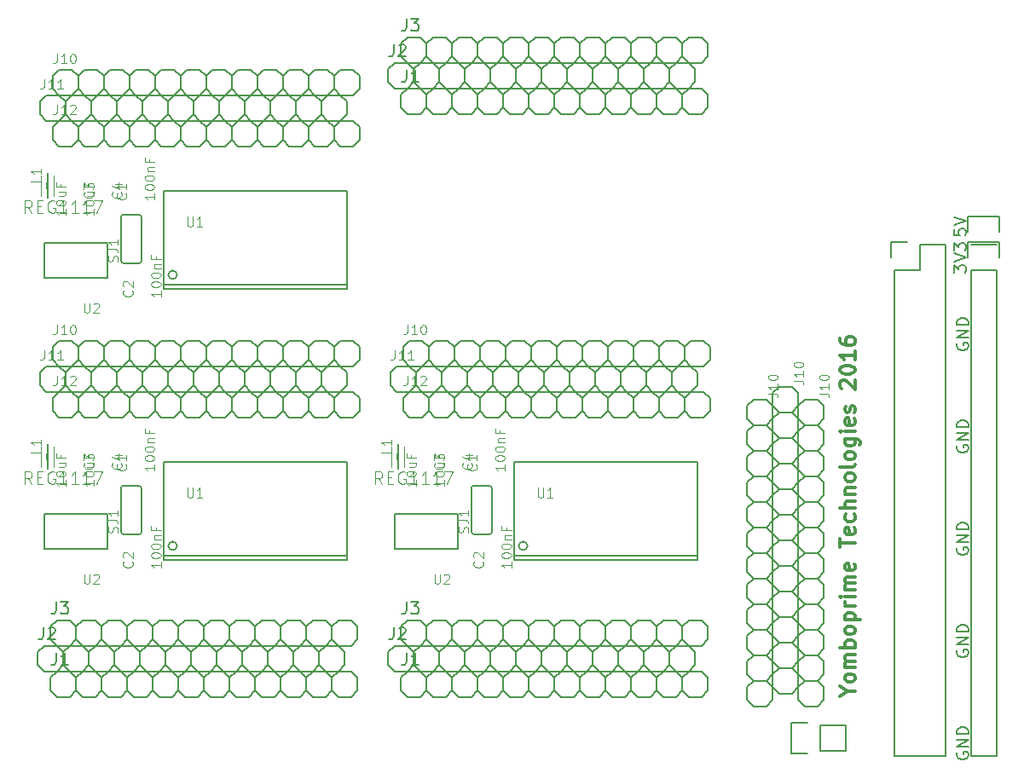
<source format=gto>
G04 #@! TF.FileFunction,Legend,Top*
%FSLAX46Y46*%
G04 Gerber Fmt 4.6, Leading zero omitted, Abs format (unit mm)*
G04 Created by KiCad (PCBNEW 4.0.2+dfsg1-2~bpo8+1-stable) date sáb 17 dic 2016 00:12:25 CET*
%MOMM*%
G01*
G04 APERTURE LIST*
%ADD10C,0.100000*%
%ADD11C,0.300000*%
%ADD12C,0.200000*%
%ADD13C,0.152400*%
%ADD14C,0.203200*%
%ADD15C,0.127000*%
%ADD16C,0.070000*%
%ADD17C,0.150000*%
%ADD18C,0.101600*%
%ADD19C,0.096520*%
%ADD20C,0.001520*%
%ADD21C,0.077216*%
%ADD22C,0.046329*%
%ADD23C,0.120650*%
G04 APERTURE END LIST*
D10*
D11*
X139207086Y-137951570D02*
X139921371Y-137951570D01*
X138421371Y-138451570D02*
X139207086Y-137951570D01*
X138421371Y-137451570D01*
X139921371Y-136737284D02*
X139849943Y-136880142D01*
X139778514Y-136951570D01*
X139635657Y-137022999D01*
X139207086Y-137022999D01*
X139064229Y-136951570D01*
X138992800Y-136880142D01*
X138921371Y-136737284D01*
X138921371Y-136522999D01*
X138992800Y-136380142D01*
X139064229Y-136308713D01*
X139207086Y-136237284D01*
X139635657Y-136237284D01*
X139778514Y-136308713D01*
X139849943Y-136380142D01*
X139921371Y-136522999D01*
X139921371Y-136737284D01*
X139921371Y-135594427D02*
X138921371Y-135594427D01*
X139064229Y-135594427D02*
X138992800Y-135522999D01*
X138921371Y-135380141D01*
X138921371Y-135165856D01*
X138992800Y-135022999D01*
X139135657Y-134951570D01*
X139921371Y-134951570D01*
X139135657Y-134951570D02*
X138992800Y-134880141D01*
X138921371Y-134737284D01*
X138921371Y-134522999D01*
X138992800Y-134380141D01*
X139135657Y-134308713D01*
X139921371Y-134308713D01*
X139921371Y-133594427D02*
X138421371Y-133594427D01*
X138992800Y-133594427D02*
X138921371Y-133451570D01*
X138921371Y-133165856D01*
X138992800Y-133022999D01*
X139064229Y-132951570D01*
X139207086Y-132880141D01*
X139635657Y-132880141D01*
X139778514Y-132951570D01*
X139849943Y-133022999D01*
X139921371Y-133165856D01*
X139921371Y-133451570D01*
X139849943Y-133594427D01*
X139921371Y-132022998D02*
X139849943Y-132165856D01*
X139778514Y-132237284D01*
X139635657Y-132308713D01*
X139207086Y-132308713D01*
X139064229Y-132237284D01*
X138992800Y-132165856D01*
X138921371Y-132022998D01*
X138921371Y-131808713D01*
X138992800Y-131665856D01*
X139064229Y-131594427D01*
X139207086Y-131522998D01*
X139635657Y-131522998D01*
X139778514Y-131594427D01*
X139849943Y-131665856D01*
X139921371Y-131808713D01*
X139921371Y-132022998D01*
X138921371Y-130880141D02*
X140421371Y-130880141D01*
X138992800Y-130880141D02*
X138921371Y-130737284D01*
X138921371Y-130451570D01*
X138992800Y-130308713D01*
X139064229Y-130237284D01*
X139207086Y-130165855D01*
X139635657Y-130165855D01*
X139778514Y-130237284D01*
X139849943Y-130308713D01*
X139921371Y-130451570D01*
X139921371Y-130737284D01*
X139849943Y-130880141D01*
X139921371Y-129522998D02*
X138921371Y-129522998D01*
X139207086Y-129522998D02*
X139064229Y-129451570D01*
X138992800Y-129380141D01*
X138921371Y-129237284D01*
X138921371Y-129094427D01*
X139921371Y-128594427D02*
X138921371Y-128594427D01*
X138421371Y-128594427D02*
X138492800Y-128665856D01*
X138564229Y-128594427D01*
X138492800Y-128522999D01*
X138421371Y-128594427D01*
X138564229Y-128594427D01*
X139921371Y-127880141D02*
X138921371Y-127880141D01*
X139064229Y-127880141D02*
X138992800Y-127808713D01*
X138921371Y-127665855D01*
X138921371Y-127451570D01*
X138992800Y-127308713D01*
X139135657Y-127237284D01*
X139921371Y-127237284D01*
X139135657Y-127237284D02*
X138992800Y-127165855D01*
X138921371Y-127022998D01*
X138921371Y-126808713D01*
X138992800Y-126665855D01*
X139135657Y-126594427D01*
X139921371Y-126594427D01*
X139849943Y-125308713D02*
X139921371Y-125451570D01*
X139921371Y-125737284D01*
X139849943Y-125880141D01*
X139707086Y-125951570D01*
X139135657Y-125951570D01*
X138992800Y-125880141D01*
X138921371Y-125737284D01*
X138921371Y-125451570D01*
X138992800Y-125308713D01*
X139135657Y-125237284D01*
X139278514Y-125237284D01*
X139421371Y-125951570D01*
X138421371Y-123665856D02*
X138421371Y-122808713D01*
X139921371Y-123237284D02*
X138421371Y-123237284D01*
X139849943Y-121737285D02*
X139921371Y-121880142D01*
X139921371Y-122165856D01*
X139849943Y-122308713D01*
X139707086Y-122380142D01*
X139135657Y-122380142D01*
X138992800Y-122308713D01*
X138921371Y-122165856D01*
X138921371Y-121880142D01*
X138992800Y-121737285D01*
X139135657Y-121665856D01*
X139278514Y-121665856D01*
X139421371Y-122380142D01*
X139849943Y-120380142D02*
X139921371Y-120522999D01*
X139921371Y-120808713D01*
X139849943Y-120951571D01*
X139778514Y-121022999D01*
X139635657Y-121094428D01*
X139207086Y-121094428D01*
X139064229Y-121022999D01*
X138992800Y-120951571D01*
X138921371Y-120808713D01*
X138921371Y-120522999D01*
X138992800Y-120380142D01*
X139921371Y-119737285D02*
X138421371Y-119737285D01*
X139921371Y-119094428D02*
X139135657Y-119094428D01*
X138992800Y-119165857D01*
X138921371Y-119308714D01*
X138921371Y-119522999D01*
X138992800Y-119665857D01*
X139064229Y-119737285D01*
X138921371Y-118380142D02*
X139921371Y-118380142D01*
X139064229Y-118380142D02*
X138992800Y-118308714D01*
X138921371Y-118165856D01*
X138921371Y-117951571D01*
X138992800Y-117808714D01*
X139135657Y-117737285D01*
X139921371Y-117737285D01*
X139921371Y-116808713D02*
X139849943Y-116951571D01*
X139778514Y-117022999D01*
X139635657Y-117094428D01*
X139207086Y-117094428D01*
X139064229Y-117022999D01*
X138992800Y-116951571D01*
X138921371Y-116808713D01*
X138921371Y-116594428D01*
X138992800Y-116451571D01*
X139064229Y-116380142D01*
X139207086Y-116308713D01*
X139635657Y-116308713D01*
X139778514Y-116380142D01*
X139849943Y-116451571D01*
X139921371Y-116594428D01*
X139921371Y-116808713D01*
X139921371Y-115451570D02*
X139849943Y-115594428D01*
X139707086Y-115665856D01*
X138421371Y-115665856D01*
X139921371Y-114665856D02*
X139849943Y-114808714D01*
X139778514Y-114880142D01*
X139635657Y-114951571D01*
X139207086Y-114951571D01*
X139064229Y-114880142D01*
X138992800Y-114808714D01*
X138921371Y-114665856D01*
X138921371Y-114451571D01*
X138992800Y-114308714D01*
X139064229Y-114237285D01*
X139207086Y-114165856D01*
X139635657Y-114165856D01*
X139778514Y-114237285D01*
X139849943Y-114308714D01*
X139921371Y-114451571D01*
X139921371Y-114665856D01*
X138921371Y-112880142D02*
X140135657Y-112880142D01*
X140278514Y-112951571D01*
X140349943Y-113022999D01*
X140421371Y-113165856D01*
X140421371Y-113380142D01*
X140349943Y-113522999D01*
X139849943Y-112880142D02*
X139921371Y-113022999D01*
X139921371Y-113308713D01*
X139849943Y-113451571D01*
X139778514Y-113522999D01*
X139635657Y-113594428D01*
X139207086Y-113594428D01*
X139064229Y-113522999D01*
X138992800Y-113451571D01*
X138921371Y-113308713D01*
X138921371Y-113022999D01*
X138992800Y-112880142D01*
X139921371Y-112165856D02*
X138921371Y-112165856D01*
X138421371Y-112165856D02*
X138492800Y-112237285D01*
X138564229Y-112165856D01*
X138492800Y-112094428D01*
X138421371Y-112165856D01*
X138564229Y-112165856D01*
X139849943Y-110880142D02*
X139921371Y-111022999D01*
X139921371Y-111308713D01*
X139849943Y-111451570D01*
X139707086Y-111522999D01*
X139135657Y-111522999D01*
X138992800Y-111451570D01*
X138921371Y-111308713D01*
X138921371Y-111022999D01*
X138992800Y-110880142D01*
X139135657Y-110808713D01*
X139278514Y-110808713D01*
X139421371Y-111522999D01*
X139849943Y-110237285D02*
X139921371Y-110094428D01*
X139921371Y-109808713D01*
X139849943Y-109665856D01*
X139707086Y-109594428D01*
X139635657Y-109594428D01*
X139492800Y-109665856D01*
X139421371Y-109808713D01*
X139421371Y-110022999D01*
X139349943Y-110165856D01*
X139207086Y-110237285D01*
X139135657Y-110237285D01*
X138992800Y-110165856D01*
X138921371Y-110022999D01*
X138921371Y-109808713D01*
X138992800Y-109665856D01*
X138564229Y-107880142D02*
X138492800Y-107808713D01*
X138421371Y-107665856D01*
X138421371Y-107308713D01*
X138492800Y-107165856D01*
X138564229Y-107094427D01*
X138707086Y-107022999D01*
X138849943Y-107022999D01*
X139064229Y-107094427D01*
X139921371Y-107951570D01*
X139921371Y-107022999D01*
X138421371Y-106094428D02*
X138421371Y-105951571D01*
X138492800Y-105808714D01*
X138564229Y-105737285D01*
X138707086Y-105665856D01*
X138992800Y-105594428D01*
X139349943Y-105594428D01*
X139635657Y-105665856D01*
X139778514Y-105737285D01*
X139849943Y-105808714D01*
X139921371Y-105951571D01*
X139921371Y-106094428D01*
X139849943Y-106237285D01*
X139778514Y-106308714D01*
X139635657Y-106380142D01*
X139349943Y-106451571D01*
X138992800Y-106451571D01*
X138707086Y-106380142D01*
X138564229Y-106308714D01*
X138492800Y-106237285D01*
X138421371Y-106094428D01*
X139921371Y-104165857D02*
X139921371Y-105023000D01*
X139921371Y-104594428D02*
X138421371Y-104594428D01*
X138635657Y-104737285D01*
X138778514Y-104880143D01*
X138849943Y-105023000D01*
X138421371Y-102880143D02*
X138421371Y-103165857D01*
X138492800Y-103308714D01*
X138564229Y-103380143D01*
X138778514Y-103523000D01*
X139064229Y-103594429D01*
X139635657Y-103594429D01*
X139778514Y-103523000D01*
X139849943Y-103451572D01*
X139921371Y-103308714D01*
X139921371Y-103023000D01*
X139849943Y-102880143D01*
X139778514Y-102808714D01*
X139635657Y-102737286D01*
X139278514Y-102737286D01*
X139135657Y-102808714D01*
X139064229Y-102880143D01*
X138992800Y-103023000D01*
X138992800Y-103308714D01*
X139064229Y-103451572D01*
X139135657Y-103523000D01*
X139278514Y-103594429D01*
D12*
X150072800Y-144043285D02*
X150015657Y-144157571D01*
X150015657Y-144329000D01*
X150072800Y-144500428D01*
X150187086Y-144614714D01*
X150301371Y-144671857D01*
X150529943Y-144729000D01*
X150701371Y-144729000D01*
X150929943Y-144671857D01*
X151044229Y-144614714D01*
X151158514Y-144500428D01*
X151215657Y-144329000D01*
X151215657Y-144214714D01*
X151158514Y-144043285D01*
X151101371Y-143986142D01*
X150701371Y-143986142D01*
X150701371Y-144214714D01*
X151215657Y-143471857D02*
X150015657Y-143471857D01*
X151215657Y-142786142D01*
X150015657Y-142786142D01*
X151215657Y-142214714D02*
X150015657Y-142214714D01*
X150015657Y-141928999D01*
X150072800Y-141757571D01*
X150187086Y-141643285D01*
X150301371Y-141586142D01*
X150529943Y-141528999D01*
X150701371Y-141528999D01*
X150929943Y-141586142D01*
X151044229Y-141643285D01*
X151158514Y-141757571D01*
X151215657Y-141928999D01*
X151215657Y-142214714D01*
X150072800Y-133883285D02*
X150015657Y-133997571D01*
X150015657Y-134169000D01*
X150072800Y-134340428D01*
X150187086Y-134454714D01*
X150301371Y-134511857D01*
X150529943Y-134569000D01*
X150701371Y-134569000D01*
X150929943Y-134511857D01*
X151044229Y-134454714D01*
X151158514Y-134340428D01*
X151215657Y-134169000D01*
X151215657Y-134054714D01*
X151158514Y-133883285D01*
X151101371Y-133826142D01*
X150701371Y-133826142D01*
X150701371Y-134054714D01*
X151215657Y-133311857D02*
X150015657Y-133311857D01*
X151215657Y-132626142D01*
X150015657Y-132626142D01*
X151215657Y-132054714D02*
X150015657Y-132054714D01*
X150015657Y-131768999D01*
X150072800Y-131597571D01*
X150187086Y-131483285D01*
X150301371Y-131426142D01*
X150529943Y-131368999D01*
X150701371Y-131368999D01*
X150929943Y-131426142D01*
X151044229Y-131483285D01*
X151158514Y-131597571D01*
X151215657Y-131768999D01*
X151215657Y-132054714D01*
X150072800Y-123723285D02*
X150015657Y-123837571D01*
X150015657Y-124009000D01*
X150072800Y-124180428D01*
X150187086Y-124294714D01*
X150301371Y-124351857D01*
X150529943Y-124409000D01*
X150701371Y-124409000D01*
X150929943Y-124351857D01*
X151044229Y-124294714D01*
X151158514Y-124180428D01*
X151215657Y-124009000D01*
X151215657Y-123894714D01*
X151158514Y-123723285D01*
X151101371Y-123666142D01*
X150701371Y-123666142D01*
X150701371Y-123894714D01*
X151215657Y-123151857D02*
X150015657Y-123151857D01*
X151215657Y-122466142D01*
X150015657Y-122466142D01*
X151215657Y-121894714D02*
X150015657Y-121894714D01*
X150015657Y-121608999D01*
X150072800Y-121437571D01*
X150187086Y-121323285D01*
X150301371Y-121266142D01*
X150529943Y-121208999D01*
X150701371Y-121208999D01*
X150929943Y-121266142D01*
X151044229Y-121323285D01*
X151158514Y-121437571D01*
X151215657Y-121608999D01*
X151215657Y-121894714D01*
X150072800Y-113563285D02*
X150015657Y-113677571D01*
X150015657Y-113849000D01*
X150072800Y-114020428D01*
X150187086Y-114134714D01*
X150301371Y-114191857D01*
X150529943Y-114249000D01*
X150701371Y-114249000D01*
X150929943Y-114191857D01*
X151044229Y-114134714D01*
X151158514Y-114020428D01*
X151215657Y-113849000D01*
X151215657Y-113734714D01*
X151158514Y-113563285D01*
X151101371Y-113506142D01*
X150701371Y-113506142D01*
X150701371Y-113734714D01*
X151215657Y-112991857D02*
X150015657Y-112991857D01*
X151215657Y-112306142D01*
X150015657Y-112306142D01*
X151215657Y-111734714D02*
X150015657Y-111734714D01*
X150015657Y-111448999D01*
X150072800Y-111277571D01*
X150187086Y-111163285D01*
X150301371Y-111106142D01*
X150529943Y-111048999D01*
X150701371Y-111048999D01*
X150929943Y-111106142D01*
X151044229Y-111163285D01*
X151158514Y-111277571D01*
X151215657Y-111448999D01*
X151215657Y-111734714D01*
X150072800Y-103403285D02*
X150015657Y-103517571D01*
X150015657Y-103689000D01*
X150072800Y-103860428D01*
X150187086Y-103974714D01*
X150301371Y-104031857D01*
X150529943Y-104089000D01*
X150701371Y-104089000D01*
X150929943Y-104031857D01*
X151044229Y-103974714D01*
X151158514Y-103860428D01*
X151215657Y-103689000D01*
X151215657Y-103574714D01*
X151158514Y-103403285D01*
X151101371Y-103346142D01*
X150701371Y-103346142D01*
X150701371Y-103574714D01*
X151215657Y-102831857D02*
X150015657Y-102831857D01*
X151215657Y-102146142D01*
X150015657Y-102146142D01*
X151215657Y-101574714D02*
X150015657Y-101574714D01*
X150015657Y-101288999D01*
X150072800Y-101117571D01*
X150187086Y-101003285D01*
X150301371Y-100946142D01*
X150529943Y-100888999D01*
X150701371Y-100888999D01*
X150929943Y-100946142D01*
X151044229Y-101003285D01*
X151158514Y-101117571D01*
X151215657Y-101288999D01*
X151215657Y-101574714D01*
X149761657Y-96354713D02*
X149761657Y-95611856D01*
X150218800Y-96011856D01*
X150218800Y-95840428D01*
X150275943Y-95726142D01*
X150333086Y-95668999D01*
X150447371Y-95611856D01*
X150733086Y-95611856D01*
X150847371Y-95668999D01*
X150904514Y-95726142D01*
X150961657Y-95840428D01*
X150961657Y-96183285D01*
X150904514Y-96297571D01*
X150847371Y-96354713D01*
X149761657Y-95268999D02*
X150961657Y-94868999D01*
X149761657Y-94468999D01*
X149761657Y-94183285D02*
X149761657Y-93440428D01*
X150218800Y-93840428D01*
X150218800Y-93669000D01*
X150275943Y-93554714D01*
X150333086Y-93497571D01*
X150447371Y-93440428D01*
X150733086Y-93440428D01*
X150847371Y-93497571D01*
X150904514Y-93554714D01*
X150961657Y-93669000D01*
X150961657Y-94011857D01*
X150904514Y-94126143D01*
X150847371Y-94183285D01*
X149761657Y-92049571D02*
X149761657Y-92621000D01*
X150333086Y-92678143D01*
X150275943Y-92621000D01*
X150218800Y-92506714D01*
X150218800Y-92221000D01*
X150275943Y-92106714D01*
X150333086Y-92049571D01*
X150447371Y-91992428D01*
X150733086Y-91992428D01*
X150847371Y-92049571D01*
X150904514Y-92106714D01*
X150961657Y-92221000D01*
X150961657Y-92506714D01*
X150904514Y-92621000D01*
X150847371Y-92678143D01*
X149761657Y-91649571D02*
X150961657Y-91249571D01*
X149761657Y-90849571D01*
D13*
X118348600Y-78057475D02*
X119618600Y-78057475D01*
X119618600Y-78057475D02*
X120253600Y-78692475D01*
X120253600Y-78692475D02*
X120253600Y-79962475D01*
X120253600Y-79962475D02*
X119618600Y-80597475D01*
X120253600Y-78692475D02*
X120888600Y-78057475D01*
X120888600Y-78057475D02*
X122158600Y-78057475D01*
X122158600Y-78057475D02*
X122793600Y-78692475D01*
X122793600Y-78692475D02*
X122793600Y-79962475D01*
X122793600Y-79962475D02*
X122158600Y-80597475D01*
X122158600Y-80597475D02*
X120888600Y-80597475D01*
X120888600Y-80597475D02*
X120253600Y-79962475D01*
X115173600Y-78692475D02*
X115808600Y-78057475D01*
X115808600Y-78057475D02*
X117078600Y-78057475D01*
X117078600Y-78057475D02*
X117713600Y-78692475D01*
X117713600Y-78692475D02*
X117713600Y-79962475D01*
X117713600Y-79962475D02*
X117078600Y-80597475D01*
X117078600Y-80597475D02*
X115808600Y-80597475D01*
X115808600Y-80597475D02*
X115173600Y-79962475D01*
X118348600Y-78057475D02*
X117713600Y-78692475D01*
X117713600Y-79962475D02*
X118348600Y-80597475D01*
X119618600Y-80597475D02*
X118348600Y-80597475D01*
X110728600Y-78057475D02*
X111998600Y-78057475D01*
X111998600Y-78057475D02*
X112633600Y-78692475D01*
X112633600Y-78692475D02*
X112633600Y-79962475D01*
X112633600Y-79962475D02*
X111998600Y-80597475D01*
X112633600Y-78692475D02*
X113268600Y-78057475D01*
X113268600Y-78057475D02*
X114538600Y-78057475D01*
X114538600Y-78057475D02*
X115173600Y-78692475D01*
X115173600Y-78692475D02*
X115173600Y-79962475D01*
X115173600Y-79962475D02*
X114538600Y-80597475D01*
X114538600Y-80597475D02*
X113268600Y-80597475D01*
X113268600Y-80597475D02*
X112633600Y-79962475D01*
X107553600Y-78692475D02*
X108188600Y-78057475D01*
X108188600Y-78057475D02*
X109458600Y-78057475D01*
X109458600Y-78057475D02*
X110093600Y-78692475D01*
X110093600Y-78692475D02*
X110093600Y-79962475D01*
X110093600Y-79962475D02*
X109458600Y-80597475D01*
X109458600Y-80597475D02*
X108188600Y-80597475D01*
X108188600Y-80597475D02*
X107553600Y-79962475D01*
X110728600Y-78057475D02*
X110093600Y-78692475D01*
X110093600Y-79962475D02*
X110728600Y-80597475D01*
X111998600Y-80597475D02*
X110728600Y-80597475D01*
X103108600Y-78057475D02*
X104378600Y-78057475D01*
X104378600Y-78057475D02*
X105013600Y-78692475D01*
X105013600Y-78692475D02*
X105013600Y-79962475D01*
X105013600Y-79962475D02*
X104378600Y-80597475D01*
X105013600Y-78692475D02*
X105648600Y-78057475D01*
X105648600Y-78057475D02*
X106918600Y-78057475D01*
X106918600Y-78057475D02*
X107553600Y-78692475D01*
X107553600Y-78692475D02*
X107553600Y-79962475D01*
X107553600Y-79962475D02*
X106918600Y-80597475D01*
X106918600Y-80597475D02*
X105648600Y-80597475D01*
X105648600Y-80597475D02*
X105013600Y-79962475D01*
X99933600Y-78692475D02*
X100568600Y-78057475D01*
X100568600Y-78057475D02*
X101838600Y-78057475D01*
X101838600Y-78057475D02*
X102473600Y-78692475D01*
X102473600Y-78692475D02*
X102473600Y-79962475D01*
X102473600Y-79962475D02*
X101838600Y-80597475D01*
X101838600Y-80597475D02*
X100568600Y-80597475D01*
X100568600Y-80597475D02*
X99933600Y-79962475D01*
X103108600Y-78057475D02*
X102473600Y-78692475D01*
X102473600Y-79962475D02*
X103108600Y-80597475D01*
X104378600Y-80597475D02*
X103108600Y-80597475D01*
X95488600Y-78057475D02*
X96758600Y-78057475D01*
X96758600Y-78057475D02*
X97393600Y-78692475D01*
X97393600Y-78692475D02*
X97393600Y-79962475D01*
X97393600Y-79962475D02*
X96758600Y-80597475D01*
X97393600Y-78692475D02*
X98028600Y-78057475D01*
X98028600Y-78057475D02*
X99298600Y-78057475D01*
X99298600Y-78057475D02*
X99933600Y-78692475D01*
X99933600Y-78692475D02*
X99933600Y-79962475D01*
X99933600Y-79962475D02*
X99298600Y-80597475D01*
X99298600Y-80597475D02*
X98028600Y-80597475D01*
X98028600Y-80597475D02*
X97393600Y-79962475D01*
X94853600Y-78692475D02*
X94853600Y-79962475D01*
X95488600Y-78057475D02*
X94853600Y-78692475D01*
X94853600Y-79962475D02*
X95488600Y-80597475D01*
X96758600Y-80597475D02*
X95488600Y-80597475D01*
X122793600Y-78692475D02*
X123428600Y-78057475D01*
X123428600Y-78057475D02*
X124698600Y-78057475D01*
X124698600Y-78057475D02*
X125333600Y-78692475D01*
X125333600Y-78692475D02*
X125333600Y-79962475D01*
X125333600Y-79962475D02*
X124698600Y-80597475D01*
X124698600Y-80597475D02*
X123428600Y-80597475D01*
X123428600Y-80597475D02*
X122793600Y-79962475D01*
X117078600Y-75517475D02*
X118348600Y-75517475D01*
X118348600Y-75517475D02*
X118983600Y-76152475D01*
X118983600Y-76152475D02*
X118983600Y-77422475D01*
X118983600Y-77422475D02*
X118348600Y-78057475D01*
X118983600Y-76152475D02*
X119618600Y-75517475D01*
X119618600Y-75517475D02*
X120888600Y-75517475D01*
X120888600Y-75517475D02*
X121523600Y-76152475D01*
X121523600Y-76152475D02*
X121523600Y-77422475D01*
X121523600Y-77422475D02*
X120888600Y-78057475D01*
X120888600Y-78057475D02*
X119618600Y-78057475D01*
X119618600Y-78057475D02*
X118983600Y-77422475D01*
X113903600Y-76152475D02*
X114538600Y-75517475D01*
X114538600Y-75517475D02*
X115808600Y-75517475D01*
X115808600Y-75517475D02*
X116443600Y-76152475D01*
X116443600Y-76152475D02*
X116443600Y-77422475D01*
X116443600Y-77422475D02*
X115808600Y-78057475D01*
X115808600Y-78057475D02*
X114538600Y-78057475D01*
X114538600Y-78057475D02*
X113903600Y-77422475D01*
X117078600Y-75517475D02*
X116443600Y-76152475D01*
X116443600Y-77422475D02*
X117078600Y-78057475D01*
X118348600Y-78057475D02*
X117078600Y-78057475D01*
X109458600Y-75517475D02*
X110728600Y-75517475D01*
X110728600Y-75517475D02*
X111363600Y-76152475D01*
X111363600Y-76152475D02*
X111363600Y-77422475D01*
X111363600Y-77422475D02*
X110728600Y-78057475D01*
X111363600Y-76152475D02*
X111998600Y-75517475D01*
X111998600Y-75517475D02*
X113268600Y-75517475D01*
X113268600Y-75517475D02*
X113903600Y-76152475D01*
X113903600Y-76152475D02*
X113903600Y-77422475D01*
X113903600Y-77422475D02*
X113268600Y-78057475D01*
X113268600Y-78057475D02*
X111998600Y-78057475D01*
X111998600Y-78057475D02*
X111363600Y-77422475D01*
X106283600Y-76152475D02*
X106918600Y-75517475D01*
X106918600Y-75517475D02*
X108188600Y-75517475D01*
X108188600Y-75517475D02*
X108823600Y-76152475D01*
X108823600Y-76152475D02*
X108823600Y-77422475D01*
X108823600Y-77422475D02*
X108188600Y-78057475D01*
X108188600Y-78057475D02*
X106918600Y-78057475D01*
X106918600Y-78057475D02*
X106283600Y-77422475D01*
X109458600Y-75517475D02*
X108823600Y-76152475D01*
X108823600Y-77422475D02*
X109458600Y-78057475D01*
X110728600Y-78057475D02*
X109458600Y-78057475D01*
X101838600Y-75517475D02*
X103108600Y-75517475D01*
X103108600Y-75517475D02*
X103743600Y-76152475D01*
X103743600Y-76152475D02*
X103743600Y-77422475D01*
X103743600Y-77422475D02*
X103108600Y-78057475D01*
X103743600Y-76152475D02*
X104378600Y-75517475D01*
X104378600Y-75517475D02*
X105648600Y-75517475D01*
X105648600Y-75517475D02*
X106283600Y-76152475D01*
X106283600Y-76152475D02*
X106283600Y-77422475D01*
X106283600Y-77422475D02*
X105648600Y-78057475D01*
X105648600Y-78057475D02*
X104378600Y-78057475D01*
X104378600Y-78057475D02*
X103743600Y-77422475D01*
X98663600Y-76152475D02*
X99298600Y-75517475D01*
X99298600Y-75517475D02*
X100568600Y-75517475D01*
X100568600Y-75517475D02*
X101203600Y-76152475D01*
X101203600Y-76152475D02*
X101203600Y-77422475D01*
X101203600Y-77422475D02*
X100568600Y-78057475D01*
X100568600Y-78057475D02*
X99298600Y-78057475D01*
X99298600Y-78057475D02*
X98663600Y-77422475D01*
X101838600Y-75517475D02*
X101203600Y-76152475D01*
X101203600Y-77422475D02*
X101838600Y-78057475D01*
X103108600Y-78057475D02*
X101838600Y-78057475D01*
X94218600Y-75517475D02*
X95488600Y-75517475D01*
X95488600Y-75517475D02*
X96123600Y-76152475D01*
X96123600Y-76152475D02*
X96123600Y-77422475D01*
X96123600Y-77422475D02*
X95488600Y-78057475D01*
X96123600Y-76152475D02*
X96758600Y-75517475D01*
X96758600Y-75517475D02*
X98028600Y-75517475D01*
X98028600Y-75517475D02*
X98663600Y-76152475D01*
X98663600Y-76152475D02*
X98663600Y-77422475D01*
X98663600Y-77422475D02*
X98028600Y-78057475D01*
X98028600Y-78057475D02*
X96758600Y-78057475D01*
X96758600Y-78057475D02*
X96123600Y-77422475D01*
X93583600Y-76152475D02*
X93583600Y-77422475D01*
X94218600Y-75517475D02*
X93583600Y-76152475D01*
X93583600Y-77422475D02*
X94218600Y-78057475D01*
X95488600Y-78057475D02*
X94218600Y-78057475D01*
X121523600Y-76152475D02*
X122158600Y-75517475D01*
X122158600Y-75517475D02*
X123428600Y-75517475D01*
X123428600Y-75517475D02*
X124063600Y-76152475D01*
X124063600Y-76152475D02*
X124063600Y-77422475D01*
X124063600Y-77422475D02*
X123428600Y-78057475D01*
X123428600Y-78057475D02*
X122158600Y-78057475D01*
X122158600Y-78057475D02*
X121523600Y-77422475D01*
X118348600Y-72977475D02*
X119618600Y-72977475D01*
X119618600Y-72977475D02*
X120253600Y-73612475D01*
X120253600Y-73612475D02*
X120253600Y-74882475D01*
X120253600Y-74882475D02*
X119618600Y-75517475D01*
X120253600Y-73612475D02*
X120888600Y-72977475D01*
X120888600Y-72977475D02*
X122158600Y-72977475D01*
X122158600Y-72977475D02*
X122793600Y-73612475D01*
X122793600Y-73612475D02*
X122793600Y-74882475D01*
X122793600Y-74882475D02*
X122158600Y-75517475D01*
X122158600Y-75517475D02*
X120888600Y-75517475D01*
X120888600Y-75517475D02*
X120253600Y-74882475D01*
X115173600Y-73612475D02*
X115808600Y-72977475D01*
X115808600Y-72977475D02*
X117078600Y-72977475D01*
X117078600Y-72977475D02*
X117713600Y-73612475D01*
X117713600Y-73612475D02*
X117713600Y-74882475D01*
X117713600Y-74882475D02*
X117078600Y-75517475D01*
X117078600Y-75517475D02*
X115808600Y-75517475D01*
X115808600Y-75517475D02*
X115173600Y-74882475D01*
X118348600Y-72977475D02*
X117713600Y-73612475D01*
X117713600Y-74882475D02*
X118348600Y-75517475D01*
X119618600Y-75517475D02*
X118348600Y-75517475D01*
X110728600Y-72977475D02*
X111998600Y-72977475D01*
X111998600Y-72977475D02*
X112633600Y-73612475D01*
X112633600Y-73612475D02*
X112633600Y-74882475D01*
X112633600Y-74882475D02*
X111998600Y-75517475D01*
X112633600Y-73612475D02*
X113268600Y-72977475D01*
X113268600Y-72977475D02*
X114538600Y-72977475D01*
X114538600Y-72977475D02*
X115173600Y-73612475D01*
X115173600Y-73612475D02*
X115173600Y-74882475D01*
X115173600Y-74882475D02*
X114538600Y-75517475D01*
X114538600Y-75517475D02*
X113268600Y-75517475D01*
X113268600Y-75517475D02*
X112633600Y-74882475D01*
X107553600Y-73612475D02*
X108188600Y-72977475D01*
X108188600Y-72977475D02*
X109458600Y-72977475D01*
X109458600Y-72977475D02*
X110093600Y-73612475D01*
X110093600Y-73612475D02*
X110093600Y-74882475D01*
X110093600Y-74882475D02*
X109458600Y-75517475D01*
X109458600Y-75517475D02*
X108188600Y-75517475D01*
X108188600Y-75517475D02*
X107553600Y-74882475D01*
X110728600Y-72977475D02*
X110093600Y-73612475D01*
X110093600Y-74882475D02*
X110728600Y-75517475D01*
X111998600Y-75517475D02*
X110728600Y-75517475D01*
X103108600Y-72977475D02*
X104378600Y-72977475D01*
X104378600Y-72977475D02*
X105013600Y-73612475D01*
X105013600Y-73612475D02*
X105013600Y-74882475D01*
X105013600Y-74882475D02*
X104378600Y-75517475D01*
X105013600Y-73612475D02*
X105648600Y-72977475D01*
X105648600Y-72977475D02*
X106918600Y-72977475D01*
X106918600Y-72977475D02*
X107553600Y-73612475D01*
X107553600Y-73612475D02*
X107553600Y-74882475D01*
X107553600Y-74882475D02*
X106918600Y-75517475D01*
X106918600Y-75517475D02*
X105648600Y-75517475D01*
X105648600Y-75517475D02*
X105013600Y-74882475D01*
X99933600Y-73612475D02*
X100568600Y-72977475D01*
X100568600Y-72977475D02*
X101838600Y-72977475D01*
X101838600Y-72977475D02*
X102473600Y-73612475D01*
X102473600Y-73612475D02*
X102473600Y-74882475D01*
X102473600Y-74882475D02*
X101838600Y-75517475D01*
X101838600Y-75517475D02*
X100568600Y-75517475D01*
X100568600Y-75517475D02*
X99933600Y-74882475D01*
X103108600Y-72977475D02*
X102473600Y-73612475D01*
X102473600Y-74882475D02*
X103108600Y-75517475D01*
X104378600Y-75517475D02*
X103108600Y-75517475D01*
X95488600Y-72977475D02*
X96758600Y-72977475D01*
X96758600Y-72977475D02*
X97393600Y-73612475D01*
X97393600Y-73612475D02*
X97393600Y-74882475D01*
X97393600Y-74882475D02*
X96758600Y-75517475D01*
X97393600Y-73612475D02*
X98028600Y-72977475D01*
X98028600Y-72977475D02*
X99298600Y-72977475D01*
X99298600Y-72977475D02*
X99933600Y-73612475D01*
X99933600Y-73612475D02*
X99933600Y-74882475D01*
X99933600Y-74882475D02*
X99298600Y-75517475D01*
X99298600Y-75517475D02*
X98028600Y-75517475D01*
X98028600Y-75517475D02*
X97393600Y-74882475D01*
X94853600Y-73612475D02*
X94853600Y-74882475D01*
X95488600Y-72977475D02*
X94853600Y-73612475D01*
X94853600Y-74882475D02*
X95488600Y-75517475D01*
X96758600Y-75517475D02*
X95488600Y-75517475D01*
X122793600Y-73612475D02*
X123428600Y-72977475D01*
X123428600Y-72977475D02*
X124698600Y-72977475D01*
X124698600Y-72977475D02*
X125333600Y-73612475D01*
X125333600Y-73612475D02*
X125333600Y-74882475D01*
X125333600Y-74882475D02*
X124698600Y-75517475D01*
X124698600Y-75517475D02*
X123428600Y-75517475D01*
X123428600Y-75517475D02*
X122793600Y-74882475D01*
X69072600Y-90868600D02*
X69072600Y-95186600D01*
X67294600Y-90614600D02*
G75*
G03X67040600Y-90868600I0J-254000D01*
G01*
X67040600Y-95186600D02*
G75*
G03X67294600Y-95440600I254000J0D01*
G01*
X69072600Y-95186600D02*
G75*
G02X68818600Y-95440600I-254000J0D01*
G01*
X68818600Y-90614600D02*
G75*
G02X69072600Y-90868600I0J-254000D01*
G01*
X68818600Y-90614600D02*
X67294600Y-90614600D01*
X68818600Y-95440600D02*
X67294600Y-95440600D01*
X67040600Y-95186600D02*
X67040600Y-90868600D01*
D14*
X72600600Y-96591100D02*
G75*
G03X72600600Y-96591100I-425000J0D01*
G01*
X71275600Y-97966100D02*
X89475600Y-97966100D01*
X89475600Y-97966100D02*
X89475600Y-97566100D01*
X89475600Y-97566100D02*
X89475600Y-88216100D01*
X89475600Y-88216100D02*
X71275600Y-88216100D01*
X71275600Y-88216100D02*
X71275600Y-97566100D01*
X71275600Y-97566100D02*
X71275600Y-97966100D01*
X71275600Y-97566100D02*
X89475600Y-97566100D01*
D13*
X83741100Y-81280100D02*
X85011100Y-81280100D01*
X85011100Y-81280100D02*
X85646100Y-81915100D01*
X85646100Y-81915100D02*
X85646100Y-83185100D01*
X85646100Y-83185100D02*
X85011100Y-83820100D01*
X85646100Y-81915100D02*
X86281100Y-81280100D01*
X86281100Y-81280100D02*
X87551100Y-81280100D01*
X87551100Y-81280100D02*
X88186100Y-81915100D01*
X88186100Y-81915100D02*
X88186100Y-83185100D01*
X88186100Y-83185100D02*
X87551100Y-83820100D01*
X87551100Y-83820100D02*
X86281100Y-83820100D01*
X86281100Y-83820100D02*
X85646100Y-83185100D01*
X80566100Y-81915100D02*
X81201100Y-81280100D01*
X81201100Y-81280100D02*
X82471100Y-81280100D01*
X82471100Y-81280100D02*
X83106100Y-81915100D01*
X83106100Y-81915100D02*
X83106100Y-83185100D01*
X83106100Y-83185100D02*
X82471100Y-83820100D01*
X82471100Y-83820100D02*
X81201100Y-83820100D01*
X81201100Y-83820100D02*
X80566100Y-83185100D01*
X83741100Y-81280100D02*
X83106100Y-81915100D01*
X83106100Y-83185100D02*
X83741100Y-83820100D01*
X85011100Y-83820100D02*
X83741100Y-83820100D01*
X76121100Y-81280100D02*
X77391100Y-81280100D01*
X77391100Y-81280100D02*
X78026100Y-81915100D01*
X78026100Y-81915100D02*
X78026100Y-83185100D01*
X78026100Y-83185100D02*
X77391100Y-83820100D01*
X78026100Y-81915100D02*
X78661100Y-81280100D01*
X78661100Y-81280100D02*
X79931100Y-81280100D01*
X79931100Y-81280100D02*
X80566100Y-81915100D01*
X80566100Y-81915100D02*
X80566100Y-83185100D01*
X80566100Y-83185100D02*
X79931100Y-83820100D01*
X79931100Y-83820100D02*
X78661100Y-83820100D01*
X78661100Y-83820100D02*
X78026100Y-83185100D01*
X72946100Y-81915100D02*
X73581100Y-81280100D01*
X73581100Y-81280100D02*
X74851100Y-81280100D01*
X74851100Y-81280100D02*
X75486100Y-81915100D01*
X75486100Y-81915100D02*
X75486100Y-83185100D01*
X75486100Y-83185100D02*
X74851100Y-83820100D01*
X74851100Y-83820100D02*
X73581100Y-83820100D01*
X73581100Y-83820100D02*
X72946100Y-83185100D01*
X76121100Y-81280100D02*
X75486100Y-81915100D01*
X75486100Y-83185100D02*
X76121100Y-83820100D01*
X77391100Y-83820100D02*
X76121100Y-83820100D01*
X68501100Y-81280100D02*
X69771100Y-81280100D01*
X69771100Y-81280100D02*
X70406100Y-81915100D01*
X70406100Y-81915100D02*
X70406100Y-83185100D01*
X70406100Y-83185100D02*
X69771100Y-83820100D01*
X70406100Y-81915100D02*
X71041100Y-81280100D01*
X71041100Y-81280100D02*
X72311100Y-81280100D01*
X72311100Y-81280100D02*
X72946100Y-81915100D01*
X72946100Y-81915100D02*
X72946100Y-83185100D01*
X72946100Y-83185100D02*
X72311100Y-83820100D01*
X72311100Y-83820100D02*
X71041100Y-83820100D01*
X71041100Y-83820100D02*
X70406100Y-83185100D01*
X65326100Y-81915100D02*
X65961100Y-81280100D01*
X65961100Y-81280100D02*
X67231100Y-81280100D01*
X67231100Y-81280100D02*
X67866100Y-81915100D01*
X67866100Y-81915100D02*
X67866100Y-83185100D01*
X67866100Y-83185100D02*
X67231100Y-83820100D01*
X67231100Y-83820100D02*
X65961100Y-83820100D01*
X65961100Y-83820100D02*
X65326100Y-83185100D01*
X68501100Y-81280100D02*
X67866100Y-81915100D01*
X67866100Y-83185100D02*
X68501100Y-83820100D01*
X69771100Y-83820100D02*
X68501100Y-83820100D01*
X60881100Y-81280100D02*
X62151100Y-81280100D01*
X62151100Y-81280100D02*
X62786100Y-81915100D01*
X62786100Y-81915100D02*
X62786100Y-83185100D01*
X62786100Y-83185100D02*
X62151100Y-83820100D01*
X62786100Y-81915100D02*
X63421100Y-81280100D01*
X63421100Y-81280100D02*
X64691100Y-81280100D01*
X64691100Y-81280100D02*
X65326100Y-81915100D01*
X65326100Y-81915100D02*
X65326100Y-83185100D01*
X65326100Y-83185100D02*
X64691100Y-83820100D01*
X64691100Y-83820100D02*
X63421100Y-83820100D01*
X63421100Y-83820100D02*
X62786100Y-83185100D01*
X60246100Y-81915100D02*
X60246100Y-83185100D01*
X60881100Y-81280100D02*
X60246100Y-81915100D01*
X60246100Y-83185100D02*
X60881100Y-83820100D01*
X62151100Y-83820100D02*
X60881100Y-83820100D01*
X88186100Y-81915100D02*
X88821100Y-81280100D01*
X88821100Y-81280100D02*
X90091100Y-81280100D01*
X90091100Y-81280100D02*
X90726100Y-81915100D01*
X90726100Y-81915100D02*
X90726100Y-83185100D01*
X90726100Y-83185100D02*
X90091100Y-83820100D01*
X90091100Y-83820100D02*
X88821100Y-83820100D01*
X88821100Y-83820100D02*
X88186100Y-83185100D01*
X82471100Y-78740100D02*
X83741100Y-78740100D01*
X83741100Y-78740100D02*
X84376100Y-79375100D01*
X84376100Y-79375100D02*
X84376100Y-80645100D01*
X84376100Y-80645100D02*
X83741100Y-81280100D01*
X84376100Y-79375100D02*
X85011100Y-78740100D01*
X85011100Y-78740100D02*
X86281100Y-78740100D01*
X86281100Y-78740100D02*
X86916100Y-79375100D01*
X86916100Y-79375100D02*
X86916100Y-80645100D01*
X86916100Y-80645100D02*
X86281100Y-81280100D01*
X86281100Y-81280100D02*
X85011100Y-81280100D01*
X85011100Y-81280100D02*
X84376100Y-80645100D01*
X79296100Y-79375100D02*
X79931100Y-78740100D01*
X79931100Y-78740100D02*
X81201100Y-78740100D01*
X81201100Y-78740100D02*
X81836100Y-79375100D01*
X81836100Y-79375100D02*
X81836100Y-80645100D01*
X81836100Y-80645100D02*
X81201100Y-81280100D01*
X81201100Y-81280100D02*
X79931100Y-81280100D01*
X79931100Y-81280100D02*
X79296100Y-80645100D01*
X82471100Y-78740100D02*
X81836100Y-79375100D01*
X81836100Y-80645100D02*
X82471100Y-81280100D01*
X83741100Y-81280100D02*
X82471100Y-81280100D01*
X74851100Y-78740100D02*
X76121100Y-78740100D01*
X76121100Y-78740100D02*
X76756100Y-79375100D01*
X76756100Y-79375100D02*
X76756100Y-80645100D01*
X76756100Y-80645100D02*
X76121100Y-81280100D01*
X76756100Y-79375100D02*
X77391100Y-78740100D01*
X77391100Y-78740100D02*
X78661100Y-78740100D01*
X78661100Y-78740100D02*
X79296100Y-79375100D01*
X79296100Y-79375100D02*
X79296100Y-80645100D01*
X79296100Y-80645100D02*
X78661100Y-81280100D01*
X78661100Y-81280100D02*
X77391100Y-81280100D01*
X77391100Y-81280100D02*
X76756100Y-80645100D01*
X71676100Y-79375100D02*
X72311100Y-78740100D01*
X72311100Y-78740100D02*
X73581100Y-78740100D01*
X73581100Y-78740100D02*
X74216100Y-79375100D01*
X74216100Y-79375100D02*
X74216100Y-80645100D01*
X74216100Y-80645100D02*
X73581100Y-81280100D01*
X73581100Y-81280100D02*
X72311100Y-81280100D01*
X72311100Y-81280100D02*
X71676100Y-80645100D01*
X74851100Y-78740100D02*
X74216100Y-79375100D01*
X74216100Y-80645100D02*
X74851100Y-81280100D01*
X76121100Y-81280100D02*
X74851100Y-81280100D01*
X67231100Y-78740100D02*
X68501100Y-78740100D01*
X68501100Y-78740100D02*
X69136100Y-79375100D01*
X69136100Y-79375100D02*
X69136100Y-80645100D01*
X69136100Y-80645100D02*
X68501100Y-81280100D01*
X69136100Y-79375100D02*
X69771100Y-78740100D01*
X69771100Y-78740100D02*
X71041100Y-78740100D01*
X71041100Y-78740100D02*
X71676100Y-79375100D01*
X71676100Y-79375100D02*
X71676100Y-80645100D01*
X71676100Y-80645100D02*
X71041100Y-81280100D01*
X71041100Y-81280100D02*
X69771100Y-81280100D01*
X69771100Y-81280100D02*
X69136100Y-80645100D01*
X64056100Y-79375100D02*
X64691100Y-78740100D01*
X64691100Y-78740100D02*
X65961100Y-78740100D01*
X65961100Y-78740100D02*
X66596100Y-79375100D01*
X66596100Y-79375100D02*
X66596100Y-80645100D01*
X66596100Y-80645100D02*
X65961100Y-81280100D01*
X65961100Y-81280100D02*
X64691100Y-81280100D01*
X64691100Y-81280100D02*
X64056100Y-80645100D01*
X67231100Y-78740100D02*
X66596100Y-79375100D01*
X66596100Y-80645100D02*
X67231100Y-81280100D01*
X68501100Y-81280100D02*
X67231100Y-81280100D01*
X59611100Y-78740100D02*
X60881100Y-78740100D01*
X60881100Y-78740100D02*
X61516100Y-79375100D01*
X61516100Y-79375100D02*
X61516100Y-80645100D01*
X61516100Y-80645100D02*
X60881100Y-81280100D01*
X61516100Y-79375100D02*
X62151100Y-78740100D01*
X62151100Y-78740100D02*
X63421100Y-78740100D01*
X63421100Y-78740100D02*
X64056100Y-79375100D01*
X64056100Y-79375100D02*
X64056100Y-80645100D01*
X64056100Y-80645100D02*
X63421100Y-81280100D01*
X63421100Y-81280100D02*
X62151100Y-81280100D01*
X62151100Y-81280100D02*
X61516100Y-80645100D01*
X58976100Y-79375100D02*
X58976100Y-80645100D01*
X59611100Y-78740100D02*
X58976100Y-79375100D01*
X58976100Y-80645100D02*
X59611100Y-81280100D01*
X60881100Y-81280100D02*
X59611100Y-81280100D01*
X86916100Y-79375100D02*
X87551100Y-78740100D01*
X87551100Y-78740100D02*
X88821100Y-78740100D01*
X88821100Y-78740100D02*
X89456100Y-79375100D01*
X89456100Y-79375100D02*
X89456100Y-80645100D01*
X89456100Y-80645100D02*
X88821100Y-81280100D01*
X88821100Y-81280100D02*
X87551100Y-81280100D01*
X87551100Y-81280100D02*
X86916100Y-80645100D01*
X83741100Y-76200100D02*
X85011100Y-76200100D01*
X85011100Y-76200100D02*
X85646100Y-76835100D01*
X85646100Y-76835100D02*
X85646100Y-78105100D01*
X85646100Y-78105100D02*
X85011100Y-78740100D01*
X85646100Y-76835100D02*
X86281100Y-76200100D01*
X86281100Y-76200100D02*
X87551100Y-76200100D01*
X87551100Y-76200100D02*
X88186100Y-76835100D01*
X88186100Y-76835100D02*
X88186100Y-78105100D01*
X88186100Y-78105100D02*
X87551100Y-78740100D01*
X87551100Y-78740100D02*
X86281100Y-78740100D01*
X86281100Y-78740100D02*
X85646100Y-78105100D01*
X80566100Y-76835100D02*
X81201100Y-76200100D01*
X81201100Y-76200100D02*
X82471100Y-76200100D01*
X82471100Y-76200100D02*
X83106100Y-76835100D01*
X83106100Y-76835100D02*
X83106100Y-78105100D01*
X83106100Y-78105100D02*
X82471100Y-78740100D01*
X82471100Y-78740100D02*
X81201100Y-78740100D01*
X81201100Y-78740100D02*
X80566100Y-78105100D01*
X83741100Y-76200100D02*
X83106100Y-76835100D01*
X83106100Y-78105100D02*
X83741100Y-78740100D01*
X85011100Y-78740100D02*
X83741100Y-78740100D01*
X76121100Y-76200100D02*
X77391100Y-76200100D01*
X77391100Y-76200100D02*
X78026100Y-76835100D01*
X78026100Y-76835100D02*
X78026100Y-78105100D01*
X78026100Y-78105100D02*
X77391100Y-78740100D01*
X78026100Y-76835100D02*
X78661100Y-76200100D01*
X78661100Y-76200100D02*
X79931100Y-76200100D01*
X79931100Y-76200100D02*
X80566100Y-76835100D01*
X80566100Y-76835100D02*
X80566100Y-78105100D01*
X80566100Y-78105100D02*
X79931100Y-78740100D01*
X79931100Y-78740100D02*
X78661100Y-78740100D01*
X78661100Y-78740100D02*
X78026100Y-78105100D01*
X72946100Y-76835100D02*
X73581100Y-76200100D01*
X73581100Y-76200100D02*
X74851100Y-76200100D01*
X74851100Y-76200100D02*
X75486100Y-76835100D01*
X75486100Y-76835100D02*
X75486100Y-78105100D01*
X75486100Y-78105100D02*
X74851100Y-78740100D01*
X74851100Y-78740100D02*
X73581100Y-78740100D01*
X73581100Y-78740100D02*
X72946100Y-78105100D01*
X76121100Y-76200100D02*
X75486100Y-76835100D01*
X75486100Y-78105100D02*
X76121100Y-78740100D01*
X77391100Y-78740100D02*
X76121100Y-78740100D01*
X68501100Y-76200100D02*
X69771100Y-76200100D01*
X69771100Y-76200100D02*
X70406100Y-76835100D01*
X70406100Y-76835100D02*
X70406100Y-78105100D01*
X70406100Y-78105100D02*
X69771100Y-78740100D01*
X70406100Y-76835100D02*
X71041100Y-76200100D01*
X71041100Y-76200100D02*
X72311100Y-76200100D01*
X72311100Y-76200100D02*
X72946100Y-76835100D01*
X72946100Y-76835100D02*
X72946100Y-78105100D01*
X72946100Y-78105100D02*
X72311100Y-78740100D01*
X72311100Y-78740100D02*
X71041100Y-78740100D01*
X71041100Y-78740100D02*
X70406100Y-78105100D01*
X65326100Y-76835100D02*
X65961100Y-76200100D01*
X65961100Y-76200100D02*
X67231100Y-76200100D01*
X67231100Y-76200100D02*
X67866100Y-76835100D01*
X67866100Y-76835100D02*
X67866100Y-78105100D01*
X67866100Y-78105100D02*
X67231100Y-78740100D01*
X67231100Y-78740100D02*
X65961100Y-78740100D01*
X65961100Y-78740100D02*
X65326100Y-78105100D01*
X68501100Y-76200100D02*
X67866100Y-76835100D01*
X67866100Y-78105100D02*
X68501100Y-78740100D01*
X69771100Y-78740100D02*
X68501100Y-78740100D01*
X60881100Y-76200100D02*
X62151100Y-76200100D01*
X62151100Y-76200100D02*
X62786100Y-76835100D01*
X62786100Y-76835100D02*
X62786100Y-78105100D01*
X62786100Y-78105100D02*
X62151100Y-78740100D01*
X62786100Y-76835100D02*
X63421100Y-76200100D01*
X63421100Y-76200100D02*
X64691100Y-76200100D01*
X64691100Y-76200100D02*
X65326100Y-76835100D01*
X65326100Y-76835100D02*
X65326100Y-78105100D01*
X65326100Y-78105100D02*
X64691100Y-78740100D01*
X64691100Y-78740100D02*
X63421100Y-78740100D01*
X63421100Y-78740100D02*
X62786100Y-78105100D01*
X60246100Y-76835100D02*
X60246100Y-78105100D01*
X60881100Y-76200100D02*
X60246100Y-76835100D01*
X60246100Y-78105100D02*
X60881100Y-78740100D01*
X62151100Y-78740100D02*
X60881100Y-78740100D01*
X88186100Y-76835100D02*
X88821100Y-76200100D01*
X88821100Y-76200100D02*
X90091100Y-76200100D01*
X90091100Y-76200100D02*
X90726100Y-76835100D01*
X90726100Y-76835100D02*
X90726100Y-78105100D01*
X90726100Y-78105100D02*
X90091100Y-78740100D01*
X90091100Y-78740100D02*
X88821100Y-78740100D01*
X88821100Y-78740100D02*
X88186100Y-78105100D01*
D15*
X59738100Y-86457100D02*
X59738100Y-88957100D01*
D16*
X60363100Y-86757100D02*
X60363100Y-88757100D01*
X59113100Y-88757100D02*
X59113100Y-86757100D01*
D10*
G36*
X59588100Y-87407100D02*
X59588100Y-88107100D01*
X59888100Y-88107100D01*
X59888100Y-87407100D01*
X59588100Y-87407100D01*
G37*
D13*
X65656100Y-96854100D02*
X65656100Y-93394100D01*
X59408100Y-93394100D02*
X59408100Y-96854100D01*
X65656100Y-96854100D02*
X59408100Y-96854100D01*
X59408100Y-93394100D02*
X65656100Y-93394100D01*
X118348600Y-130889475D02*
X119618600Y-130889475D01*
X119618600Y-130889475D02*
X120253600Y-131524475D01*
X120253600Y-131524475D02*
X120253600Y-132794475D01*
X120253600Y-132794475D02*
X119618600Y-133429475D01*
X120253600Y-131524475D02*
X120888600Y-130889475D01*
X120888600Y-130889475D02*
X122158600Y-130889475D01*
X122158600Y-130889475D02*
X122793600Y-131524475D01*
X122793600Y-131524475D02*
X122793600Y-132794475D01*
X122793600Y-132794475D02*
X122158600Y-133429475D01*
X122158600Y-133429475D02*
X120888600Y-133429475D01*
X120888600Y-133429475D02*
X120253600Y-132794475D01*
X115173600Y-131524475D02*
X115808600Y-130889475D01*
X115808600Y-130889475D02*
X117078600Y-130889475D01*
X117078600Y-130889475D02*
X117713600Y-131524475D01*
X117713600Y-131524475D02*
X117713600Y-132794475D01*
X117713600Y-132794475D02*
X117078600Y-133429475D01*
X117078600Y-133429475D02*
X115808600Y-133429475D01*
X115808600Y-133429475D02*
X115173600Y-132794475D01*
X118348600Y-130889475D02*
X117713600Y-131524475D01*
X117713600Y-132794475D02*
X118348600Y-133429475D01*
X119618600Y-133429475D02*
X118348600Y-133429475D01*
X110728600Y-130889475D02*
X111998600Y-130889475D01*
X111998600Y-130889475D02*
X112633600Y-131524475D01*
X112633600Y-131524475D02*
X112633600Y-132794475D01*
X112633600Y-132794475D02*
X111998600Y-133429475D01*
X112633600Y-131524475D02*
X113268600Y-130889475D01*
X113268600Y-130889475D02*
X114538600Y-130889475D01*
X114538600Y-130889475D02*
X115173600Y-131524475D01*
X115173600Y-131524475D02*
X115173600Y-132794475D01*
X115173600Y-132794475D02*
X114538600Y-133429475D01*
X114538600Y-133429475D02*
X113268600Y-133429475D01*
X113268600Y-133429475D02*
X112633600Y-132794475D01*
X107553600Y-131524475D02*
X108188600Y-130889475D01*
X108188600Y-130889475D02*
X109458600Y-130889475D01*
X109458600Y-130889475D02*
X110093600Y-131524475D01*
X110093600Y-131524475D02*
X110093600Y-132794475D01*
X110093600Y-132794475D02*
X109458600Y-133429475D01*
X109458600Y-133429475D02*
X108188600Y-133429475D01*
X108188600Y-133429475D02*
X107553600Y-132794475D01*
X110728600Y-130889475D02*
X110093600Y-131524475D01*
X110093600Y-132794475D02*
X110728600Y-133429475D01*
X111998600Y-133429475D02*
X110728600Y-133429475D01*
X103108600Y-130889475D02*
X104378600Y-130889475D01*
X104378600Y-130889475D02*
X105013600Y-131524475D01*
X105013600Y-131524475D02*
X105013600Y-132794475D01*
X105013600Y-132794475D02*
X104378600Y-133429475D01*
X105013600Y-131524475D02*
X105648600Y-130889475D01*
X105648600Y-130889475D02*
X106918600Y-130889475D01*
X106918600Y-130889475D02*
X107553600Y-131524475D01*
X107553600Y-131524475D02*
X107553600Y-132794475D01*
X107553600Y-132794475D02*
X106918600Y-133429475D01*
X106918600Y-133429475D02*
X105648600Y-133429475D01*
X105648600Y-133429475D02*
X105013600Y-132794475D01*
X99933600Y-131524475D02*
X100568600Y-130889475D01*
X100568600Y-130889475D02*
X101838600Y-130889475D01*
X101838600Y-130889475D02*
X102473600Y-131524475D01*
X102473600Y-131524475D02*
X102473600Y-132794475D01*
X102473600Y-132794475D02*
X101838600Y-133429475D01*
X101838600Y-133429475D02*
X100568600Y-133429475D01*
X100568600Y-133429475D02*
X99933600Y-132794475D01*
X103108600Y-130889475D02*
X102473600Y-131524475D01*
X102473600Y-132794475D02*
X103108600Y-133429475D01*
X104378600Y-133429475D02*
X103108600Y-133429475D01*
X95488600Y-130889475D02*
X96758600Y-130889475D01*
X96758600Y-130889475D02*
X97393600Y-131524475D01*
X97393600Y-131524475D02*
X97393600Y-132794475D01*
X97393600Y-132794475D02*
X96758600Y-133429475D01*
X97393600Y-131524475D02*
X98028600Y-130889475D01*
X98028600Y-130889475D02*
X99298600Y-130889475D01*
X99298600Y-130889475D02*
X99933600Y-131524475D01*
X99933600Y-131524475D02*
X99933600Y-132794475D01*
X99933600Y-132794475D02*
X99298600Y-133429475D01*
X99298600Y-133429475D02*
X98028600Y-133429475D01*
X98028600Y-133429475D02*
X97393600Y-132794475D01*
X94853600Y-131524475D02*
X94853600Y-132794475D01*
X95488600Y-130889475D02*
X94853600Y-131524475D01*
X94853600Y-132794475D02*
X95488600Y-133429475D01*
X96758600Y-133429475D02*
X95488600Y-133429475D01*
X122793600Y-131524475D02*
X123428600Y-130889475D01*
X123428600Y-130889475D02*
X124698600Y-130889475D01*
X124698600Y-130889475D02*
X125333600Y-131524475D01*
X125333600Y-131524475D02*
X125333600Y-132794475D01*
X125333600Y-132794475D02*
X124698600Y-133429475D01*
X124698600Y-133429475D02*
X123428600Y-133429475D01*
X123428600Y-133429475D02*
X122793600Y-132794475D01*
X117078600Y-133429475D02*
X118348600Y-133429475D01*
X118348600Y-133429475D02*
X118983600Y-134064475D01*
X118983600Y-134064475D02*
X118983600Y-135334475D01*
X118983600Y-135334475D02*
X118348600Y-135969475D01*
X118983600Y-134064475D02*
X119618600Y-133429475D01*
X119618600Y-133429475D02*
X120888600Y-133429475D01*
X120888600Y-133429475D02*
X121523600Y-134064475D01*
X121523600Y-134064475D02*
X121523600Y-135334475D01*
X121523600Y-135334475D02*
X120888600Y-135969475D01*
X120888600Y-135969475D02*
X119618600Y-135969475D01*
X119618600Y-135969475D02*
X118983600Y-135334475D01*
X113903600Y-134064475D02*
X114538600Y-133429475D01*
X114538600Y-133429475D02*
X115808600Y-133429475D01*
X115808600Y-133429475D02*
X116443600Y-134064475D01*
X116443600Y-134064475D02*
X116443600Y-135334475D01*
X116443600Y-135334475D02*
X115808600Y-135969475D01*
X115808600Y-135969475D02*
X114538600Y-135969475D01*
X114538600Y-135969475D02*
X113903600Y-135334475D01*
X117078600Y-133429475D02*
X116443600Y-134064475D01*
X116443600Y-135334475D02*
X117078600Y-135969475D01*
X118348600Y-135969475D02*
X117078600Y-135969475D01*
X109458600Y-133429475D02*
X110728600Y-133429475D01*
X110728600Y-133429475D02*
X111363600Y-134064475D01*
X111363600Y-134064475D02*
X111363600Y-135334475D01*
X111363600Y-135334475D02*
X110728600Y-135969475D01*
X111363600Y-134064475D02*
X111998600Y-133429475D01*
X111998600Y-133429475D02*
X113268600Y-133429475D01*
X113268600Y-133429475D02*
X113903600Y-134064475D01*
X113903600Y-134064475D02*
X113903600Y-135334475D01*
X113903600Y-135334475D02*
X113268600Y-135969475D01*
X113268600Y-135969475D02*
X111998600Y-135969475D01*
X111998600Y-135969475D02*
X111363600Y-135334475D01*
X106283600Y-134064475D02*
X106918600Y-133429475D01*
X106918600Y-133429475D02*
X108188600Y-133429475D01*
X108188600Y-133429475D02*
X108823600Y-134064475D01*
X108823600Y-134064475D02*
X108823600Y-135334475D01*
X108823600Y-135334475D02*
X108188600Y-135969475D01*
X108188600Y-135969475D02*
X106918600Y-135969475D01*
X106918600Y-135969475D02*
X106283600Y-135334475D01*
X109458600Y-133429475D02*
X108823600Y-134064475D01*
X108823600Y-135334475D02*
X109458600Y-135969475D01*
X110728600Y-135969475D02*
X109458600Y-135969475D01*
X101838600Y-133429475D02*
X103108600Y-133429475D01*
X103108600Y-133429475D02*
X103743600Y-134064475D01*
X103743600Y-134064475D02*
X103743600Y-135334475D01*
X103743600Y-135334475D02*
X103108600Y-135969475D01*
X103743600Y-134064475D02*
X104378600Y-133429475D01*
X104378600Y-133429475D02*
X105648600Y-133429475D01*
X105648600Y-133429475D02*
X106283600Y-134064475D01*
X106283600Y-134064475D02*
X106283600Y-135334475D01*
X106283600Y-135334475D02*
X105648600Y-135969475D01*
X105648600Y-135969475D02*
X104378600Y-135969475D01*
X104378600Y-135969475D02*
X103743600Y-135334475D01*
X98663600Y-134064475D02*
X99298600Y-133429475D01*
X99298600Y-133429475D02*
X100568600Y-133429475D01*
X100568600Y-133429475D02*
X101203600Y-134064475D01*
X101203600Y-134064475D02*
X101203600Y-135334475D01*
X101203600Y-135334475D02*
X100568600Y-135969475D01*
X100568600Y-135969475D02*
X99298600Y-135969475D01*
X99298600Y-135969475D02*
X98663600Y-135334475D01*
X101838600Y-133429475D02*
X101203600Y-134064475D01*
X101203600Y-135334475D02*
X101838600Y-135969475D01*
X103108600Y-135969475D02*
X101838600Y-135969475D01*
X94218600Y-133429475D02*
X95488600Y-133429475D01*
X95488600Y-133429475D02*
X96123600Y-134064475D01*
X96123600Y-134064475D02*
X96123600Y-135334475D01*
X96123600Y-135334475D02*
X95488600Y-135969475D01*
X96123600Y-134064475D02*
X96758600Y-133429475D01*
X96758600Y-133429475D02*
X98028600Y-133429475D01*
X98028600Y-133429475D02*
X98663600Y-134064475D01*
X98663600Y-134064475D02*
X98663600Y-135334475D01*
X98663600Y-135334475D02*
X98028600Y-135969475D01*
X98028600Y-135969475D02*
X96758600Y-135969475D01*
X96758600Y-135969475D02*
X96123600Y-135334475D01*
X93583600Y-134064475D02*
X93583600Y-135334475D01*
X94218600Y-133429475D02*
X93583600Y-134064475D01*
X93583600Y-135334475D02*
X94218600Y-135969475D01*
X95488600Y-135969475D02*
X94218600Y-135969475D01*
X121523600Y-134064475D02*
X122158600Y-133429475D01*
X122158600Y-133429475D02*
X123428600Y-133429475D01*
X123428600Y-133429475D02*
X124063600Y-134064475D01*
X124063600Y-134064475D02*
X124063600Y-135334475D01*
X124063600Y-135334475D02*
X123428600Y-135969475D01*
X123428600Y-135969475D02*
X122158600Y-135969475D01*
X122158600Y-135969475D02*
X121523600Y-135334475D01*
X118348600Y-135969475D02*
X119618600Y-135969475D01*
X119618600Y-135969475D02*
X120253600Y-136604475D01*
X120253600Y-136604475D02*
X120253600Y-137874475D01*
X120253600Y-137874475D02*
X119618600Y-138509475D01*
X120253600Y-136604475D02*
X120888600Y-135969475D01*
X120888600Y-135969475D02*
X122158600Y-135969475D01*
X122158600Y-135969475D02*
X122793600Y-136604475D01*
X122793600Y-136604475D02*
X122793600Y-137874475D01*
X122793600Y-137874475D02*
X122158600Y-138509475D01*
X122158600Y-138509475D02*
X120888600Y-138509475D01*
X120888600Y-138509475D02*
X120253600Y-137874475D01*
X115173600Y-136604475D02*
X115808600Y-135969475D01*
X115808600Y-135969475D02*
X117078600Y-135969475D01*
X117078600Y-135969475D02*
X117713600Y-136604475D01*
X117713600Y-136604475D02*
X117713600Y-137874475D01*
X117713600Y-137874475D02*
X117078600Y-138509475D01*
X117078600Y-138509475D02*
X115808600Y-138509475D01*
X115808600Y-138509475D02*
X115173600Y-137874475D01*
X118348600Y-135969475D02*
X117713600Y-136604475D01*
X117713600Y-137874475D02*
X118348600Y-138509475D01*
X119618600Y-138509475D02*
X118348600Y-138509475D01*
X110728600Y-135969475D02*
X111998600Y-135969475D01*
X111998600Y-135969475D02*
X112633600Y-136604475D01*
X112633600Y-136604475D02*
X112633600Y-137874475D01*
X112633600Y-137874475D02*
X111998600Y-138509475D01*
X112633600Y-136604475D02*
X113268600Y-135969475D01*
X113268600Y-135969475D02*
X114538600Y-135969475D01*
X114538600Y-135969475D02*
X115173600Y-136604475D01*
X115173600Y-136604475D02*
X115173600Y-137874475D01*
X115173600Y-137874475D02*
X114538600Y-138509475D01*
X114538600Y-138509475D02*
X113268600Y-138509475D01*
X113268600Y-138509475D02*
X112633600Y-137874475D01*
X107553600Y-136604475D02*
X108188600Y-135969475D01*
X108188600Y-135969475D02*
X109458600Y-135969475D01*
X109458600Y-135969475D02*
X110093600Y-136604475D01*
X110093600Y-136604475D02*
X110093600Y-137874475D01*
X110093600Y-137874475D02*
X109458600Y-138509475D01*
X109458600Y-138509475D02*
X108188600Y-138509475D01*
X108188600Y-138509475D02*
X107553600Y-137874475D01*
X110728600Y-135969475D02*
X110093600Y-136604475D01*
X110093600Y-137874475D02*
X110728600Y-138509475D01*
X111998600Y-138509475D02*
X110728600Y-138509475D01*
X103108600Y-135969475D02*
X104378600Y-135969475D01*
X104378600Y-135969475D02*
X105013600Y-136604475D01*
X105013600Y-136604475D02*
X105013600Y-137874475D01*
X105013600Y-137874475D02*
X104378600Y-138509475D01*
X105013600Y-136604475D02*
X105648600Y-135969475D01*
X105648600Y-135969475D02*
X106918600Y-135969475D01*
X106918600Y-135969475D02*
X107553600Y-136604475D01*
X107553600Y-136604475D02*
X107553600Y-137874475D01*
X107553600Y-137874475D02*
X106918600Y-138509475D01*
X106918600Y-138509475D02*
X105648600Y-138509475D01*
X105648600Y-138509475D02*
X105013600Y-137874475D01*
X99933600Y-136604475D02*
X100568600Y-135969475D01*
X100568600Y-135969475D02*
X101838600Y-135969475D01*
X101838600Y-135969475D02*
X102473600Y-136604475D01*
X102473600Y-136604475D02*
X102473600Y-137874475D01*
X102473600Y-137874475D02*
X101838600Y-138509475D01*
X101838600Y-138509475D02*
X100568600Y-138509475D01*
X100568600Y-138509475D02*
X99933600Y-137874475D01*
X103108600Y-135969475D02*
X102473600Y-136604475D01*
X102473600Y-137874475D02*
X103108600Y-138509475D01*
X104378600Y-138509475D02*
X103108600Y-138509475D01*
X95488600Y-135969475D02*
X96758600Y-135969475D01*
X96758600Y-135969475D02*
X97393600Y-136604475D01*
X97393600Y-136604475D02*
X97393600Y-137874475D01*
X97393600Y-137874475D02*
X96758600Y-138509475D01*
X97393600Y-136604475D02*
X98028600Y-135969475D01*
X98028600Y-135969475D02*
X99298600Y-135969475D01*
X99298600Y-135969475D02*
X99933600Y-136604475D01*
X99933600Y-136604475D02*
X99933600Y-137874475D01*
X99933600Y-137874475D02*
X99298600Y-138509475D01*
X99298600Y-138509475D02*
X98028600Y-138509475D01*
X98028600Y-138509475D02*
X97393600Y-137874475D01*
X94853600Y-136604475D02*
X94853600Y-137874475D01*
X95488600Y-135969475D02*
X94853600Y-136604475D01*
X94853600Y-137874475D02*
X95488600Y-138509475D01*
X96758600Y-138509475D02*
X95488600Y-138509475D01*
X122793600Y-136604475D02*
X123428600Y-135969475D01*
X123428600Y-135969475D02*
X124698600Y-135969475D01*
X124698600Y-135969475D02*
X125333600Y-136604475D01*
X125333600Y-136604475D02*
X125333600Y-137874475D01*
X125333600Y-137874475D02*
X124698600Y-138509475D01*
X124698600Y-138509475D02*
X123428600Y-138509475D01*
X123428600Y-138509475D02*
X122793600Y-137874475D01*
X103870600Y-117792600D02*
X103870600Y-122110600D01*
X102092600Y-117538600D02*
G75*
G03X101838600Y-117792600I0J-254000D01*
G01*
X101838600Y-122110600D02*
G75*
G03X102092600Y-122364600I254000J0D01*
G01*
X103870600Y-122110600D02*
G75*
G02X103616600Y-122364600I-254000J0D01*
G01*
X103616600Y-117538600D02*
G75*
G02X103870600Y-117792600I0J-254000D01*
G01*
X103616600Y-117538600D02*
X102092600Y-117538600D01*
X103616600Y-122364600D02*
X102092600Y-122364600D01*
X101838600Y-122110600D02*
X101838600Y-117792600D01*
D14*
X107398600Y-123515100D02*
G75*
G03X107398600Y-123515100I-425000J0D01*
G01*
X106073600Y-124890100D02*
X124273600Y-124890100D01*
X124273600Y-124890100D02*
X124273600Y-124490100D01*
X124273600Y-124490100D02*
X124273600Y-115140100D01*
X124273600Y-115140100D02*
X106073600Y-115140100D01*
X106073600Y-115140100D02*
X106073600Y-124490100D01*
X106073600Y-124490100D02*
X106073600Y-124890100D01*
X106073600Y-124490100D02*
X124273600Y-124490100D01*
D13*
X118539100Y-108204100D02*
X119809100Y-108204100D01*
X119809100Y-108204100D02*
X120444100Y-108839100D01*
X120444100Y-108839100D02*
X120444100Y-110109100D01*
X120444100Y-110109100D02*
X119809100Y-110744100D01*
X120444100Y-108839100D02*
X121079100Y-108204100D01*
X121079100Y-108204100D02*
X122349100Y-108204100D01*
X122349100Y-108204100D02*
X122984100Y-108839100D01*
X122984100Y-108839100D02*
X122984100Y-110109100D01*
X122984100Y-110109100D02*
X122349100Y-110744100D01*
X122349100Y-110744100D02*
X121079100Y-110744100D01*
X121079100Y-110744100D02*
X120444100Y-110109100D01*
X115364100Y-108839100D02*
X115999100Y-108204100D01*
X115999100Y-108204100D02*
X117269100Y-108204100D01*
X117269100Y-108204100D02*
X117904100Y-108839100D01*
X117904100Y-108839100D02*
X117904100Y-110109100D01*
X117904100Y-110109100D02*
X117269100Y-110744100D01*
X117269100Y-110744100D02*
X115999100Y-110744100D01*
X115999100Y-110744100D02*
X115364100Y-110109100D01*
X118539100Y-108204100D02*
X117904100Y-108839100D01*
X117904100Y-110109100D02*
X118539100Y-110744100D01*
X119809100Y-110744100D02*
X118539100Y-110744100D01*
X110919100Y-108204100D02*
X112189100Y-108204100D01*
X112189100Y-108204100D02*
X112824100Y-108839100D01*
X112824100Y-108839100D02*
X112824100Y-110109100D01*
X112824100Y-110109100D02*
X112189100Y-110744100D01*
X112824100Y-108839100D02*
X113459100Y-108204100D01*
X113459100Y-108204100D02*
X114729100Y-108204100D01*
X114729100Y-108204100D02*
X115364100Y-108839100D01*
X115364100Y-108839100D02*
X115364100Y-110109100D01*
X115364100Y-110109100D02*
X114729100Y-110744100D01*
X114729100Y-110744100D02*
X113459100Y-110744100D01*
X113459100Y-110744100D02*
X112824100Y-110109100D01*
X107744100Y-108839100D02*
X108379100Y-108204100D01*
X108379100Y-108204100D02*
X109649100Y-108204100D01*
X109649100Y-108204100D02*
X110284100Y-108839100D01*
X110284100Y-108839100D02*
X110284100Y-110109100D01*
X110284100Y-110109100D02*
X109649100Y-110744100D01*
X109649100Y-110744100D02*
X108379100Y-110744100D01*
X108379100Y-110744100D02*
X107744100Y-110109100D01*
X110919100Y-108204100D02*
X110284100Y-108839100D01*
X110284100Y-110109100D02*
X110919100Y-110744100D01*
X112189100Y-110744100D02*
X110919100Y-110744100D01*
X103299100Y-108204100D02*
X104569100Y-108204100D01*
X104569100Y-108204100D02*
X105204100Y-108839100D01*
X105204100Y-108839100D02*
X105204100Y-110109100D01*
X105204100Y-110109100D02*
X104569100Y-110744100D01*
X105204100Y-108839100D02*
X105839100Y-108204100D01*
X105839100Y-108204100D02*
X107109100Y-108204100D01*
X107109100Y-108204100D02*
X107744100Y-108839100D01*
X107744100Y-108839100D02*
X107744100Y-110109100D01*
X107744100Y-110109100D02*
X107109100Y-110744100D01*
X107109100Y-110744100D02*
X105839100Y-110744100D01*
X105839100Y-110744100D02*
X105204100Y-110109100D01*
X100124100Y-108839100D02*
X100759100Y-108204100D01*
X100759100Y-108204100D02*
X102029100Y-108204100D01*
X102029100Y-108204100D02*
X102664100Y-108839100D01*
X102664100Y-108839100D02*
X102664100Y-110109100D01*
X102664100Y-110109100D02*
X102029100Y-110744100D01*
X102029100Y-110744100D02*
X100759100Y-110744100D01*
X100759100Y-110744100D02*
X100124100Y-110109100D01*
X103299100Y-108204100D02*
X102664100Y-108839100D01*
X102664100Y-110109100D02*
X103299100Y-110744100D01*
X104569100Y-110744100D02*
X103299100Y-110744100D01*
X95679100Y-108204100D02*
X96949100Y-108204100D01*
X96949100Y-108204100D02*
X97584100Y-108839100D01*
X97584100Y-108839100D02*
X97584100Y-110109100D01*
X97584100Y-110109100D02*
X96949100Y-110744100D01*
X97584100Y-108839100D02*
X98219100Y-108204100D01*
X98219100Y-108204100D02*
X99489100Y-108204100D01*
X99489100Y-108204100D02*
X100124100Y-108839100D01*
X100124100Y-108839100D02*
X100124100Y-110109100D01*
X100124100Y-110109100D02*
X99489100Y-110744100D01*
X99489100Y-110744100D02*
X98219100Y-110744100D01*
X98219100Y-110744100D02*
X97584100Y-110109100D01*
X95044100Y-108839100D02*
X95044100Y-110109100D01*
X95679100Y-108204100D02*
X95044100Y-108839100D01*
X95044100Y-110109100D02*
X95679100Y-110744100D01*
X96949100Y-110744100D02*
X95679100Y-110744100D01*
X122984100Y-108839100D02*
X123619100Y-108204100D01*
X123619100Y-108204100D02*
X124889100Y-108204100D01*
X124889100Y-108204100D02*
X125524100Y-108839100D01*
X125524100Y-108839100D02*
X125524100Y-110109100D01*
X125524100Y-110109100D02*
X124889100Y-110744100D01*
X124889100Y-110744100D02*
X123619100Y-110744100D01*
X123619100Y-110744100D02*
X122984100Y-110109100D01*
X117269100Y-105664100D02*
X118539100Y-105664100D01*
X118539100Y-105664100D02*
X119174100Y-106299100D01*
X119174100Y-106299100D02*
X119174100Y-107569100D01*
X119174100Y-107569100D02*
X118539100Y-108204100D01*
X119174100Y-106299100D02*
X119809100Y-105664100D01*
X119809100Y-105664100D02*
X121079100Y-105664100D01*
X121079100Y-105664100D02*
X121714100Y-106299100D01*
X121714100Y-106299100D02*
X121714100Y-107569100D01*
X121714100Y-107569100D02*
X121079100Y-108204100D01*
X121079100Y-108204100D02*
X119809100Y-108204100D01*
X119809100Y-108204100D02*
X119174100Y-107569100D01*
X114094100Y-106299100D02*
X114729100Y-105664100D01*
X114729100Y-105664100D02*
X115999100Y-105664100D01*
X115999100Y-105664100D02*
X116634100Y-106299100D01*
X116634100Y-106299100D02*
X116634100Y-107569100D01*
X116634100Y-107569100D02*
X115999100Y-108204100D01*
X115999100Y-108204100D02*
X114729100Y-108204100D01*
X114729100Y-108204100D02*
X114094100Y-107569100D01*
X117269100Y-105664100D02*
X116634100Y-106299100D01*
X116634100Y-107569100D02*
X117269100Y-108204100D01*
X118539100Y-108204100D02*
X117269100Y-108204100D01*
X109649100Y-105664100D02*
X110919100Y-105664100D01*
X110919100Y-105664100D02*
X111554100Y-106299100D01*
X111554100Y-106299100D02*
X111554100Y-107569100D01*
X111554100Y-107569100D02*
X110919100Y-108204100D01*
X111554100Y-106299100D02*
X112189100Y-105664100D01*
X112189100Y-105664100D02*
X113459100Y-105664100D01*
X113459100Y-105664100D02*
X114094100Y-106299100D01*
X114094100Y-106299100D02*
X114094100Y-107569100D01*
X114094100Y-107569100D02*
X113459100Y-108204100D01*
X113459100Y-108204100D02*
X112189100Y-108204100D01*
X112189100Y-108204100D02*
X111554100Y-107569100D01*
X106474100Y-106299100D02*
X107109100Y-105664100D01*
X107109100Y-105664100D02*
X108379100Y-105664100D01*
X108379100Y-105664100D02*
X109014100Y-106299100D01*
X109014100Y-106299100D02*
X109014100Y-107569100D01*
X109014100Y-107569100D02*
X108379100Y-108204100D01*
X108379100Y-108204100D02*
X107109100Y-108204100D01*
X107109100Y-108204100D02*
X106474100Y-107569100D01*
X109649100Y-105664100D02*
X109014100Y-106299100D01*
X109014100Y-107569100D02*
X109649100Y-108204100D01*
X110919100Y-108204100D02*
X109649100Y-108204100D01*
X102029100Y-105664100D02*
X103299100Y-105664100D01*
X103299100Y-105664100D02*
X103934100Y-106299100D01*
X103934100Y-106299100D02*
X103934100Y-107569100D01*
X103934100Y-107569100D02*
X103299100Y-108204100D01*
X103934100Y-106299100D02*
X104569100Y-105664100D01*
X104569100Y-105664100D02*
X105839100Y-105664100D01*
X105839100Y-105664100D02*
X106474100Y-106299100D01*
X106474100Y-106299100D02*
X106474100Y-107569100D01*
X106474100Y-107569100D02*
X105839100Y-108204100D01*
X105839100Y-108204100D02*
X104569100Y-108204100D01*
X104569100Y-108204100D02*
X103934100Y-107569100D01*
X98854100Y-106299100D02*
X99489100Y-105664100D01*
X99489100Y-105664100D02*
X100759100Y-105664100D01*
X100759100Y-105664100D02*
X101394100Y-106299100D01*
X101394100Y-106299100D02*
X101394100Y-107569100D01*
X101394100Y-107569100D02*
X100759100Y-108204100D01*
X100759100Y-108204100D02*
X99489100Y-108204100D01*
X99489100Y-108204100D02*
X98854100Y-107569100D01*
X102029100Y-105664100D02*
X101394100Y-106299100D01*
X101394100Y-107569100D02*
X102029100Y-108204100D01*
X103299100Y-108204100D02*
X102029100Y-108204100D01*
X94409100Y-105664100D02*
X95679100Y-105664100D01*
X95679100Y-105664100D02*
X96314100Y-106299100D01*
X96314100Y-106299100D02*
X96314100Y-107569100D01*
X96314100Y-107569100D02*
X95679100Y-108204100D01*
X96314100Y-106299100D02*
X96949100Y-105664100D01*
X96949100Y-105664100D02*
X98219100Y-105664100D01*
X98219100Y-105664100D02*
X98854100Y-106299100D01*
X98854100Y-106299100D02*
X98854100Y-107569100D01*
X98854100Y-107569100D02*
X98219100Y-108204100D01*
X98219100Y-108204100D02*
X96949100Y-108204100D01*
X96949100Y-108204100D02*
X96314100Y-107569100D01*
X93774100Y-106299100D02*
X93774100Y-107569100D01*
X94409100Y-105664100D02*
X93774100Y-106299100D01*
X93774100Y-107569100D02*
X94409100Y-108204100D01*
X95679100Y-108204100D02*
X94409100Y-108204100D01*
X121714100Y-106299100D02*
X122349100Y-105664100D01*
X122349100Y-105664100D02*
X123619100Y-105664100D01*
X123619100Y-105664100D02*
X124254100Y-106299100D01*
X124254100Y-106299100D02*
X124254100Y-107569100D01*
X124254100Y-107569100D02*
X123619100Y-108204100D01*
X123619100Y-108204100D02*
X122349100Y-108204100D01*
X122349100Y-108204100D02*
X121714100Y-107569100D01*
X118539100Y-103124100D02*
X119809100Y-103124100D01*
X119809100Y-103124100D02*
X120444100Y-103759100D01*
X120444100Y-103759100D02*
X120444100Y-105029100D01*
X120444100Y-105029100D02*
X119809100Y-105664100D01*
X120444100Y-103759100D02*
X121079100Y-103124100D01*
X121079100Y-103124100D02*
X122349100Y-103124100D01*
X122349100Y-103124100D02*
X122984100Y-103759100D01*
X122984100Y-103759100D02*
X122984100Y-105029100D01*
X122984100Y-105029100D02*
X122349100Y-105664100D01*
X122349100Y-105664100D02*
X121079100Y-105664100D01*
X121079100Y-105664100D02*
X120444100Y-105029100D01*
X115364100Y-103759100D02*
X115999100Y-103124100D01*
X115999100Y-103124100D02*
X117269100Y-103124100D01*
X117269100Y-103124100D02*
X117904100Y-103759100D01*
X117904100Y-103759100D02*
X117904100Y-105029100D01*
X117904100Y-105029100D02*
X117269100Y-105664100D01*
X117269100Y-105664100D02*
X115999100Y-105664100D01*
X115999100Y-105664100D02*
X115364100Y-105029100D01*
X118539100Y-103124100D02*
X117904100Y-103759100D01*
X117904100Y-105029100D02*
X118539100Y-105664100D01*
X119809100Y-105664100D02*
X118539100Y-105664100D01*
X110919100Y-103124100D02*
X112189100Y-103124100D01*
X112189100Y-103124100D02*
X112824100Y-103759100D01*
X112824100Y-103759100D02*
X112824100Y-105029100D01*
X112824100Y-105029100D02*
X112189100Y-105664100D01*
X112824100Y-103759100D02*
X113459100Y-103124100D01*
X113459100Y-103124100D02*
X114729100Y-103124100D01*
X114729100Y-103124100D02*
X115364100Y-103759100D01*
X115364100Y-103759100D02*
X115364100Y-105029100D01*
X115364100Y-105029100D02*
X114729100Y-105664100D01*
X114729100Y-105664100D02*
X113459100Y-105664100D01*
X113459100Y-105664100D02*
X112824100Y-105029100D01*
X107744100Y-103759100D02*
X108379100Y-103124100D01*
X108379100Y-103124100D02*
X109649100Y-103124100D01*
X109649100Y-103124100D02*
X110284100Y-103759100D01*
X110284100Y-103759100D02*
X110284100Y-105029100D01*
X110284100Y-105029100D02*
X109649100Y-105664100D01*
X109649100Y-105664100D02*
X108379100Y-105664100D01*
X108379100Y-105664100D02*
X107744100Y-105029100D01*
X110919100Y-103124100D02*
X110284100Y-103759100D01*
X110284100Y-105029100D02*
X110919100Y-105664100D01*
X112189100Y-105664100D02*
X110919100Y-105664100D01*
X103299100Y-103124100D02*
X104569100Y-103124100D01*
X104569100Y-103124100D02*
X105204100Y-103759100D01*
X105204100Y-103759100D02*
X105204100Y-105029100D01*
X105204100Y-105029100D02*
X104569100Y-105664100D01*
X105204100Y-103759100D02*
X105839100Y-103124100D01*
X105839100Y-103124100D02*
X107109100Y-103124100D01*
X107109100Y-103124100D02*
X107744100Y-103759100D01*
X107744100Y-103759100D02*
X107744100Y-105029100D01*
X107744100Y-105029100D02*
X107109100Y-105664100D01*
X107109100Y-105664100D02*
X105839100Y-105664100D01*
X105839100Y-105664100D02*
X105204100Y-105029100D01*
X100124100Y-103759100D02*
X100759100Y-103124100D01*
X100759100Y-103124100D02*
X102029100Y-103124100D01*
X102029100Y-103124100D02*
X102664100Y-103759100D01*
X102664100Y-103759100D02*
X102664100Y-105029100D01*
X102664100Y-105029100D02*
X102029100Y-105664100D01*
X102029100Y-105664100D02*
X100759100Y-105664100D01*
X100759100Y-105664100D02*
X100124100Y-105029100D01*
X103299100Y-103124100D02*
X102664100Y-103759100D01*
X102664100Y-105029100D02*
X103299100Y-105664100D01*
X104569100Y-105664100D02*
X103299100Y-105664100D01*
X95679100Y-103124100D02*
X96949100Y-103124100D01*
X96949100Y-103124100D02*
X97584100Y-103759100D01*
X97584100Y-103759100D02*
X97584100Y-105029100D01*
X97584100Y-105029100D02*
X96949100Y-105664100D01*
X97584100Y-103759100D02*
X98219100Y-103124100D01*
X98219100Y-103124100D02*
X99489100Y-103124100D01*
X99489100Y-103124100D02*
X100124100Y-103759100D01*
X100124100Y-103759100D02*
X100124100Y-105029100D01*
X100124100Y-105029100D02*
X99489100Y-105664100D01*
X99489100Y-105664100D02*
X98219100Y-105664100D01*
X98219100Y-105664100D02*
X97584100Y-105029100D01*
X95044100Y-103759100D02*
X95044100Y-105029100D01*
X95679100Y-103124100D02*
X95044100Y-103759100D01*
X95044100Y-105029100D02*
X95679100Y-105664100D01*
X96949100Y-105664100D02*
X95679100Y-105664100D01*
X122984100Y-103759100D02*
X123619100Y-103124100D01*
X123619100Y-103124100D02*
X124889100Y-103124100D01*
X124889100Y-103124100D02*
X125524100Y-103759100D01*
X125524100Y-103759100D02*
X125524100Y-105029100D01*
X125524100Y-105029100D02*
X124889100Y-105664100D01*
X124889100Y-105664100D02*
X123619100Y-105664100D01*
X123619100Y-105664100D02*
X122984100Y-105029100D01*
D15*
X94536100Y-113381100D02*
X94536100Y-115881100D01*
D16*
X95161100Y-113681100D02*
X95161100Y-115681100D01*
X93911100Y-115681100D02*
X93911100Y-113681100D01*
D10*
G36*
X94386100Y-114331100D02*
X94386100Y-115031100D01*
X94686100Y-115031100D01*
X94686100Y-114331100D01*
X94386100Y-114331100D01*
G37*
D13*
X100454100Y-123778100D02*
X100454100Y-120318100D01*
X94206100Y-120318100D02*
X94206100Y-123778100D01*
X100454100Y-123778100D02*
X94206100Y-123778100D01*
X94206100Y-120318100D02*
X100454100Y-120318100D01*
X131749800Y-132461000D02*
X131749800Y-133731000D01*
X131749800Y-133731000D02*
X131114800Y-134366000D01*
X131114800Y-134366000D02*
X129844800Y-134366000D01*
X129844800Y-134366000D02*
X129209800Y-133731000D01*
X131114800Y-134366000D02*
X131749800Y-135001000D01*
X131749800Y-135001000D02*
X131749800Y-136271000D01*
X131749800Y-136271000D02*
X131114800Y-136906000D01*
X131114800Y-136906000D02*
X129844800Y-136906000D01*
X129844800Y-136906000D02*
X129209800Y-136271000D01*
X129209800Y-136271000D02*
X129209800Y-135001000D01*
X129209800Y-135001000D02*
X129844800Y-134366000D01*
X131114800Y-129286000D02*
X131749800Y-129921000D01*
X131749800Y-129921000D02*
X131749800Y-131191000D01*
X131749800Y-131191000D02*
X131114800Y-131826000D01*
X131114800Y-131826000D02*
X129844800Y-131826000D01*
X129844800Y-131826000D02*
X129209800Y-131191000D01*
X129209800Y-131191000D02*
X129209800Y-129921000D01*
X129209800Y-129921000D02*
X129844800Y-129286000D01*
X131749800Y-132461000D02*
X131114800Y-131826000D01*
X129844800Y-131826000D02*
X129209800Y-132461000D01*
X129209800Y-133731000D02*
X129209800Y-132461000D01*
X131749800Y-124841000D02*
X131749800Y-126111000D01*
X131749800Y-126111000D02*
X131114800Y-126746000D01*
X131114800Y-126746000D02*
X129844800Y-126746000D01*
X129844800Y-126746000D02*
X129209800Y-126111000D01*
X131114800Y-126746000D02*
X131749800Y-127381000D01*
X131749800Y-127381000D02*
X131749800Y-128651000D01*
X131749800Y-128651000D02*
X131114800Y-129286000D01*
X131114800Y-129286000D02*
X129844800Y-129286000D01*
X129844800Y-129286000D02*
X129209800Y-128651000D01*
X129209800Y-128651000D02*
X129209800Y-127381000D01*
X129209800Y-127381000D02*
X129844800Y-126746000D01*
X131114800Y-121666000D02*
X131749800Y-122301000D01*
X131749800Y-122301000D02*
X131749800Y-123571000D01*
X131749800Y-123571000D02*
X131114800Y-124206000D01*
X131114800Y-124206000D02*
X129844800Y-124206000D01*
X129844800Y-124206000D02*
X129209800Y-123571000D01*
X129209800Y-123571000D02*
X129209800Y-122301000D01*
X129209800Y-122301000D02*
X129844800Y-121666000D01*
X131749800Y-124841000D02*
X131114800Y-124206000D01*
X129844800Y-124206000D02*
X129209800Y-124841000D01*
X129209800Y-126111000D02*
X129209800Y-124841000D01*
X131749800Y-117221000D02*
X131749800Y-118491000D01*
X131749800Y-118491000D02*
X131114800Y-119126000D01*
X131114800Y-119126000D02*
X129844800Y-119126000D01*
X129844800Y-119126000D02*
X129209800Y-118491000D01*
X131114800Y-119126000D02*
X131749800Y-119761000D01*
X131749800Y-119761000D02*
X131749800Y-121031000D01*
X131749800Y-121031000D02*
X131114800Y-121666000D01*
X131114800Y-121666000D02*
X129844800Y-121666000D01*
X129844800Y-121666000D02*
X129209800Y-121031000D01*
X129209800Y-121031000D02*
X129209800Y-119761000D01*
X129209800Y-119761000D02*
X129844800Y-119126000D01*
X131114800Y-114046000D02*
X131749800Y-114681000D01*
X131749800Y-114681000D02*
X131749800Y-115951000D01*
X131749800Y-115951000D02*
X131114800Y-116586000D01*
X131114800Y-116586000D02*
X129844800Y-116586000D01*
X129844800Y-116586000D02*
X129209800Y-115951000D01*
X129209800Y-115951000D02*
X129209800Y-114681000D01*
X129209800Y-114681000D02*
X129844800Y-114046000D01*
X131749800Y-117221000D02*
X131114800Y-116586000D01*
X129844800Y-116586000D02*
X129209800Y-117221000D01*
X129209800Y-118491000D02*
X129209800Y-117221000D01*
X131749800Y-109601000D02*
X131749800Y-110871000D01*
X131749800Y-110871000D02*
X131114800Y-111506000D01*
X131114800Y-111506000D02*
X129844800Y-111506000D01*
X129844800Y-111506000D02*
X129209800Y-110871000D01*
X131114800Y-111506000D02*
X131749800Y-112141000D01*
X131749800Y-112141000D02*
X131749800Y-113411000D01*
X131749800Y-113411000D02*
X131114800Y-114046000D01*
X131114800Y-114046000D02*
X129844800Y-114046000D01*
X129844800Y-114046000D02*
X129209800Y-113411000D01*
X129209800Y-113411000D02*
X129209800Y-112141000D01*
X129209800Y-112141000D02*
X129844800Y-111506000D01*
X131114800Y-108966000D02*
X129844800Y-108966000D01*
X131749800Y-109601000D02*
X131114800Y-108966000D01*
X129844800Y-108966000D02*
X129209800Y-109601000D01*
X129209800Y-110871000D02*
X129209800Y-109601000D01*
X131114800Y-136906000D02*
X131749800Y-137541000D01*
X131749800Y-137541000D02*
X131749800Y-138811000D01*
X131749800Y-138811000D02*
X131114800Y-139446000D01*
X131114800Y-139446000D02*
X129844800Y-139446000D01*
X129844800Y-139446000D02*
X129209800Y-138811000D01*
X129209800Y-138811000D02*
X129209800Y-137541000D01*
X129209800Y-137541000D02*
X129844800Y-136906000D01*
X134289800Y-131191000D02*
X134289800Y-132461000D01*
X134289800Y-132461000D02*
X133654800Y-133096000D01*
X133654800Y-133096000D02*
X132384800Y-133096000D01*
X132384800Y-133096000D02*
X131749800Y-132461000D01*
X133654800Y-133096000D02*
X134289800Y-133731000D01*
X134289800Y-133731000D02*
X134289800Y-135001000D01*
X134289800Y-135001000D02*
X133654800Y-135636000D01*
X133654800Y-135636000D02*
X132384800Y-135636000D01*
X132384800Y-135636000D02*
X131749800Y-135001000D01*
X131749800Y-135001000D02*
X131749800Y-133731000D01*
X131749800Y-133731000D02*
X132384800Y-133096000D01*
X133654800Y-128016000D02*
X134289800Y-128651000D01*
X134289800Y-128651000D02*
X134289800Y-129921000D01*
X134289800Y-129921000D02*
X133654800Y-130556000D01*
X133654800Y-130556000D02*
X132384800Y-130556000D01*
X132384800Y-130556000D02*
X131749800Y-129921000D01*
X131749800Y-129921000D02*
X131749800Y-128651000D01*
X131749800Y-128651000D02*
X132384800Y-128016000D01*
X134289800Y-131191000D02*
X133654800Y-130556000D01*
X132384800Y-130556000D02*
X131749800Y-131191000D01*
X131749800Y-132461000D02*
X131749800Y-131191000D01*
X134289800Y-123571000D02*
X134289800Y-124841000D01*
X134289800Y-124841000D02*
X133654800Y-125476000D01*
X133654800Y-125476000D02*
X132384800Y-125476000D01*
X132384800Y-125476000D02*
X131749800Y-124841000D01*
X133654800Y-125476000D02*
X134289800Y-126111000D01*
X134289800Y-126111000D02*
X134289800Y-127381000D01*
X134289800Y-127381000D02*
X133654800Y-128016000D01*
X133654800Y-128016000D02*
X132384800Y-128016000D01*
X132384800Y-128016000D02*
X131749800Y-127381000D01*
X131749800Y-127381000D02*
X131749800Y-126111000D01*
X131749800Y-126111000D02*
X132384800Y-125476000D01*
X133654800Y-120396000D02*
X134289800Y-121031000D01*
X134289800Y-121031000D02*
X134289800Y-122301000D01*
X134289800Y-122301000D02*
X133654800Y-122936000D01*
X133654800Y-122936000D02*
X132384800Y-122936000D01*
X132384800Y-122936000D02*
X131749800Y-122301000D01*
X131749800Y-122301000D02*
X131749800Y-121031000D01*
X131749800Y-121031000D02*
X132384800Y-120396000D01*
X134289800Y-123571000D02*
X133654800Y-122936000D01*
X132384800Y-122936000D02*
X131749800Y-123571000D01*
X131749800Y-124841000D02*
X131749800Y-123571000D01*
X134289800Y-115951000D02*
X134289800Y-117221000D01*
X134289800Y-117221000D02*
X133654800Y-117856000D01*
X133654800Y-117856000D02*
X132384800Y-117856000D01*
X132384800Y-117856000D02*
X131749800Y-117221000D01*
X133654800Y-117856000D02*
X134289800Y-118491000D01*
X134289800Y-118491000D02*
X134289800Y-119761000D01*
X134289800Y-119761000D02*
X133654800Y-120396000D01*
X133654800Y-120396000D02*
X132384800Y-120396000D01*
X132384800Y-120396000D02*
X131749800Y-119761000D01*
X131749800Y-119761000D02*
X131749800Y-118491000D01*
X131749800Y-118491000D02*
X132384800Y-117856000D01*
X133654800Y-112776000D02*
X134289800Y-113411000D01*
X134289800Y-113411000D02*
X134289800Y-114681000D01*
X134289800Y-114681000D02*
X133654800Y-115316000D01*
X133654800Y-115316000D02*
X132384800Y-115316000D01*
X132384800Y-115316000D02*
X131749800Y-114681000D01*
X131749800Y-114681000D02*
X131749800Y-113411000D01*
X131749800Y-113411000D02*
X132384800Y-112776000D01*
X134289800Y-115951000D02*
X133654800Y-115316000D01*
X132384800Y-115316000D02*
X131749800Y-115951000D01*
X131749800Y-117221000D02*
X131749800Y-115951000D01*
X134289800Y-108331000D02*
X134289800Y-109601000D01*
X134289800Y-109601000D02*
X133654800Y-110236000D01*
X133654800Y-110236000D02*
X132384800Y-110236000D01*
X132384800Y-110236000D02*
X131749800Y-109601000D01*
X133654800Y-110236000D02*
X134289800Y-110871000D01*
X134289800Y-110871000D02*
X134289800Y-112141000D01*
X134289800Y-112141000D02*
X133654800Y-112776000D01*
X133654800Y-112776000D02*
X132384800Y-112776000D01*
X132384800Y-112776000D02*
X131749800Y-112141000D01*
X131749800Y-112141000D02*
X131749800Y-110871000D01*
X131749800Y-110871000D02*
X132384800Y-110236000D01*
X133654800Y-107696000D02*
X132384800Y-107696000D01*
X134289800Y-108331000D02*
X133654800Y-107696000D01*
X132384800Y-107696000D02*
X131749800Y-108331000D01*
X131749800Y-109601000D02*
X131749800Y-108331000D01*
X133654800Y-135636000D02*
X134289800Y-136271000D01*
X134289800Y-136271000D02*
X134289800Y-137541000D01*
X134289800Y-137541000D02*
X133654800Y-138176000D01*
X133654800Y-138176000D02*
X132384800Y-138176000D01*
X132384800Y-138176000D02*
X131749800Y-137541000D01*
X131749800Y-137541000D02*
X131749800Y-136271000D01*
X131749800Y-136271000D02*
X132384800Y-135636000D01*
X65656100Y-123778100D02*
X65656100Y-120318100D01*
X59408100Y-120318100D02*
X59408100Y-123778100D01*
X65656100Y-123778100D02*
X59408100Y-123778100D01*
X59408100Y-120318100D02*
X65656100Y-120318100D01*
D15*
X59738100Y-113381100D02*
X59738100Y-115881100D01*
D16*
X60363100Y-113681100D02*
X60363100Y-115681100D01*
X59113100Y-115681100D02*
X59113100Y-113681100D01*
D10*
G36*
X59588100Y-114331100D02*
X59588100Y-115031100D01*
X59888100Y-115031100D01*
X59888100Y-114331100D01*
X59588100Y-114331100D01*
G37*
D13*
X83741100Y-103124100D02*
X85011100Y-103124100D01*
X85011100Y-103124100D02*
X85646100Y-103759100D01*
X85646100Y-103759100D02*
X85646100Y-105029100D01*
X85646100Y-105029100D02*
X85011100Y-105664100D01*
X85646100Y-103759100D02*
X86281100Y-103124100D01*
X86281100Y-103124100D02*
X87551100Y-103124100D01*
X87551100Y-103124100D02*
X88186100Y-103759100D01*
X88186100Y-103759100D02*
X88186100Y-105029100D01*
X88186100Y-105029100D02*
X87551100Y-105664100D01*
X87551100Y-105664100D02*
X86281100Y-105664100D01*
X86281100Y-105664100D02*
X85646100Y-105029100D01*
X80566100Y-103759100D02*
X81201100Y-103124100D01*
X81201100Y-103124100D02*
X82471100Y-103124100D01*
X82471100Y-103124100D02*
X83106100Y-103759100D01*
X83106100Y-103759100D02*
X83106100Y-105029100D01*
X83106100Y-105029100D02*
X82471100Y-105664100D01*
X82471100Y-105664100D02*
X81201100Y-105664100D01*
X81201100Y-105664100D02*
X80566100Y-105029100D01*
X83741100Y-103124100D02*
X83106100Y-103759100D01*
X83106100Y-105029100D02*
X83741100Y-105664100D01*
X85011100Y-105664100D02*
X83741100Y-105664100D01*
X76121100Y-103124100D02*
X77391100Y-103124100D01*
X77391100Y-103124100D02*
X78026100Y-103759100D01*
X78026100Y-103759100D02*
X78026100Y-105029100D01*
X78026100Y-105029100D02*
X77391100Y-105664100D01*
X78026100Y-103759100D02*
X78661100Y-103124100D01*
X78661100Y-103124100D02*
X79931100Y-103124100D01*
X79931100Y-103124100D02*
X80566100Y-103759100D01*
X80566100Y-103759100D02*
X80566100Y-105029100D01*
X80566100Y-105029100D02*
X79931100Y-105664100D01*
X79931100Y-105664100D02*
X78661100Y-105664100D01*
X78661100Y-105664100D02*
X78026100Y-105029100D01*
X72946100Y-103759100D02*
X73581100Y-103124100D01*
X73581100Y-103124100D02*
X74851100Y-103124100D01*
X74851100Y-103124100D02*
X75486100Y-103759100D01*
X75486100Y-103759100D02*
X75486100Y-105029100D01*
X75486100Y-105029100D02*
X74851100Y-105664100D01*
X74851100Y-105664100D02*
X73581100Y-105664100D01*
X73581100Y-105664100D02*
X72946100Y-105029100D01*
X76121100Y-103124100D02*
X75486100Y-103759100D01*
X75486100Y-105029100D02*
X76121100Y-105664100D01*
X77391100Y-105664100D02*
X76121100Y-105664100D01*
X68501100Y-103124100D02*
X69771100Y-103124100D01*
X69771100Y-103124100D02*
X70406100Y-103759100D01*
X70406100Y-103759100D02*
X70406100Y-105029100D01*
X70406100Y-105029100D02*
X69771100Y-105664100D01*
X70406100Y-103759100D02*
X71041100Y-103124100D01*
X71041100Y-103124100D02*
X72311100Y-103124100D01*
X72311100Y-103124100D02*
X72946100Y-103759100D01*
X72946100Y-103759100D02*
X72946100Y-105029100D01*
X72946100Y-105029100D02*
X72311100Y-105664100D01*
X72311100Y-105664100D02*
X71041100Y-105664100D01*
X71041100Y-105664100D02*
X70406100Y-105029100D01*
X65326100Y-103759100D02*
X65961100Y-103124100D01*
X65961100Y-103124100D02*
X67231100Y-103124100D01*
X67231100Y-103124100D02*
X67866100Y-103759100D01*
X67866100Y-103759100D02*
X67866100Y-105029100D01*
X67866100Y-105029100D02*
X67231100Y-105664100D01*
X67231100Y-105664100D02*
X65961100Y-105664100D01*
X65961100Y-105664100D02*
X65326100Y-105029100D01*
X68501100Y-103124100D02*
X67866100Y-103759100D01*
X67866100Y-105029100D02*
X68501100Y-105664100D01*
X69771100Y-105664100D02*
X68501100Y-105664100D01*
X60881100Y-103124100D02*
X62151100Y-103124100D01*
X62151100Y-103124100D02*
X62786100Y-103759100D01*
X62786100Y-103759100D02*
X62786100Y-105029100D01*
X62786100Y-105029100D02*
X62151100Y-105664100D01*
X62786100Y-103759100D02*
X63421100Y-103124100D01*
X63421100Y-103124100D02*
X64691100Y-103124100D01*
X64691100Y-103124100D02*
X65326100Y-103759100D01*
X65326100Y-103759100D02*
X65326100Y-105029100D01*
X65326100Y-105029100D02*
X64691100Y-105664100D01*
X64691100Y-105664100D02*
X63421100Y-105664100D01*
X63421100Y-105664100D02*
X62786100Y-105029100D01*
X60246100Y-103759100D02*
X60246100Y-105029100D01*
X60881100Y-103124100D02*
X60246100Y-103759100D01*
X60246100Y-105029100D02*
X60881100Y-105664100D01*
X62151100Y-105664100D02*
X60881100Y-105664100D01*
X88186100Y-103759100D02*
X88821100Y-103124100D01*
X88821100Y-103124100D02*
X90091100Y-103124100D01*
X90091100Y-103124100D02*
X90726100Y-103759100D01*
X90726100Y-103759100D02*
X90726100Y-105029100D01*
X90726100Y-105029100D02*
X90091100Y-105664100D01*
X90091100Y-105664100D02*
X88821100Y-105664100D01*
X88821100Y-105664100D02*
X88186100Y-105029100D01*
X82471100Y-105664100D02*
X83741100Y-105664100D01*
X83741100Y-105664100D02*
X84376100Y-106299100D01*
X84376100Y-106299100D02*
X84376100Y-107569100D01*
X84376100Y-107569100D02*
X83741100Y-108204100D01*
X84376100Y-106299100D02*
X85011100Y-105664100D01*
X85011100Y-105664100D02*
X86281100Y-105664100D01*
X86281100Y-105664100D02*
X86916100Y-106299100D01*
X86916100Y-106299100D02*
X86916100Y-107569100D01*
X86916100Y-107569100D02*
X86281100Y-108204100D01*
X86281100Y-108204100D02*
X85011100Y-108204100D01*
X85011100Y-108204100D02*
X84376100Y-107569100D01*
X79296100Y-106299100D02*
X79931100Y-105664100D01*
X79931100Y-105664100D02*
X81201100Y-105664100D01*
X81201100Y-105664100D02*
X81836100Y-106299100D01*
X81836100Y-106299100D02*
X81836100Y-107569100D01*
X81836100Y-107569100D02*
X81201100Y-108204100D01*
X81201100Y-108204100D02*
X79931100Y-108204100D01*
X79931100Y-108204100D02*
X79296100Y-107569100D01*
X82471100Y-105664100D02*
X81836100Y-106299100D01*
X81836100Y-107569100D02*
X82471100Y-108204100D01*
X83741100Y-108204100D02*
X82471100Y-108204100D01*
X74851100Y-105664100D02*
X76121100Y-105664100D01*
X76121100Y-105664100D02*
X76756100Y-106299100D01*
X76756100Y-106299100D02*
X76756100Y-107569100D01*
X76756100Y-107569100D02*
X76121100Y-108204100D01*
X76756100Y-106299100D02*
X77391100Y-105664100D01*
X77391100Y-105664100D02*
X78661100Y-105664100D01*
X78661100Y-105664100D02*
X79296100Y-106299100D01*
X79296100Y-106299100D02*
X79296100Y-107569100D01*
X79296100Y-107569100D02*
X78661100Y-108204100D01*
X78661100Y-108204100D02*
X77391100Y-108204100D01*
X77391100Y-108204100D02*
X76756100Y-107569100D01*
X71676100Y-106299100D02*
X72311100Y-105664100D01*
X72311100Y-105664100D02*
X73581100Y-105664100D01*
X73581100Y-105664100D02*
X74216100Y-106299100D01*
X74216100Y-106299100D02*
X74216100Y-107569100D01*
X74216100Y-107569100D02*
X73581100Y-108204100D01*
X73581100Y-108204100D02*
X72311100Y-108204100D01*
X72311100Y-108204100D02*
X71676100Y-107569100D01*
X74851100Y-105664100D02*
X74216100Y-106299100D01*
X74216100Y-107569100D02*
X74851100Y-108204100D01*
X76121100Y-108204100D02*
X74851100Y-108204100D01*
X67231100Y-105664100D02*
X68501100Y-105664100D01*
X68501100Y-105664100D02*
X69136100Y-106299100D01*
X69136100Y-106299100D02*
X69136100Y-107569100D01*
X69136100Y-107569100D02*
X68501100Y-108204100D01*
X69136100Y-106299100D02*
X69771100Y-105664100D01*
X69771100Y-105664100D02*
X71041100Y-105664100D01*
X71041100Y-105664100D02*
X71676100Y-106299100D01*
X71676100Y-106299100D02*
X71676100Y-107569100D01*
X71676100Y-107569100D02*
X71041100Y-108204100D01*
X71041100Y-108204100D02*
X69771100Y-108204100D01*
X69771100Y-108204100D02*
X69136100Y-107569100D01*
X64056100Y-106299100D02*
X64691100Y-105664100D01*
X64691100Y-105664100D02*
X65961100Y-105664100D01*
X65961100Y-105664100D02*
X66596100Y-106299100D01*
X66596100Y-106299100D02*
X66596100Y-107569100D01*
X66596100Y-107569100D02*
X65961100Y-108204100D01*
X65961100Y-108204100D02*
X64691100Y-108204100D01*
X64691100Y-108204100D02*
X64056100Y-107569100D01*
X67231100Y-105664100D02*
X66596100Y-106299100D01*
X66596100Y-107569100D02*
X67231100Y-108204100D01*
X68501100Y-108204100D02*
X67231100Y-108204100D01*
X59611100Y-105664100D02*
X60881100Y-105664100D01*
X60881100Y-105664100D02*
X61516100Y-106299100D01*
X61516100Y-106299100D02*
X61516100Y-107569100D01*
X61516100Y-107569100D02*
X60881100Y-108204100D01*
X61516100Y-106299100D02*
X62151100Y-105664100D01*
X62151100Y-105664100D02*
X63421100Y-105664100D01*
X63421100Y-105664100D02*
X64056100Y-106299100D01*
X64056100Y-106299100D02*
X64056100Y-107569100D01*
X64056100Y-107569100D02*
X63421100Y-108204100D01*
X63421100Y-108204100D02*
X62151100Y-108204100D01*
X62151100Y-108204100D02*
X61516100Y-107569100D01*
X58976100Y-106299100D02*
X58976100Y-107569100D01*
X59611100Y-105664100D02*
X58976100Y-106299100D01*
X58976100Y-107569100D02*
X59611100Y-108204100D01*
X60881100Y-108204100D02*
X59611100Y-108204100D01*
X86916100Y-106299100D02*
X87551100Y-105664100D01*
X87551100Y-105664100D02*
X88821100Y-105664100D01*
X88821100Y-105664100D02*
X89456100Y-106299100D01*
X89456100Y-106299100D02*
X89456100Y-107569100D01*
X89456100Y-107569100D02*
X88821100Y-108204100D01*
X88821100Y-108204100D02*
X87551100Y-108204100D01*
X87551100Y-108204100D02*
X86916100Y-107569100D01*
X83741100Y-108204100D02*
X85011100Y-108204100D01*
X85011100Y-108204100D02*
X85646100Y-108839100D01*
X85646100Y-108839100D02*
X85646100Y-110109100D01*
X85646100Y-110109100D02*
X85011100Y-110744100D01*
X85646100Y-108839100D02*
X86281100Y-108204100D01*
X86281100Y-108204100D02*
X87551100Y-108204100D01*
X87551100Y-108204100D02*
X88186100Y-108839100D01*
X88186100Y-108839100D02*
X88186100Y-110109100D01*
X88186100Y-110109100D02*
X87551100Y-110744100D01*
X87551100Y-110744100D02*
X86281100Y-110744100D01*
X86281100Y-110744100D02*
X85646100Y-110109100D01*
X80566100Y-108839100D02*
X81201100Y-108204100D01*
X81201100Y-108204100D02*
X82471100Y-108204100D01*
X82471100Y-108204100D02*
X83106100Y-108839100D01*
X83106100Y-108839100D02*
X83106100Y-110109100D01*
X83106100Y-110109100D02*
X82471100Y-110744100D01*
X82471100Y-110744100D02*
X81201100Y-110744100D01*
X81201100Y-110744100D02*
X80566100Y-110109100D01*
X83741100Y-108204100D02*
X83106100Y-108839100D01*
X83106100Y-110109100D02*
X83741100Y-110744100D01*
X85011100Y-110744100D02*
X83741100Y-110744100D01*
X76121100Y-108204100D02*
X77391100Y-108204100D01*
X77391100Y-108204100D02*
X78026100Y-108839100D01*
X78026100Y-108839100D02*
X78026100Y-110109100D01*
X78026100Y-110109100D02*
X77391100Y-110744100D01*
X78026100Y-108839100D02*
X78661100Y-108204100D01*
X78661100Y-108204100D02*
X79931100Y-108204100D01*
X79931100Y-108204100D02*
X80566100Y-108839100D01*
X80566100Y-108839100D02*
X80566100Y-110109100D01*
X80566100Y-110109100D02*
X79931100Y-110744100D01*
X79931100Y-110744100D02*
X78661100Y-110744100D01*
X78661100Y-110744100D02*
X78026100Y-110109100D01*
X72946100Y-108839100D02*
X73581100Y-108204100D01*
X73581100Y-108204100D02*
X74851100Y-108204100D01*
X74851100Y-108204100D02*
X75486100Y-108839100D01*
X75486100Y-108839100D02*
X75486100Y-110109100D01*
X75486100Y-110109100D02*
X74851100Y-110744100D01*
X74851100Y-110744100D02*
X73581100Y-110744100D01*
X73581100Y-110744100D02*
X72946100Y-110109100D01*
X76121100Y-108204100D02*
X75486100Y-108839100D01*
X75486100Y-110109100D02*
X76121100Y-110744100D01*
X77391100Y-110744100D02*
X76121100Y-110744100D01*
X68501100Y-108204100D02*
X69771100Y-108204100D01*
X69771100Y-108204100D02*
X70406100Y-108839100D01*
X70406100Y-108839100D02*
X70406100Y-110109100D01*
X70406100Y-110109100D02*
X69771100Y-110744100D01*
X70406100Y-108839100D02*
X71041100Y-108204100D01*
X71041100Y-108204100D02*
X72311100Y-108204100D01*
X72311100Y-108204100D02*
X72946100Y-108839100D01*
X72946100Y-108839100D02*
X72946100Y-110109100D01*
X72946100Y-110109100D02*
X72311100Y-110744100D01*
X72311100Y-110744100D02*
X71041100Y-110744100D01*
X71041100Y-110744100D02*
X70406100Y-110109100D01*
X65326100Y-108839100D02*
X65961100Y-108204100D01*
X65961100Y-108204100D02*
X67231100Y-108204100D01*
X67231100Y-108204100D02*
X67866100Y-108839100D01*
X67866100Y-108839100D02*
X67866100Y-110109100D01*
X67866100Y-110109100D02*
X67231100Y-110744100D01*
X67231100Y-110744100D02*
X65961100Y-110744100D01*
X65961100Y-110744100D02*
X65326100Y-110109100D01*
X68501100Y-108204100D02*
X67866100Y-108839100D01*
X67866100Y-110109100D02*
X68501100Y-110744100D01*
X69771100Y-110744100D02*
X68501100Y-110744100D01*
X60881100Y-108204100D02*
X62151100Y-108204100D01*
X62151100Y-108204100D02*
X62786100Y-108839100D01*
X62786100Y-108839100D02*
X62786100Y-110109100D01*
X62786100Y-110109100D02*
X62151100Y-110744100D01*
X62786100Y-108839100D02*
X63421100Y-108204100D01*
X63421100Y-108204100D02*
X64691100Y-108204100D01*
X64691100Y-108204100D02*
X65326100Y-108839100D01*
X65326100Y-108839100D02*
X65326100Y-110109100D01*
X65326100Y-110109100D02*
X64691100Y-110744100D01*
X64691100Y-110744100D02*
X63421100Y-110744100D01*
X63421100Y-110744100D02*
X62786100Y-110109100D01*
X60246100Y-108839100D02*
X60246100Y-110109100D01*
X60881100Y-108204100D02*
X60246100Y-108839100D01*
X60246100Y-110109100D02*
X60881100Y-110744100D01*
X62151100Y-110744100D02*
X60881100Y-110744100D01*
X88186100Y-108839100D02*
X88821100Y-108204100D01*
X88821100Y-108204100D02*
X90091100Y-108204100D01*
X90091100Y-108204100D02*
X90726100Y-108839100D01*
X90726100Y-108839100D02*
X90726100Y-110109100D01*
X90726100Y-110109100D02*
X90091100Y-110744100D01*
X90091100Y-110744100D02*
X88821100Y-110744100D01*
X88821100Y-110744100D02*
X88186100Y-110109100D01*
D14*
X72600600Y-123515100D02*
G75*
G03X72600600Y-123515100I-425000J0D01*
G01*
X71275600Y-124890100D02*
X89475600Y-124890100D01*
X89475600Y-124890100D02*
X89475600Y-124490100D01*
X89475600Y-124490100D02*
X89475600Y-115140100D01*
X89475600Y-115140100D02*
X71275600Y-115140100D01*
X71275600Y-115140100D02*
X71275600Y-124490100D01*
X71275600Y-124490100D02*
X71275600Y-124890100D01*
X71275600Y-124490100D02*
X89475600Y-124490100D01*
D13*
X69072600Y-117792600D02*
X69072600Y-122110600D01*
X67294600Y-117538600D02*
G75*
G03X67040600Y-117792600I0J-254000D01*
G01*
X67040600Y-122110600D02*
G75*
G03X67294600Y-122364600I254000J0D01*
G01*
X69072600Y-122110600D02*
G75*
G02X68818600Y-122364600I-254000J0D01*
G01*
X68818600Y-117538600D02*
G75*
G02X69072600Y-117792600I0J-254000D01*
G01*
X68818600Y-117538600D02*
X67294600Y-117538600D01*
X68818600Y-122364600D02*
X67294600Y-122364600D01*
X67040600Y-122110600D02*
X67040600Y-117792600D01*
X83550600Y-135969475D02*
X84820600Y-135969475D01*
X84820600Y-135969475D02*
X85455600Y-136604475D01*
X85455600Y-136604475D02*
X85455600Y-137874475D01*
X85455600Y-137874475D02*
X84820600Y-138509475D01*
X85455600Y-136604475D02*
X86090600Y-135969475D01*
X86090600Y-135969475D02*
X87360600Y-135969475D01*
X87360600Y-135969475D02*
X87995600Y-136604475D01*
X87995600Y-136604475D02*
X87995600Y-137874475D01*
X87995600Y-137874475D02*
X87360600Y-138509475D01*
X87360600Y-138509475D02*
X86090600Y-138509475D01*
X86090600Y-138509475D02*
X85455600Y-137874475D01*
X80375600Y-136604475D02*
X81010600Y-135969475D01*
X81010600Y-135969475D02*
X82280600Y-135969475D01*
X82280600Y-135969475D02*
X82915600Y-136604475D01*
X82915600Y-136604475D02*
X82915600Y-137874475D01*
X82915600Y-137874475D02*
X82280600Y-138509475D01*
X82280600Y-138509475D02*
X81010600Y-138509475D01*
X81010600Y-138509475D02*
X80375600Y-137874475D01*
X83550600Y-135969475D02*
X82915600Y-136604475D01*
X82915600Y-137874475D02*
X83550600Y-138509475D01*
X84820600Y-138509475D02*
X83550600Y-138509475D01*
X75930600Y-135969475D02*
X77200600Y-135969475D01*
X77200600Y-135969475D02*
X77835600Y-136604475D01*
X77835600Y-136604475D02*
X77835600Y-137874475D01*
X77835600Y-137874475D02*
X77200600Y-138509475D01*
X77835600Y-136604475D02*
X78470600Y-135969475D01*
X78470600Y-135969475D02*
X79740600Y-135969475D01*
X79740600Y-135969475D02*
X80375600Y-136604475D01*
X80375600Y-136604475D02*
X80375600Y-137874475D01*
X80375600Y-137874475D02*
X79740600Y-138509475D01*
X79740600Y-138509475D02*
X78470600Y-138509475D01*
X78470600Y-138509475D02*
X77835600Y-137874475D01*
X72755600Y-136604475D02*
X73390600Y-135969475D01*
X73390600Y-135969475D02*
X74660600Y-135969475D01*
X74660600Y-135969475D02*
X75295600Y-136604475D01*
X75295600Y-136604475D02*
X75295600Y-137874475D01*
X75295600Y-137874475D02*
X74660600Y-138509475D01*
X74660600Y-138509475D02*
X73390600Y-138509475D01*
X73390600Y-138509475D02*
X72755600Y-137874475D01*
X75930600Y-135969475D02*
X75295600Y-136604475D01*
X75295600Y-137874475D02*
X75930600Y-138509475D01*
X77200600Y-138509475D02*
X75930600Y-138509475D01*
X68310600Y-135969475D02*
X69580600Y-135969475D01*
X69580600Y-135969475D02*
X70215600Y-136604475D01*
X70215600Y-136604475D02*
X70215600Y-137874475D01*
X70215600Y-137874475D02*
X69580600Y-138509475D01*
X70215600Y-136604475D02*
X70850600Y-135969475D01*
X70850600Y-135969475D02*
X72120600Y-135969475D01*
X72120600Y-135969475D02*
X72755600Y-136604475D01*
X72755600Y-136604475D02*
X72755600Y-137874475D01*
X72755600Y-137874475D02*
X72120600Y-138509475D01*
X72120600Y-138509475D02*
X70850600Y-138509475D01*
X70850600Y-138509475D02*
X70215600Y-137874475D01*
X65135600Y-136604475D02*
X65770600Y-135969475D01*
X65770600Y-135969475D02*
X67040600Y-135969475D01*
X67040600Y-135969475D02*
X67675600Y-136604475D01*
X67675600Y-136604475D02*
X67675600Y-137874475D01*
X67675600Y-137874475D02*
X67040600Y-138509475D01*
X67040600Y-138509475D02*
X65770600Y-138509475D01*
X65770600Y-138509475D02*
X65135600Y-137874475D01*
X68310600Y-135969475D02*
X67675600Y-136604475D01*
X67675600Y-137874475D02*
X68310600Y-138509475D01*
X69580600Y-138509475D02*
X68310600Y-138509475D01*
X60690600Y-135969475D02*
X61960600Y-135969475D01*
X61960600Y-135969475D02*
X62595600Y-136604475D01*
X62595600Y-136604475D02*
X62595600Y-137874475D01*
X62595600Y-137874475D02*
X61960600Y-138509475D01*
X62595600Y-136604475D02*
X63230600Y-135969475D01*
X63230600Y-135969475D02*
X64500600Y-135969475D01*
X64500600Y-135969475D02*
X65135600Y-136604475D01*
X65135600Y-136604475D02*
X65135600Y-137874475D01*
X65135600Y-137874475D02*
X64500600Y-138509475D01*
X64500600Y-138509475D02*
X63230600Y-138509475D01*
X63230600Y-138509475D02*
X62595600Y-137874475D01*
X60055600Y-136604475D02*
X60055600Y-137874475D01*
X60690600Y-135969475D02*
X60055600Y-136604475D01*
X60055600Y-137874475D02*
X60690600Y-138509475D01*
X61960600Y-138509475D02*
X60690600Y-138509475D01*
X87995600Y-136604475D02*
X88630600Y-135969475D01*
X88630600Y-135969475D02*
X89900600Y-135969475D01*
X89900600Y-135969475D02*
X90535600Y-136604475D01*
X90535600Y-136604475D02*
X90535600Y-137874475D01*
X90535600Y-137874475D02*
X89900600Y-138509475D01*
X89900600Y-138509475D02*
X88630600Y-138509475D01*
X88630600Y-138509475D02*
X87995600Y-137874475D01*
X82280600Y-133429475D02*
X83550600Y-133429475D01*
X83550600Y-133429475D02*
X84185600Y-134064475D01*
X84185600Y-134064475D02*
X84185600Y-135334475D01*
X84185600Y-135334475D02*
X83550600Y-135969475D01*
X84185600Y-134064475D02*
X84820600Y-133429475D01*
X84820600Y-133429475D02*
X86090600Y-133429475D01*
X86090600Y-133429475D02*
X86725600Y-134064475D01*
X86725600Y-134064475D02*
X86725600Y-135334475D01*
X86725600Y-135334475D02*
X86090600Y-135969475D01*
X86090600Y-135969475D02*
X84820600Y-135969475D01*
X84820600Y-135969475D02*
X84185600Y-135334475D01*
X79105600Y-134064475D02*
X79740600Y-133429475D01*
X79740600Y-133429475D02*
X81010600Y-133429475D01*
X81010600Y-133429475D02*
X81645600Y-134064475D01*
X81645600Y-134064475D02*
X81645600Y-135334475D01*
X81645600Y-135334475D02*
X81010600Y-135969475D01*
X81010600Y-135969475D02*
X79740600Y-135969475D01*
X79740600Y-135969475D02*
X79105600Y-135334475D01*
X82280600Y-133429475D02*
X81645600Y-134064475D01*
X81645600Y-135334475D02*
X82280600Y-135969475D01*
X83550600Y-135969475D02*
X82280600Y-135969475D01*
X74660600Y-133429475D02*
X75930600Y-133429475D01*
X75930600Y-133429475D02*
X76565600Y-134064475D01*
X76565600Y-134064475D02*
X76565600Y-135334475D01*
X76565600Y-135334475D02*
X75930600Y-135969475D01*
X76565600Y-134064475D02*
X77200600Y-133429475D01*
X77200600Y-133429475D02*
X78470600Y-133429475D01*
X78470600Y-133429475D02*
X79105600Y-134064475D01*
X79105600Y-134064475D02*
X79105600Y-135334475D01*
X79105600Y-135334475D02*
X78470600Y-135969475D01*
X78470600Y-135969475D02*
X77200600Y-135969475D01*
X77200600Y-135969475D02*
X76565600Y-135334475D01*
X71485600Y-134064475D02*
X72120600Y-133429475D01*
X72120600Y-133429475D02*
X73390600Y-133429475D01*
X73390600Y-133429475D02*
X74025600Y-134064475D01*
X74025600Y-134064475D02*
X74025600Y-135334475D01*
X74025600Y-135334475D02*
X73390600Y-135969475D01*
X73390600Y-135969475D02*
X72120600Y-135969475D01*
X72120600Y-135969475D02*
X71485600Y-135334475D01*
X74660600Y-133429475D02*
X74025600Y-134064475D01*
X74025600Y-135334475D02*
X74660600Y-135969475D01*
X75930600Y-135969475D02*
X74660600Y-135969475D01*
X67040600Y-133429475D02*
X68310600Y-133429475D01*
X68310600Y-133429475D02*
X68945600Y-134064475D01*
X68945600Y-134064475D02*
X68945600Y-135334475D01*
X68945600Y-135334475D02*
X68310600Y-135969475D01*
X68945600Y-134064475D02*
X69580600Y-133429475D01*
X69580600Y-133429475D02*
X70850600Y-133429475D01*
X70850600Y-133429475D02*
X71485600Y-134064475D01*
X71485600Y-134064475D02*
X71485600Y-135334475D01*
X71485600Y-135334475D02*
X70850600Y-135969475D01*
X70850600Y-135969475D02*
X69580600Y-135969475D01*
X69580600Y-135969475D02*
X68945600Y-135334475D01*
X63865600Y-134064475D02*
X64500600Y-133429475D01*
X64500600Y-133429475D02*
X65770600Y-133429475D01*
X65770600Y-133429475D02*
X66405600Y-134064475D01*
X66405600Y-134064475D02*
X66405600Y-135334475D01*
X66405600Y-135334475D02*
X65770600Y-135969475D01*
X65770600Y-135969475D02*
X64500600Y-135969475D01*
X64500600Y-135969475D02*
X63865600Y-135334475D01*
X67040600Y-133429475D02*
X66405600Y-134064475D01*
X66405600Y-135334475D02*
X67040600Y-135969475D01*
X68310600Y-135969475D02*
X67040600Y-135969475D01*
X59420600Y-133429475D02*
X60690600Y-133429475D01*
X60690600Y-133429475D02*
X61325600Y-134064475D01*
X61325600Y-134064475D02*
X61325600Y-135334475D01*
X61325600Y-135334475D02*
X60690600Y-135969475D01*
X61325600Y-134064475D02*
X61960600Y-133429475D01*
X61960600Y-133429475D02*
X63230600Y-133429475D01*
X63230600Y-133429475D02*
X63865600Y-134064475D01*
X63865600Y-134064475D02*
X63865600Y-135334475D01*
X63865600Y-135334475D02*
X63230600Y-135969475D01*
X63230600Y-135969475D02*
X61960600Y-135969475D01*
X61960600Y-135969475D02*
X61325600Y-135334475D01*
X58785600Y-134064475D02*
X58785600Y-135334475D01*
X59420600Y-133429475D02*
X58785600Y-134064475D01*
X58785600Y-135334475D02*
X59420600Y-135969475D01*
X60690600Y-135969475D02*
X59420600Y-135969475D01*
X86725600Y-134064475D02*
X87360600Y-133429475D01*
X87360600Y-133429475D02*
X88630600Y-133429475D01*
X88630600Y-133429475D02*
X89265600Y-134064475D01*
X89265600Y-134064475D02*
X89265600Y-135334475D01*
X89265600Y-135334475D02*
X88630600Y-135969475D01*
X88630600Y-135969475D02*
X87360600Y-135969475D01*
X87360600Y-135969475D02*
X86725600Y-135334475D01*
X83550600Y-130889475D02*
X84820600Y-130889475D01*
X84820600Y-130889475D02*
X85455600Y-131524475D01*
X85455600Y-131524475D02*
X85455600Y-132794475D01*
X85455600Y-132794475D02*
X84820600Y-133429475D01*
X85455600Y-131524475D02*
X86090600Y-130889475D01*
X86090600Y-130889475D02*
X87360600Y-130889475D01*
X87360600Y-130889475D02*
X87995600Y-131524475D01*
X87995600Y-131524475D02*
X87995600Y-132794475D01*
X87995600Y-132794475D02*
X87360600Y-133429475D01*
X87360600Y-133429475D02*
X86090600Y-133429475D01*
X86090600Y-133429475D02*
X85455600Y-132794475D01*
X80375600Y-131524475D02*
X81010600Y-130889475D01*
X81010600Y-130889475D02*
X82280600Y-130889475D01*
X82280600Y-130889475D02*
X82915600Y-131524475D01*
X82915600Y-131524475D02*
X82915600Y-132794475D01*
X82915600Y-132794475D02*
X82280600Y-133429475D01*
X82280600Y-133429475D02*
X81010600Y-133429475D01*
X81010600Y-133429475D02*
X80375600Y-132794475D01*
X83550600Y-130889475D02*
X82915600Y-131524475D01*
X82915600Y-132794475D02*
X83550600Y-133429475D01*
X84820600Y-133429475D02*
X83550600Y-133429475D01*
X75930600Y-130889475D02*
X77200600Y-130889475D01*
X77200600Y-130889475D02*
X77835600Y-131524475D01*
X77835600Y-131524475D02*
X77835600Y-132794475D01*
X77835600Y-132794475D02*
X77200600Y-133429475D01*
X77835600Y-131524475D02*
X78470600Y-130889475D01*
X78470600Y-130889475D02*
X79740600Y-130889475D01*
X79740600Y-130889475D02*
X80375600Y-131524475D01*
X80375600Y-131524475D02*
X80375600Y-132794475D01*
X80375600Y-132794475D02*
X79740600Y-133429475D01*
X79740600Y-133429475D02*
X78470600Y-133429475D01*
X78470600Y-133429475D02*
X77835600Y-132794475D01*
X72755600Y-131524475D02*
X73390600Y-130889475D01*
X73390600Y-130889475D02*
X74660600Y-130889475D01*
X74660600Y-130889475D02*
X75295600Y-131524475D01*
X75295600Y-131524475D02*
X75295600Y-132794475D01*
X75295600Y-132794475D02*
X74660600Y-133429475D01*
X74660600Y-133429475D02*
X73390600Y-133429475D01*
X73390600Y-133429475D02*
X72755600Y-132794475D01*
X75930600Y-130889475D02*
X75295600Y-131524475D01*
X75295600Y-132794475D02*
X75930600Y-133429475D01*
X77200600Y-133429475D02*
X75930600Y-133429475D01*
X68310600Y-130889475D02*
X69580600Y-130889475D01*
X69580600Y-130889475D02*
X70215600Y-131524475D01*
X70215600Y-131524475D02*
X70215600Y-132794475D01*
X70215600Y-132794475D02*
X69580600Y-133429475D01*
X70215600Y-131524475D02*
X70850600Y-130889475D01*
X70850600Y-130889475D02*
X72120600Y-130889475D01*
X72120600Y-130889475D02*
X72755600Y-131524475D01*
X72755600Y-131524475D02*
X72755600Y-132794475D01*
X72755600Y-132794475D02*
X72120600Y-133429475D01*
X72120600Y-133429475D02*
X70850600Y-133429475D01*
X70850600Y-133429475D02*
X70215600Y-132794475D01*
X65135600Y-131524475D02*
X65770600Y-130889475D01*
X65770600Y-130889475D02*
X67040600Y-130889475D01*
X67040600Y-130889475D02*
X67675600Y-131524475D01*
X67675600Y-131524475D02*
X67675600Y-132794475D01*
X67675600Y-132794475D02*
X67040600Y-133429475D01*
X67040600Y-133429475D02*
X65770600Y-133429475D01*
X65770600Y-133429475D02*
X65135600Y-132794475D01*
X68310600Y-130889475D02*
X67675600Y-131524475D01*
X67675600Y-132794475D02*
X68310600Y-133429475D01*
X69580600Y-133429475D02*
X68310600Y-133429475D01*
X60690600Y-130889475D02*
X61960600Y-130889475D01*
X61960600Y-130889475D02*
X62595600Y-131524475D01*
X62595600Y-131524475D02*
X62595600Y-132794475D01*
X62595600Y-132794475D02*
X61960600Y-133429475D01*
X62595600Y-131524475D02*
X63230600Y-130889475D01*
X63230600Y-130889475D02*
X64500600Y-130889475D01*
X64500600Y-130889475D02*
X65135600Y-131524475D01*
X65135600Y-131524475D02*
X65135600Y-132794475D01*
X65135600Y-132794475D02*
X64500600Y-133429475D01*
X64500600Y-133429475D02*
X63230600Y-133429475D01*
X63230600Y-133429475D02*
X62595600Y-132794475D01*
X60055600Y-131524475D02*
X60055600Y-132794475D01*
X60690600Y-130889475D02*
X60055600Y-131524475D01*
X60055600Y-132794475D02*
X60690600Y-133429475D01*
X61960600Y-133429475D02*
X60690600Y-133429475D01*
X87995600Y-131524475D02*
X88630600Y-130889475D01*
X88630600Y-130889475D02*
X89900600Y-130889475D01*
X89900600Y-130889475D02*
X90535600Y-131524475D01*
X90535600Y-131524475D02*
X90535600Y-132794475D01*
X90535600Y-132794475D02*
X89900600Y-133429475D01*
X89900600Y-133429475D02*
X88630600Y-133429475D01*
X88630600Y-133429475D02*
X87995600Y-132794475D01*
X136829800Y-132461000D02*
X136829800Y-133731000D01*
X136829800Y-133731000D02*
X136194800Y-134366000D01*
X136194800Y-134366000D02*
X134924800Y-134366000D01*
X134924800Y-134366000D02*
X134289800Y-133731000D01*
X136194800Y-134366000D02*
X136829800Y-135001000D01*
X136829800Y-135001000D02*
X136829800Y-136271000D01*
X136829800Y-136271000D02*
X136194800Y-136906000D01*
X136194800Y-136906000D02*
X134924800Y-136906000D01*
X134924800Y-136906000D02*
X134289800Y-136271000D01*
X134289800Y-136271000D02*
X134289800Y-135001000D01*
X134289800Y-135001000D02*
X134924800Y-134366000D01*
X136194800Y-129286000D02*
X136829800Y-129921000D01*
X136829800Y-129921000D02*
X136829800Y-131191000D01*
X136829800Y-131191000D02*
X136194800Y-131826000D01*
X136194800Y-131826000D02*
X134924800Y-131826000D01*
X134924800Y-131826000D02*
X134289800Y-131191000D01*
X134289800Y-131191000D02*
X134289800Y-129921000D01*
X134289800Y-129921000D02*
X134924800Y-129286000D01*
X136829800Y-132461000D02*
X136194800Y-131826000D01*
X134924800Y-131826000D02*
X134289800Y-132461000D01*
X134289800Y-133731000D02*
X134289800Y-132461000D01*
X136829800Y-124841000D02*
X136829800Y-126111000D01*
X136829800Y-126111000D02*
X136194800Y-126746000D01*
X136194800Y-126746000D02*
X134924800Y-126746000D01*
X134924800Y-126746000D02*
X134289800Y-126111000D01*
X136194800Y-126746000D02*
X136829800Y-127381000D01*
X136829800Y-127381000D02*
X136829800Y-128651000D01*
X136829800Y-128651000D02*
X136194800Y-129286000D01*
X136194800Y-129286000D02*
X134924800Y-129286000D01*
X134924800Y-129286000D02*
X134289800Y-128651000D01*
X134289800Y-128651000D02*
X134289800Y-127381000D01*
X134289800Y-127381000D02*
X134924800Y-126746000D01*
X136194800Y-121666000D02*
X136829800Y-122301000D01*
X136829800Y-122301000D02*
X136829800Y-123571000D01*
X136829800Y-123571000D02*
X136194800Y-124206000D01*
X136194800Y-124206000D02*
X134924800Y-124206000D01*
X134924800Y-124206000D02*
X134289800Y-123571000D01*
X134289800Y-123571000D02*
X134289800Y-122301000D01*
X134289800Y-122301000D02*
X134924800Y-121666000D01*
X136829800Y-124841000D02*
X136194800Y-124206000D01*
X134924800Y-124206000D02*
X134289800Y-124841000D01*
X134289800Y-126111000D02*
X134289800Y-124841000D01*
X136829800Y-117221000D02*
X136829800Y-118491000D01*
X136829800Y-118491000D02*
X136194800Y-119126000D01*
X136194800Y-119126000D02*
X134924800Y-119126000D01*
X134924800Y-119126000D02*
X134289800Y-118491000D01*
X136194800Y-119126000D02*
X136829800Y-119761000D01*
X136829800Y-119761000D02*
X136829800Y-121031000D01*
X136829800Y-121031000D02*
X136194800Y-121666000D01*
X136194800Y-121666000D02*
X134924800Y-121666000D01*
X134924800Y-121666000D02*
X134289800Y-121031000D01*
X134289800Y-121031000D02*
X134289800Y-119761000D01*
X134289800Y-119761000D02*
X134924800Y-119126000D01*
X136194800Y-114046000D02*
X136829800Y-114681000D01*
X136829800Y-114681000D02*
X136829800Y-115951000D01*
X136829800Y-115951000D02*
X136194800Y-116586000D01*
X136194800Y-116586000D02*
X134924800Y-116586000D01*
X134924800Y-116586000D02*
X134289800Y-115951000D01*
X134289800Y-115951000D02*
X134289800Y-114681000D01*
X134289800Y-114681000D02*
X134924800Y-114046000D01*
X136829800Y-117221000D02*
X136194800Y-116586000D01*
X134924800Y-116586000D02*
X134289800Y-117221000D01*
X134289800Y-118491000D02*
X134289800Y-117221000D01*
X136829800Y-109601000D02*
X136829800Y-110871000D01*
X136829800Y-110871000D02*
X136194800Y-111506000D01*
X136194800Y-111506000D02*
X134924800Y-111506000D01*
X134924800Y-111506000D02*
X134289800Y-110871000D01*
X136194800Y-111506000D02*
X136829800Y-112141000D01*
X136829800Y-112141000D02*
X136829800Y-113411000D01*
X136829800Y-113411000D02*
X136194800Y-114046000D01*
X136194800Y-114046000D02*
X134924800Y-114046000D01*
X134924800Y-114046000D02*
X134289800Y-113411000D01*
X134289800Y-113411000D02*
X134289800Y-112141000D01*
X134289800Y-112141000D02*
X134924800Y-111506000D01*
X136194800Y-108966000D02*
X134924800Y-108966000D01*
X136829800Y-109601000D02*
X136194800Y-108966000D01*
X134924800Y-108966000D02*
X134289800Y-109601000D01*
X134289800Y-110871000D02*
X134289800Y-109601000D01*
X136194800Y-136906000D02*
X136829800Y-137541000D01*
X136829800Y-137541000D02*
X136829800Y-138811000D01*
X136829800Y-138811000D02*
X136194800Y-139446000D01*
X136194800Y-139446000D02*
X134924800Y-139446000D01*
X134924800Y-139446000D02*
X134289800Y-138811000D01*
X134289800Y-138811000D02*
X134289800Y-137541000D01*
X134289800Y-137541000D02*
X134924800Y-136906000D01*
D17*
X148894800Y-144399000D02*
X148894800Y-93599000D01*
X143814800Y-96139000D02*
X143814800Y-144399000D01*
X148894800Y-144399000D02*
X143814800Y-144399000D01*
X148894800Y-93599000D02*
X146354800Y-93599000D01*
X145084800Y-93319000D02*
X143534800Y-93319000D01*
X146354800Y-93599000D02*
X146354800Y-96139000D01*
X146354800Y-96139000D02*
X143814800Y-96139000D01*
X143534800Y-93319000D02*
X143534800Y-94869000D01*
X153974800Y-96139000D02*
X153974800Y-144399000D01*
X153974800Y-144399000D02*
X151434800Y-144399000D01*
X151434800Y-144399000D02*
X151434800Y-96139000D01*
X154254800Y-93319000D02*
X154254800Y-94869000D01*
X153974800Y-96139000D02*
X151434800Y-96139000D01*
X151154800Y-94869000D02*
X151154800Y-93319000D01*
X151154800Y-93319000D02*
X154254800Y-93319000D01*
X154254800Y-90779000D02*
X154254800Y-92329000D01*
X151154800Y-92329000D02*
X151154800Y-90779000D01*
X151154800Y-90779000D02*
X154254800Y-90779000D01*
X151434800Y-93599000D02*
X153974800Y-93599000D01*
X136448800Y-141351000D02*
X138988800Y-141351000D01*
X133628800Y-141071000D02*
X135178800Y-141071000D01*
X136448800Y-141351000D02*
X136448800Y-143891000D01*
X135178800Y-144171000D02*
X133628800Y-144171000D01*
X133628800Y-144171000D02*
X133628800Y-141071000D01*
X136448800Y-143891000D02*
X138988800Y-143891000D01*
X138988800Y-143891000D02*
X138988800Y-141351000D01*
D15*
X95409376Y-76234723D02*
X95409376Y-77096508D01*
X95351924Y-77268865D01*
X95237019Y-77383770D01*
X95064662Y-77441223D01*
X94949757Y-77441223D01*
X96615876Y-77441223D02*
X95926448Y-77441223D01*
X96271162Y-77441223D02*
X96271162Y-76234723D01*
X96156257Y-76407080D01*
X96041352Y-76521985D01*
X95926448Y-76579437D01*
D18*
D15*
X94139376Y-73694723D02*
X94139376Y-74556508D01*
X94081924Y-74728865D01*
X93967019Y-74843770D01*
X93794662Y-74901223D01*
X93679757Y-74901223D01*
X94656448Y-73809627D02*
X94713900Y-73752175D01*
X94828805Y-73694723D01*
X95116067Y-73694723D01*
X95230971Y-73752175D01*
X95288424Y-73809627D01*
X95345876Y-73924532D01*
X95345876Y-74039437D01*
X95288424Y-74211794D01*
X94598995Y-74901223D01*
X95345876Y-74901223D01*
D18*
D15*
X95409376Y-71154723D02*
X95409376Y-72016508D01*
X95351924Y-72188865D01*
X95237019Y-72303770D01*
X95064662Y-72361223D01*
X94949757Y-72361223D01*
X95868995Y-71154723D02*
X96615876Y-71154723D01*
X96213709Y-71614342D01*
X96386067Y-71614342D01*
X96500971Y-71671794D01*
X96558424Y-71729246D01*
X96615876Y-71844151D01*
X96615876Y-72131413D01*
X96558424Y-72246318D01*
X96500971Y-72303770D01*
X96386067Y-72361223D01*
X96041352Y-72361223D01*
X95926448Y-72303770D01*
X95868995Y-72246318D01*
D18*
D19*
X66694676Y-95256752D02*
X66740638Y-95118867D01*
X66740638Y-94889057D01*
X66694676Y-94797133D01*
X66648714Y-94751171D01*
X66556790Y-94705210D01*
X66464867Y-94705210D01*
X66372943Y-94751171D01*
X66326981Y-94797133D01*
X66281019Y-94889057D01*
X66235057Y-95072905D01*
X66189095Y-95164829D01*
X66143133Y-95210790D01*
X66051210Y-95256752D01*
X65959286Y-95256752D01*
X65867362Y-95210790D01*
X65821400Y-95164829D01*
X65775438Y-95072905D01*
X65775438Y-94843095D01*
X65821400Y-94705210D01*
X65775438Y-94015781D02*
X66464867Y-94015781D01*
X66602752Y-94061743D01*
X66694676Y-94153667D01*
X66740638Y-94291552D01*
X66740638Y-94383476D01*
X66740638Y-93050582D02*
X66740638Y-93602124D01*
X66740638Y-93326353D02*
X65775438Y-93326353D01*
X65913324Y-93418277D01*
X66005248Y-93510201D01*
X66051210Y-93602124D01*
D20*
D21*
X73620410Y-90809938D02*
X73620410Y-91591290D01*
X73666371Y-91683214D01*
X73712333Y-91729176D01*
X73804257Y-91775138D01*
X73988105Y-91775138D01*
X74080029Y-91729176D01*
X74125990Y-91683214D01*
X74171952Y-91591290D01*
X74171952Y-90809938D01*
X75137152Y-91775138D02*
X74585610Y-91775138D01*
X74861381Y-91775138D02*
X74861381Y-90809938D01*
X74769457Y-90947824D01*
X74677533Y-91039748D01*
X74585610Y-91085710D01*
D19*
X60675481Y-79710138D02*
X60675481Y-80399567D01*
X60629519Y-80537452D01*
X60537595Y-80629376D01*
X60399710Y-80675338D01*
X60307786Y-80675338D01*
X61640680Y-80675338D02*
X61089138Y-80675338D01*
X61364909Y-80675338D02*
X61364909Y-79710138D01*
X61272985Y-79848024D01*
X61181061Y-79939948D01*
X61089138Y-79985910D01*
X62008376Y-79802062D02*
X62054338Y-79756100D01*
X62146261Y-79710138D01*
X62376071Y-79710138D01*
X62467995Y-79756100D01*
X62513957Y-79802062D01*
X62559918Y-79893986D01*
X62559918Y-79985910D01*
X62513957Y-80123795D01*
X61962414Y-80675338D01*
X62559918Y-80675338D01*
X59405481Y-77170138D02*
X59405481Y-77859567D01*
X59359519Y-77997452D01*
X59267595Y-78089376D01*
X59129710Y-78135338D01*
X59037786Y-78135338D01*
X60370680Y-78135338D02*
X59819138Y-78135338D01*
X60094909Y-78135338D02*
X60094909Y-77170138D01*
X60002985Y-77308024D01*
X59911061Y-77399948D01*
X59819138Y-77445910D01*
X61289918Y-78135338D02*
X60738376Y-78135338D01*
X61014147Y-78135338D02*
X61014147Y-77170138D01*
X60922223Y-77308024D01*
X60830299Y-77399948D01*
X60738376Y-77445910D01*
X60675481Y-74630138D02*
X60675481Y-75319567D01*
X60629519Y-75457452D01*
X60537595Y-75549376D01*
X60399710Y-75595338D01*
X60307786Y-75595338D01*
X61640680Y-75595338D02*
X61089138Y-75595338D01*
X61364909Y-75595338D02*
X61364909Y-74630138D01*
X61272985Y-74768024D01*
X61181061Y-74859948D01*
X61089138Y-74905910D01*
X62238185Y-74630138D02*
X62330109Y-74630138D01*
X62422033Y-74676100D01*
X62467995Y-74722062D01*
X62513957Y-74813986D01*
X62559918Y-74997833D01*
X62559918Y-75227643D01*
X62513957Y-75411490D01*
X62467995Y-75503414D01*
X62422033Y-75549376D01*
X62330109Y-75595338D01*
X62238185Y-75595338D01*
X62146261Y-75549376D01*
X62100299Y-75503414D01*
X62054338Y-75411490D01*
X62008376Y-75227643D01*
X62008376Y-74997833D01*
X62054338Y-74813986D01*
X62100299Y-74722062D01*
X62146261Y-74676100D01*
X62238185Y-74630138D01*
D21*
X68123214Y-98135748D02*
X68169176Y-98181710D01*
X68215138Y-98319595D01*
X68215138Y-98411519D01*
X68169176Y-98549405D01*
X68077252Y-98641329D01*
X67985329Y-98687290D01*
X67801481Y-98733252D01*
X67663595Y-98733252D01*
X67479748Y-98687290D01*
X67387824Y-98641329D01*
X67295900Y-98549405D01*
X67249938Y-98411519D01*
X67249938Y-98319595D01*
X67295900Y-98181710D01*
X67341862Y-98135748D01*
X67341862Y-97768052D02*
X67295900Y-97722090D01*
X67249938Y-97630167D01*
X67249938Y-97400357D01*
X67295900Y-97308433D01*
X67341862Y-97262471D01*
X67433786Y-97216510D01*
X67525710Y-97216510D01*
X67663595Y-97262471D01*
X68215138Y-97814014D01*
X68215138Y-97216510D01*
X70990138Y-98181710D02*
X70990138Y-98733252D01*
X70990138Y-98457481D02*
X70024938Y-98457481D01*
X70162824Y-98549405D01*
X70254748Y-98641329D01*
X70300710Y-98733252D01*
X70024938Y-97584205D02*
X70024938Y-97492281D01*
X70070900Y-97400357D01*
X70116862Y-97354395D01*
X70208786Y-97308433D01*
X70392633Y-97262472D01*
X70622443Y-97262472D01*
X70806290Y-97308433D01*
X70898214Y-97354395D01*
X70944176Y-97400357D01*
X70990138Y-97492281D01*
X70990138Y-97584205D01*
X70944176Y-97676129D01*
X70898214Y-97722091D01*
X70806290Y-97768052D01*
X70622443Y-97814014D01*
X70392633Y-97814014D01*
X70208786Y-97768052D01*
X70116862Y-97722091D01*
X70070900Y-97676129D01*
X70024938Y-97584205D01*
X70024938Y-96664967D02*
X70024938Y-96573043D01*
X70070900Y-96481119D01*
X70116862Y-96435157D01*
X70208786Y-96389195D01*
X70392633Y-96343234D01*
X70622443Y-96343234D01*
X70806290Y-96389195D01*
X70898214Y-96435157D01*
X70944176Y-96481119D01*
X70990138Y-96573043D01*
X70990138Y-96664967D01*
X70944176Y-96756891D01*
X70898214Y-96802853D01*
X70806290Y-96848814D01*
X70622443Y-96894776D01*
X70392633Y-96894776D01*
X70208786Y-96848814D01*
X70116862Y-96802853D01*
X70070900Y-96756891D01*
X70024938Y-96664967D01*
X70346671Y-95929576D02*
X70990138Y-95929576D01*
X70438595Y-95929576D02*
X70392633Y-95883615D01*
X70346671Y-95791691D01*
X70346671Y-95653805D01*
X70392633Y-95561881D01*
X70484557Y-95515919D01*
X70990138Y-95515919D01*
X70484557Y-94734567D02*
X70484557Y-95056300D01*
X70990138Y-95056300D02*
X70024938Y-95056300D01*
X70024938Y-94596681D01*
X59069838Y-86863261D02*
X59069838Y-87322880D01*
X58104638Y-87322880D01*
X59069838Y-86035948D02*
X59069838Y-86587490D01*
X59069838Y-86311719D02*
X58104638Y-86311719D01*
X58242524Y-86403643D01*
X58334448Y-86495567D01*
X58380410Y-86587490D01*
D22*
D21*
X67028414Y-88368186D02*
X67074376Y-88414148D01*
X67120338Y-88552033D01*
X67120338Y-88643957D01*
X67074376Y-88781843D01*
X66982452Y-88873767D01*
X66890529Y-88919728D01*
X66706681Y-88965690D01*
X66568795Y-88965690D01*
X66384948Y-88919728D01*
X66293024Y-88873767D01*
X66201100Y-88781843D01*
X66155138Y-88643957D01*
X66155138Y-88552033D01*
X66201100Y-88414148D01*
X66247062Y-88368186D01*
X66476871Y-87540871D02*
X67120338Y-87540871D01*
X66109176Y-87770681D02*
X66798605Y-88000490D01*
X66798605Y-87402986D01*
X64345338Y-90068776D02*
X64345338Y-90620318D01*
X64345338Y-90344547D02*
X63380138Y-90344547D01*
X63518024Y-90436471D01*
X63609948Y-90528395D01*
X63655910Y-90620318D01*
X63380138Y-89471271D02*
X63380138Y-89379347D01*
X63426100Y-89287423D01*
X63472062Y-89241461D01*
X63563986Y-89195499D01*
X63747833Y-89149538D01*
X63977643Y-89149538D01*
X64161490Y-89195499D01*
X64253414Y-89241461D01*
X64299376Y-89287423D01*
X64345338Y-89379347D01*
X64345338Y-89471271D01*
X64299376Y-89563195D01*
X64253414Y-89609157D01*
X64161490Y-89655118D01*
X63977643Y-89701080D01*
X63747833Y-89701080D01*
X63563986Y-89655118D01*
X63472062Y-89609157D01*
X63426100Y-89563195D01*
X63380138Y-89471271D01*
X63701871Y-88322223D02*
X64345338Y-88322223D01*
X63701871Y-88735880D02*
X64207452Y-88735880D01*
X64299376Y-88689919D01*
X64345338Y-88597995D01*
X64345338Y-88460109D01*
X64299376Y-88368185D01*
X64253414Y-88322223D01*
X63839757Y-87540871D02*
X63839757Y-87862604D01*
X64345338Y-87862604D02*
X63380138Y-87862604D01*
X63380138Y-87402985D01*
X64234414Y-88368186D02*
X64280376Y-88414148D01*
X64326338Y-88552033D01*
X64326338Y-88643957D01*
X64280376Y-88781843D01*
X64188452Y-88873767D01*
X64096529Y-88919728D01*
X63912681Y-88965690D01*
X63774795Y-88965690D01*
X63590948Y-88919728D01*
X63499024Y-88873767D01*
X63407100Y-88781843D01*
X63361138Y-88643957D01*
X63361138Y-88552033D01*
X63407100Y-88414148D01*
X63453062Y-88368186D01*
X63361138Y-88046452D02*
X63361138Y-87448948D01*
X63728833Y-87770681D01*
X63728833Y-87632795D01*
X63774795Y-87540871D01*
X63820757Y-87494909D01*
X63912681Y-87448948D01*
X64142490Y-87448948D01*
X64234414Y-87494909D01*
X64280376Y-87540871D01*
X64326338Y-87632795D01*
X64326338Y-87908567D01*
X64280376Y-88000490D01*
X64234414Y-88046452D01*
X61551338Y-90068776D02*
X61551338Y-90620318D01*
X61551338Y-90344547D02*
X60586138Y-90344547D01*
X60724024Y-90436471D01*
X60815948Y-90528395D01*
X60861910Y-90620318D01*
X60586138Y-89471271D02*
X60586138Y-89379347D01*
X60632100Y-89287423D01*
X60678062Y-89241461D01*
X60769986Y-89195499D01*
X60953833Y-89149538D01*
X61183643Y-89149538D01*
X61367490Y-89195499D01*
X61459414Y-89241461D01*
X61505376Y-89287423D01*
X61551338Y-89379347D01*
X61551338Y-89471271D01*
X61505376Y-89563195D01*
X61459414Y-89609157D01*
X61367490Y-89655118D01*
X61183643Y-89701080D01*
X60953833Y-89701080D01*
X60769986Y-89655118D01*
X60678062Y-89609157D01*
X60632100Y-89563195D01*
X60586138Y-89471271D01*
X60907871Y-88322223D02*
X61551338Y-88322223D01*
X60907871Y-88735880D02*
X61413452Y-88735880D01*
X61505376Y-88689919D01*
X61551338Y-88597995D01*
X61551338Y-88460109D01*
X61505376Y-88368185D01*
X61459414Y-88322223D01*
X61045757Y-87540871D02*
X61045757Y-87862604D01*
X61551338Y-87862604D02*
X60586138Y-87862604D01*
X60586138Y-87402985D01*
D19*
X63371510Y-99395138D02*
X63371510Y-100176490D01*
X63417471Y-100268414D01*
X63463433Y-100314376D01*
X63555357Y-100360338D01*
X63739205Y-100360338D01*
X63831129Y-100314376D01*
X63877090Y-100268414D01*
X63923052Y-100176490D01*
X63923052Y-99395138D01*
X64336710Y-99487062D02*
X64382672Y-99441100D01*
X64474595Y-99395138D01*
X64704405Y-99395138D01*
X64796329Y-99441100D01*
X64842291Y-99487062D01*
X64888252Y-99578986D01*
X64888252Y-99670910D01*
X64842291Y-99808795D01*
X64290748Y-100360338D01*
X64888252Y-100360338D01*
D23*
X58202003Y-90430148D02*
X57799837Y-89855624D01*
X57512575Y-90430148D02*
X57512575Y-89223648D01*
X57972194Y-89223648D01*
X58087099Y-89281100D01*
X58144551Y-89338552D01*
X58202003Y-89453457D01*
X58202003Y-89625814D01*
X58144551Y-89740719D01*
X58087099Y-89798171D01*
X57972194Y-89855624D01*
X57512575Y-89855624D01*
X58719075Y-89798171D02*
X59121242Y-89798171D01*
X59293599Y-90430148D02*
X58719075Y-90430148D01*
X58719075Y-89223648D01*
X59293599Y-89223648D01*
X60442646Y-89281100D02*
X60327741Y-89223648D01*
X60155384Y-89223648D01*
X59983027Y-89281100D01*
X59868122Y-89396005D01*
X59810670Y-89510910D01*
X59753218Y-89740719D01*
X59753218Y-89913076D01*
X59810670Y-90142886D01*
X59868122Y-90257790D01*
X59983027Y-90372695D01*
X60155384Y-90430148D01*
X60270289Y-90430148D01*
X60442646Y-90372695D01*
X60500098Y-90315243D01*
X60500098Y-89913076D01*
X60270289Y-89913076D01*
X61649146Y-90430148D02*
X60959718Y-90430148D01*
X61304432Y-90430148D02*
X61304432Y-89223648D01*
X61189527Y-89396005D01*
X61074622Y-89510910D01*
X60959718Y-89568362D01*
X62798194Y-90430148D02*
X62108766Y-90430148D01*
X62453480Y-90430148D02*
X62453480Y-89223648D01*
X62338575Y-89396005D01*
X62223670Y-89510910D01*
X62108766Y-89568362D01*
X63947242Y-90430148D02*
X63257814Y-90430148D01*
X63602528Y-90430148D02*
X63602528Y-89223648D01*
X63487623Y-89396005D01*
X63372718Y-89510910D01*
X63257814Y-89568362D01*
X64349409Y-89223648D02*
X65153742Y-89223648D01*
X64636671Y-90430148D01*
D21*
X67488214Y-88483748D02*
X67534176Y-88529710D01*
X67580138Y-88667595D01*
X67580138Y-88759519D01*
X67534176Y-88897405D01*
X67442252Y-88989329D01*
X67350329Y-89035290D01*
X67166481Y-89081252D01*
X67028595Y-89081252D01*
X66844748Y-89035290D01*
X66752824Y-88989329D01*
X66660900Y-88897405D01*
X66614938Y-88759519D01*
X66614938Y-88667595D01*
X66660900Y-88529710D01*
X66706862Y-88483748D01*
X67580138Y-87564510D02*
X67580138Y-88116052D01*
X67580138Y-87840281D02*
X66614938Y-87840281D01*
X66752824Y-87932205D01*
X66844748Y-88024129D01*
X66890710Y-88116052D01*
X70355138Y-88529710D02*
X70355138Y-89081252D01*
X70355138Y-88805481D02*
X69389938Y-88805481D01*
X69527824Y-88897405D01*
X69619748Y-88989329D01*
X69665710Y-89081252D01*
X69389938Y-87932205D02*
X69389938Y-87840281D01*
X69435900Y-87748357D01*
X69481862Y-87702395D01*
X69573786Y-87656433D01*
X69757633Y-87610472D01*
X69987443Y-87610472D01*
X70171290Y-87656433D01*
X70263214Y-87702395D01*
X70309176Y-87748357D01*
X70355138Y-87840281D01*
X70355138Y-87932205D01*
X70309176Y-88024129D01*
X70263214Y-88070091D01*
X70171290Y-88116052D01*
X69987443Y-88162014D01*
X69757633Y-88162014D01*
X69573786Y-88116052D01*
X69481862Y-88070091D01*
X69435900Y-88024129D01*
X69389938Y-87932205D01*
X69389938Y-87012967D02*
X69389938Y-86921043D01*
X69435900Y-86829119D01*
X69481862Y-86783157D01*
X69573786Y-86737195D01*
X69757633Y-86691234D01*
X69987443Y-86691234D01*
X70171290Y-86737195D01*
X70263214Y-86783157D01*
X70309176Y-86829119D01*
X70355138Y-86921043D01*
X70355138Y-87012967D01*
X70309176Y-87104891D01*
X70263214Y-87150853D01*
X70171290Y-87196814D01*
X69987443Y-87242776D01*
X69757633Y-87242776D01*
X69573786Y-87196814D01*
X69481862Y-87150853D01*
X69435900Y-87104891D01*
X69389938Y-87012967D01*
X69711671Y-86277576D02*
X70355138Y-86277576D01*
X69803595Y-86277576D02*
X69757633Y-86231615D01*
X69711671Y-86139691D01*
X69711671Y-86001805D01*
X69757633Y-85909881D01*
X69849557Y-85863919D01*
X70355138Y-85863919D01*
X69849557Y-85082567D02*
X69849557Y-85404300D01*
X70355138Y-85404300D02*
X69389938Y-85404300D01*
X69389938Y-84944681D01*
D15*
X95409376Y-129066723D02*
X95409376Y-129928508D01*
X95351924Y-130100865D01*
X95237019Y-130215770D01*
X95064662Y-130273223D01*
X94949757Y-130273223D01*
X95868995Y-129066723D02*
X96615876Y-129066723D01*
X96213709Y-129526342D01*
X96386067Y-129526342D01*
X96500971Y-129583794D01*
X96558424Y-129641246D01*
X96615876Y-129756151D01*
X96615876Y-130043413D01*
X96558424Y-130158318D01*
X96500971Y-130215770D01*
X96386067Y-130273223D01*
X96041352Y-130273223D01*
X95926448Y-130215770D01*
X95868995Y-130158318D01*
D18*
D15*
X94139376Y-131606723D02*
X94139376Y-132468508D01*
X94081924Y-132640865D01*
X93967019Y-132755770D01*
X93794662Y-132813223D01*
X93679757Y-132813223D01*
X94656448Y-131721627D02*
X94713900Y-131664175D01*
X94828805Y-131606723D01*
X95116067Y-131606723D01*
X95230971Y-131664175D01*
X95288424Y-131721627D01*
X95345876Y-131836532D01*
X95345876Y-131951437D01*
X95288424Y-132123794D01*
X94598995Y-132813223D01*
X95345876Y-132813223D01*
D18*
D15*
X95409376Y-134146723D02*
X95409376Y-135008508D01*
X95351924Y-135180865D01*
X95237019Y-135295770D01*
X95064662Y-135353223D01*
X94949757Y-135353223D01*
X96615876Y-135353223D02*
X95926448Y-135353223D01*
X96271162Y-135353223D02*
X96271162Y-134146723D01*
X96156257Y-134319080D01*
X96041352Y-134433985D01*
X95926448Y-134491437D01*
D18*
D19*
X101492676Y-122180752D02*
X101538638Y-122042867D01*
X101538638Y-121813057D01*
X101492676Y-121721133D01*
X101446714Y-121675171D01*
X101354790Y-121629210D01*
X101262867Y-121629210D01*
X101170943Y-121675171D01*
X101124981Y-121721133D01*
X101079019Y-121813057D01*
X101033057Y-121996905D01*
X100987095Y-122088829D01*
X100941133Y-122134790D01*
X100849210Y-122180752D01*
X100757286Y-122180752D01*
X100665362Y-122134790D01*
X100619400Y-122088829D01*
X100573438Y-121996905D01*
X100573438Y-121767095D01*
X100619400Y-121629210D01*
X100573438Y-120939781D02*
X101262867Y-120939781D01*
X101400752Y-120985743D01*
X101492676Y-121077667D01*
X101538638Y-121215552D01*
X101538638Y-121307476D01*
X101538638Y-119974582D02*
X101538638Y-120526124D01*
X101538638Y-120250353D02*
X100573438Y-120250353D01*
X100711324Y-120342277D01*
X100803248Y-120434201D01*
X100849210Y-120526124D01*
D20*
D21*
X108418410Y-117733938D02*
X108418410Y-118515290D01*
X108464371Y-118607214D01*
X108510333Y-118653176D01*
X108602257Y-118699138D01*
X108786105Y-118699138D01*
X108878029Y-118653176D01*
X108923990Y-118607214D01*
X108969952Y-118515290D01*
X108969952Y-117733938D01*
X109935152Y-118699138D02*
X109383610Y-118699138D01*
X109659381Y-118699138D02*
X109659381Y-117733938D01*
X109567457Y-117871824D01*
X109475533Y-117963748D01*
X109383610Y-118009710D01*
D19*
X95473481Y-106634138D02*
X95473481Y-107323567D01*
X95427519Y-107461452D01*
X95335595Y-107553376D01*
X95197710Y-107599338D01*
X95105786Y-107599338D01*
X96438680Y-107599338D02*
X95887138Y-107599338D01*
X96162909Y-107599338D02*
X96162909Y-106634138D01*
X96070985Y-106772024D01*
X95979061Y-106863948D01*
X95887138Y-106909910D01*
X96806376Y-106726062D02*
X96852338Y-106680100D01*
X96944261Y-106634138D01*
X97174071Y-106634138D01*
X97265995Y-106680100D01*
X97311957Y-106726062D01*
X97357918Y-106817986D01*
X97357918Y-106909910D01*
X97311957Y-107047795D01*
X96760414Y-107599338D01*
X97357918Y-107599338D01*
X94203481Y-104094138D02*
X94203481Y-104783567D01*
X94157519Y-104921452D01*
X94065595Y-105013376D01*
X93927710Y-105059338D01*
X93835786Y-105059338D01*
X95168680Y-105059338D02*
X94617138Y-105059338D01*
X94892909Y-105059338D02*
X94892909Y-104094138D01*
X94800985Y-104232024D01*
X94709061Y-104323948D01*
X94617138Y-104369910D01*
X96087918Y-105059338D02*
X95536376Y-105059338D01*
X95812147Y-105059338D02*
X95812147Y-104094138D01*
X95720223Y-104232024D01*
X95628299Y-104323948D01*
X95536376Y-104369910D01*
X95473481Y-101554138D02*
X95473481Y-102243567D01*
X95427519Y-102381452D01*
X95335595Y-102473376D01*
X95197710Y-102519338D01*
X95105786Y-102519338D01*
X96438680Y-102519338D02*
X95887138Y-102519338D01*
X96162909Y-102519338D02*
X96162909Y-101554138D01*
X96070985Y-101692024D01*
X95979061Y-101783948D01*
X95887138Y-101829910D01*
X97036185Y-101554138D02*
X97128109Y-101554138D01*
X97220033Y-101600100D01*
X97265995Y-101646062D01*
X97311957Y-101737986D01*
X97357918Y-101921833D01*
X97357918Y-102151643D01*
X97311957Y-102335490D01*
X97265995Y-102427414D01*
X97220033Y-102473376D01*
X97128109Y-102519338D01*
X97036185Y-102519338D01*
X96944261Y-102473376D01*
X96898299Y-102427414D01*
X96852338Y-102335490D01*
X96806376Y-102151643D01*
X96806376Y-101921833D01*
X96852338Y-101737986D01*
X96898299Y-101646062D01*
X96944261Y-101600100D01*
X97036185Y-101554138D01*
D21*
X102921214Y-125059748D02*
X102967176Y-125105710D01*
X103013138Y-125243595D01*
X103013138Y-125335519D01*
X102967176Y-125473405D01*
X102875252Y-125565329D01*
X102783329Y-125611290D01*
X102599481Y-125657252D01*
X102461595Y-125657252D01*
X102277748Y-125611290D01*
X102185824Y-125565329D01*
X102093900Y-125473405D01*
X102047938Y-125335519D01*
X102047938Y-125243595D01*
X102093900Y-125105710D01*
X102139862Y-125059748D01*
X102139862Y-124692052D02*
X102093900Y-124646090D01*
X102047938Y-124554167D01*
X102047938Y-124324357D01*
X102093900Y-124232433D01*
X102139862Y-124186471D01*
X102231786Y-124140510D01*
X102323710Y-124140510D01*
X102461595Y-124186471D01*
X103013138Y-124738014D01*
X103013138Y-124140510D01*
X105788138Y-125105710D02*
X105788138Y-125657252D01*
X105788138Y-125381481D02*
X104822938Y-125381481D01*
X104960824Y-125473405D01*
X105052748Y-125565329D01*
X105098710Y-125657252D01*
X104822938Y-124508205D02*
X104822938Y-124416281D01*
X104868900Y-124324357D01*
X104914862Y-124278395D01*
X105006786Y-124232433D01*
X105190633Y-124186472D01*
X105420443Y-124186472D01*
X105604290Y-124232433D01*
X105696214Y-124278395D01*
X105742176Y-124324357D01*
X105788138Y-124416281D01*
X105788138Y-124508205D01*
X105742176Y-124600129D01*
X105696214Y-124646091D01*
X105604290Y-124692052D01*
X105420443Y-124738014D01*
X105190633Y-124738014D01*
X105006786Y-124692052D01*
X104914862Y-124646091D01*
X104868900Y-124600129D01*
X104822938Y-124508205D01*
X104822938Y-123588967D02*
X104822938Y-123497043D01*
X104868900Y-123405119D01*
X104914862Y-123359157D01*
X105006786Y-123313195D01*
X105190633Y-123267234D01*
X105420443Y-123267234D01*
X105604290Y-123313195D01*
X105696214Y-123359157D01*
X105742176Y-123405119D01*
X105788138Y-123497043D01*
X105788138Y-123588967D01*
X105742176Y-123680891D01*
X105696214Y-123726853D01*
X105604290Y-123772814D01*
X105420443Y-123818776D01*
X105190633Y-123818776D01*
X105006786Y-123772814D01*
X104914862Y-123726853D01*
X104868900Y-123680891D01*
X104822938Y-123588967D01*
X105144671Y-122853576D02*
X105788138Y-122853576D01*
X105236595Y-122853576D02*
X105190633Y-122807615D01*
X105144671Y-122715691D01*
X105144671Y-122577805D01*
X105190633Y-122485881D01*
X105282557Y-122439919D01*
X105788138Y-122439919D01*
X105282557Y-121658567D02*
X105282557Y-121980300D01*
X105788138Y-121980300D02*
X104822938Y-121980300D01*
X104822938Y-121520681D01*
X93867838Y-113787261D02*
X93867838Y-114246880D01*
X92902638Y-114246880D01*
X93867838Y-112959948D02*
X93867838Y-113511490D01*
X93867838Y-113235719D02*
X92902638Y-113235719D01*
X93040524Y-113327643D01*
X93132448Y-113419567D01*
X93178410Y-113511490D01*
D22*
D21*
X101826414Y-115292186D02*
X101872376Y-115338148D01*
X101918338Y-115476033D01*
X101918338Y-115567957D01*
X101872376Y-115705843D01*
X101780452Y-115797767D01*
X101688529Y-115843728D01*
X101504681Y-115889690D01*
X101366795Y-115889690D01*
X101182948Y-115843728D01*
X101091024Y-115797767D01*
X100999100Y-115705843D01*
X100953138Y-115567957D01*
X100953138Y-115476033D01*
X100999100Y-115338148D01*
X101045062Y-115292186D01*
X101274871Y-114464871D02*
X101918338Y-114464871D01*
X100907176Y-114694681D02*
X101596605Y-114924490D01*
X101596605Y-114326986D01*
X99143338Y-116992776D02*
X99143338Y-117544318D01*
X99143338Y-117268547D02*
X98178138Y-117268547D01*
X98316024Y-117360471D01*
X98407948Y-117452395D01*
X98453910Y-117544318D01*
X98178138Y-116395271D02*
X98178138Y-116303347D01*
X98224100Y-116211423D01*
X98270062Y-116165461D01*
X98361986Y-116119499D01*
X98545833Y-116073538D01*
X98775643Y-116073538D01*
X98959490Y-116119499D01*
X99051414Y-116165461D01*
X99097376Y-116211423D01*
X99143338Y-116303347D01*
X99143338Y-116395271D01*
X99097376Y-116487195D01*
X99051414Y-116533157D01*
X98959490Y-116579118D01*
X98775643Y-116625080D01*
X98545833Y-116625080D01*
X98361986Y-116579118D01*
X98270062Y-116533157D01*
X98224100Y-116487195D01*
X98178138Y-116395271D01*
X98499871Y-115246223D02*
X99143338Y-115246223D01*
X98499871Y-115659880D02*
X99005452Y-115659880D01*
X99097376Y-115613919D01*
X99143338Y-115521995D01*
X99143338Y-115384109D01*
X99097376Y-115292185D01*
X99051414Y-115246223D01*
X98637757Y-114464871D02*
X98637757Y-114786604D01*
X99143338Y-114786604D02*
X98178138Y-114786604D01*
X98178138Y-114326985D01*
X99032414Y-115292186D02*
X99078376Y-115338148D01*
X99124338Y-115476033D01*
X99124338Y-115567957D01*
X99078376Y-115705843D01*
X98986452Y-115797767D01*
X98894529Y-115843728D01*
X98710681Y-115889690D01*
X98572795Y-115889690D01*
X98388948Y-115843728D01*
X98297024Y-115797767D01*
X98205100Y-115705843D01*
X98159138Y-115567957D01*
X98159138Y-115476033D01*
X98205100Y-115338148D01*
X98251062Y-115292186D01*
X98159138Y-114970452D02*
X98159138Y-114372948D01*
X98526833Y-114694681D01*
X98526833Y-114556795D01*
X98572795Y-114464871D01*
X98618757Y-114418909D01*
X98710681Y-114372948D01*
X98940490Y-114372948D01*
X99032414Y-114418909D01*
X99078376Y-114464871D01*
X99124338Y-114556795D01*
X99124338Y-114832567D01*
X99078376Y-114924490D01*
X99032414Y-114970452D01*
X96349338Y-116992776D02*
X96349338Y-117544318D01*
X96349338Y-117268547D02*
X95384138Y-117268547D01*
X95522024Y-117360471D01*
X95613948Y-117452395D01*
X95659910Y-117544318D01*
X95384138Y-116395271D02*
X95384138Y-116303347D01*
X95430100Y-116211423D01*
X95476062Y-116165461D01*
X95567986Y-116119499D01*
X95751833Y-116073538D01*
X95981643Y-116073538D01*
X96165490Y-116119499D01*
X96257414Y-116165461D01*
X96303376Y-116211423D01*
X96349338Y-116303347D01*
X96349338Y-116395271D01*
X96303376Y-116487195D01*
X96257414Y-116533157D01*
X96165490Y-116579118D01*
X95981643Y-116625080D01*
X95751833Y-116625080D01*
X95567986Y-116579118D01*
X95476062Y-116533157D01*
X95430100Y-116487195D01*
X95384138Y-116395271D01*
X95705871Y-115246223D02*
X96349338Y-115246223D01*
X95705871Y-115659880D02*
X96211452Y-115659880D01*
X96303376Y-115613919D01*
X96349338Y-115521995D01*
X96349338Y-115384109D01*
X96303376Y-115292185D01*
X96257414Y-115246223D01*
X95843757Y-114464871D02*
X95843757Y-114786604D01*
X96349338Y-114786604D02*
X95384138Y-114786604D01*
X95384138Y-114326985D01*
D19*
X98169510Y-126319138D02*
X98169510Y-127100490D01*
X98215471Y-127192414D01*
X98261433Y-127238376D01*
X98353357Y-127284338D01*
X98537205Y-127284338D01*
X98629129Y-127238376D01*
X98675090Y-127192414D01*
X98721052Y-127100490D01*
X98721052Y-126319138D01*
X99134710Y-126411062D02*
X99180672Y-126365100D01*
X99272595Y-126319138D01*
X99502405Y-126319138D01*
X99594329Y-126365100D01*
X99640291Y-126411062D01*
X99686252Y-126502986D01*
X99686252Y-126594910D01*
X99640291Y-126732795D01*
X99088748Y-127284338D01*
X99686252Y-127284338D01*
D23*
X93000003Y-117354148D02*
X92597837Y-116779624D01*
X92310575Y-117354148D02*
X92310575Y-116147648D01*
X92770194Y-116147648D01*
X92885099Y-116205100D01*
X92942551Y-116262552D01*
X93000003Y-116377457D01*
X93000003Y-116549814D01*
X92942551Y-116664719D01*
X92885099Y-116722171D01*
X92770194Y-116779624D01*
X92310575Y-116779624D01*
X93517075Y-116722171D02*
X93919242Y-116722171D01*
X94091599Y-117354148D02*
X93517075Y-117354148D01*
X93517075Y-116147648D01*
X94091599Y-116147648D01*
X95240646Y-116205100D02*
X95125741Y-116147648D01*
X94953384Y-116147648D01*
X94781027Y-116205100D01*
X94666122Y-116320005D01*
X94608670Y-116434910D01*
X94551218Y-116664719D01*
X94551218Y-116837076D01*
X94608670Y-117066886D01*
X94666122Y-117181790D01*
X94781027Y-117296695D01*
X94953384Y-117354148D01*
X95068289Y-117354148D01*
X95240646Y-117296695D01*
X95298098Y-117239243D01*
X95298098Y-116837076D01*
X95068289Y-116837076D01*
X96447146Y-117354148D02*
X95757718Y-117354148D01*
X96102432Y-117354148D02*
X96102432Y-116147648D01*
X95987527Y-116320005D01*
X95872622Y-116434910D01*
X95757718Y-116492362D01*
X97596194Y-117354148D02*
X96906766Y-117354148D01*
X97251480Y-117354148D02*
X97251480Y-116147648D01*
X97136575Y-116320005D01*
X97021670Y-116434910D01*
X96906766Y-116492362D01*
X98745242Y-117354148D02*
X98055814Y-117354148D01*
X98400528Y-117354148D02*
X98400528Y-116147648D01*
X98285623Y-116320005D01*
X98170718Y-116434910D01*
X98055814Y-116492362D01*
X99147409Y-116147648D02*
X99951742Y-116147648D01*
X99434671Y-117354148D01*
D21*
X102286214Y-115407748D02*
X102332176Y-115453710D01*
X102378138Y-115591595D01*
X102378138Y-115683519D01*
X102332176Y-115821405D01*
X102240252Y-115913329D01*
X102148329Y-115959290D01*
X101964481Y-116005252D01*
X101826595Y-116005252D01*
X101642748Y-115959290D01*
X101550824Y-115913329D01*
X101458900Y-115821405D01*
X101412938Y-115683519D01*
X101412938Y-115591595D01*
X101458900Y-115453710D01*
X101504862Y-115407748D01*
X102378138Y-114488510D02*
X102378138Y-115040052D01*
X102378138Y-114764281D02*
X101412938Y-114764281D01*
X101550824Y-114856205D01*
X101642748Y-114948129D01*
X101688710Y-115040052D01*
X105153138Y-115453710D02*
X105153138Y-116005252D01*
X105153138Y-115729481D02*
X104187938Y-115729481D01*
X104325824Y-115821405D01*
X104417748Y-115913329D01*
X104463710Y-116005252D01*
X104187938Y-114856205D02*
X104187938Y-114764281D01*
X104233900Y-114672357D01*
X104279862Y-114626395D01*
X104371786Y-114580433D01*
X104555633Y-114534472D01*
X104785443Y-114534472D01*
X104969290Y-114580433D01*
X105061214Y-114626395D01*
X105107176Y-114672357D01*
X105153138Y-114764281D01*
X105153138Y-114856205D01*
X105107176Y-114948129D01*
X105061214Y-114994091D01*
X104969290Y-115040052D01*
X104785443Y-115086014D01*
X104555633Y-115086014D01*
X104371786Y-115040052D01*
X104279862Y-114994091D01*
X104233900Y-114948129D01*
X104187938Y-114856205D01*
X104187938Y-113936967D02*
X104187938Y-113845043D01*
X104233900Y-113753119D01*
X104279862Y-113707157D01*
X104371786Y-113661195D01*
X104555633Y-113615234D01*
X104785443Y-113615234D01*
X104969290Y-113661195D01*
X105061214Y-113707157D01*
X105107176Y-113753119D01*
X105153138Y-113845043D01*
X105153138Y-113936967D01*
X105107176Y-114028891D01*
X105061214Y-114074853D01*
X104969290Y-114120814D01*
X104785443Y-114166776D01*
X104555633Y-114166776D01*
X104371786Y-114120814D01*
X104279862Y-114074853D01*
X104233900Y-114028891D01*
X104187938Y-113936967D01*
X104509671Y-113201576D02*
X105153138Y-113201576D01*
X104601595Y-113201576D02*
X104555633Y-113155615D01*
X104509671Y-113063691D01*
X104509671Y-112925805D01*
X104555633Y-112833881D01*
X104647557Y-112787919D01*
X105153138Y-112787919D01*
X104647557Y-112006567D02*
X104647557Y-112328300D01*
X105153138Y-112328300D02*
X104187938Y-112328300D01*
X104187938Y-111868681D01*
D19*
X131297438Y-108384219D02*
X131986867Y-108384219D01*
X132124752Y-108430181D01*
X132216676Y-108522105D01*
X132262638Y-108659990D01*
X132262638Y-108751914D01*
X132262638Y-107419020D02*
X132262638Y-107970562D01*
X132262638Y-107694791D02*
X131297438Y-107694791D01*
X131435324Y-107786715D01*
X131527248Y-107878639D01*
X131573210Y-107970562D01*
X131297438Y-106821515D02*
X131297438Y-106729591D01*
X131343400Y-106637667D01*
X131389362Y-106591705D01*
X131481286Y-106545743D01*
X131665133Y-106499782D01*
X131894943Y-106499782D01*
X132078790Y-106545743D01*
X132170714Y-106591705D01*
X132216676Y-106637667D01*
X132262638Y-106729591D01*
X132262638Y-106821515D01*
X132216676Y-106913439D01*
X132170714Y-106959401D01*
X132078790Y-107005362D01*
X131894943Y-107051324D01*
X131665133Y-107051324D01*
X131481286Y-107005362D01*
X131389362Y-106959401D01*
X131343400Y-106913439D01*
X131297438Y-106821515D01*
X133837438Y-107114219D02*
X134526867Y-107114219D01*
X134664752Y-107160181D01*
X134756676Y-107252105D01*
X134802638Y-107389990D01*
X134802638Y-107481914D01*
X134802638Y-106149020D02*
X134802638Y-106700562D01*
X134802638Y-106424791D02*
X133837438Y-106424791D01*
X133975324Y-106516715D01*
X134067248Y-106608639D01*
X134113210Y-106700562D01*
X133837438Y-105551515D02*
X133837438Y-105459591D01*
X133883400Y-105367667D01*
X133929362Y-105321705D01*
X134021286Y-105275743D01*
X134205133Y-105229782D01*
X134434943Y-105229782D01*
X134618790Y-105275743D01*
X134710714Y-105321705D01*
X134756676Y-105367667D01*
X134802638Y-105459591D01*
X134802638Y-105551515D01*
X134756676Y-105643439D01*
X134710714Y-105689401D01*
X134618790Y-105735362D01*
X134434943Y-105781324D01*
X134205133Y-105781324D01*
X134021286Y-105735362D01*
X133929362Y-105689401D01*
X133883400Y-105643439D01*
X133837438Y-105551515D01*
D21*
X67488214Y-115407748D02*
X67534176Y-115453710D01*
X67580138Y-115591595D01*
X67580138Y-115683519D01*
X67534176Y-115821405D01*
X67442252Y-115913329D01*
X67350329Y-115959290D01*
X67166481Y-116005252D01*
X67028595Y-116005252D01*
X66844748Y-115959290D01*
X66752824Y-115913329D01*
X66660900Y-115821405D01*
X66614938Y-115683519D01*
X66614938Y-115591595D01*
X66660900Y-115453710D01*
X66706862Y-115407748D01*
X67580138Y-114488510D02*
X67580138Y-115040052D01*
X67580138Y-114764281D02*
X66614938Y-114764281D01*
X66752824Y-114856205D01*
X66844748Y-114948129D01*
X66890710Y-115040052D01*
X70355138Y-115453710D02*
X70355138Y-116005252D01*
X70355138Y-115729481D02*
X69389938Y-115729481D01*
X69527824Y-115821405D01*
X69619748Y-115913329D01*
X69665710Y-116005252D01*
X69389938Y-114856205D02*
X69389938Y-114764281D01*
X69435900Y-114672357D01*
X69481862Y-114626395D01*
X69573786Y-114580433D01*
X69757633Y-114534472D01*
X69987443Y-114534472D01*
X70171290Y-114580433D01*
X70263214Y-114626395D01*
X70309176Y-114672357D01*
X70355138Y-114764281D01*
X70355138Y-114856205D01*
X70309176Y-114948129D01*
X70263214Y-114994091D01*
X70171290Y-115040052D01*
X69987443Y-115086014D01*
X69757633Y-115086014D01*
X69573786Y-115040052D01*
X69481862Y-114994091D01*
X69435900Y-114948129D01*
X69389938Y-114856205D01*
X69389938Y-113936967D02*
X69389938Y-113845043D01*
X69435900Y-113753119D01*
X69481862Y-113707157D01*
X69573786Y-113661195D01*
X69757633Y-113615234D01*
X69987443Y-113615234D01*
X70171290Y-113661195D01*
X70263214Y-113707157D01*
X70309176Y-113753119D01*
X70355138Y-113845043D01*
X70355138Y-113936967D01*
X70309176Y-114028891D01*
X70263214Y-114074853D01*
X70171290Y-114120814D01*
X69987443Y-114166776D01*
X69757633Y-114166776D01*
X69573786Y-114120814D01*
X69481862Y-114074853D01*
X69435900Y-114028891D01*
X69389938Y-113936967D01*
X69711671Y-113201576D02*
X70355138Y-113201576D01*
X69803595Y-113201576D02*
X69757633Y-113155615D01*
X69711671Y-113063691D01*
X69711671Y-112925805D01*
X69757633Y-112833881D01*
X69849557Y-112787919D01*
X70355138Y-112787919D01*
X69849557Y-112006567D02*
X69849557Y-112328300D01*
X70355138Y-112328300D02*
X69389938Y-112328300D01*
X69389938Y-111868681D01*
D19*
X63371510Y-126319138D02*
X63371510Y-127100490D01*
X63417471Y-127192414D01*
X63463433Y-127238376D01*
X63555357Y-127284338D01*
X63739205Y-127284338D01*
X63831129Y-127238376D01*
X63877090Y-127192414D01*
X63923052Y-127100490D01*
X63923052Y-126319138D01*
X64336710Y-126411062D02*
X64382672Y-126365100D01*
X64474595Y-126319138D01*
X64704405Y-126319138D01*
X64796329Y-126365100D01*
X64842291Y-126411062D01*
X64888252Y-126502986D01*
X64888252Y-126594910D01*
X64842291Y-126732795D01*
X64290748Y-127284338D01*
X64888252Y-127284338D01*
D23*
X58202003Y-117354148D02*
X57799837Y-116779624D01*
X57512575Y-117354148D02*
X57512575Y-116147648D01*
X57972194Y-116147648D01*
X58087099Y-116205100D01*
X58144551Y-116262552D01*
X58202003Y-116377457D01*
X58202003Y-116549814D01*
X58144551Y-116664719D01*
X58087099Y-116722171D01*
X57972194Y-116779624D01*
X57512575Y-116779624D01*
X58719075Y-116722171D02*
X59121242Y-116722171D01*
X59293599Y-117354148D02*
X58719075Y-117354148D01*
X58719075Y-116147648D01*
X59293599Y-116147648D01*
X60442646Y-116205100D02*
X60327741Y-116147648D01*
X60155384Y-116147648D01*
X59983027Y-116205100D01*
X59868122Y-116320005D01*
X59810670Y-116434910D01*
X59753218Y-116664719D01*
X59753218Y-116837076D01*
X59810670Y-117066886D01*
X59868122Y-117181790D01*
X59983027Y-117296695D01*
X60155384Y-117354148D01*
X60270289Y-117354148D01*
X60442646Y-117296695D01*
X60500098Y-117239243D01*
X60500098Y-116837076D01*
X60270289Y-116837076D01*
X61649146Y-117354148D02*
X60959718Y-117354148D01*
X61304432Y-117354148D02*
X61304432Y-116147648D01*
X61189527Y-116320005D01*
X61074622Y-116434910D01*
X60959718Y-116492362D01*
X62798194Y-117354148D02*
X62108766Y-117354148D01*
X62453480Y-117354148D02*
X62453480Y-116147648D01*
X62338575Y-116320005D01*
X62223670Y-116434910D01*
X62108766Y-116492362D01*
X63947242Y-117354148D02*
X63257814Y-117354148D01*
X63602528Y-117354148D02*
X63602528Y-116147648D01*
X63487623Y-116320005D01*
X63372718Y-116434910D01*
X63257814Y-116492362D01*
X64349409Y-116147648D02*
X65153742Y-116147648D01*
X64636671Y-117354148D01*
D21*
X64234414Y-115292186D02*
X64280376Y-115338148D01*
X64326338Y-115476033D01*
X64326338Y-115567957D01*
X64280376Y-115705843D01*
X64188452Y-115797767D01*
X64096529Y-115843728D01*
X63912681Y-115889690D01*
X63774795Y-115889690D01*
X63590948Y-115843728D01*
X63499024Y-115797767D01*
X63407100Y-115705843D01*
X63361138Y-115567957D01*
X63361138Y-115476033D01*
X63407100Y-115338148D01*
X63453062Y-115292186D01*
X63361138Y-114970452D02*
X63361138Y-114372948D01*
X63728833Y-114694681D01*
X63728833Y-114556795D01*
X63774795Y-114464871D01*
X63820757Y-114418909D01*
X63912681Y-114372948D01*
X64142490Y-114372948D01*
X64234414Y-114418909D01*
X64280376Y-114464871D01*
X64326338Y-114556795D01*
X64326338Y-114832567D01*
X64280376Y-114924490D01*
X64234414Y-114970452D01*
X61551338Y-116992776D02*
X61551338Y-117544318D01*
X61551338Y-117268547D02*
X60586138Y-117268547D01*
X60724024Y-117360471D01*
X60815948Y-117452395D01*
X60861910Y-117544318D01*
X60586138Y-116395271D02*
X60586138Y-116303347D01*
X60632100Y-116211423D01*
X60678062Y-116165461D01*
X60769986Y-116119499D01*
X60953833Y-116073538D01*
X61183643Y-116073538D01*
X61367490Y-116119499D01*
X61459414Y-116165461D01*
X61505376Y-116211423D01*
X61551338Y-116303347D01*
X61551338Y-116395271D01*
X61505376Y-116487195D01*
X61459414Y-116533157D01*
X61367490Y-116579118D01*
X61183643Y-116625080D01*
X60953833Y-116625080D01*
X60769986Y-116579118D01*
X60678062Y-116533157D01*
X60632100Y-116487195D01*
X60586138Y-116395271D01*
X60907871Y-115246223D02*
X61551338Y-115246223D01*
X60907871Y-115659880D02*
X61413452Y-115659880D01*
X61505376Y-115613919D01*
X61551338Y-115521995D01*
X61551338Y-115384109D01*
X61505376Y-115292185D01*
X61459414Y-115246223D01*
X61045757Y-114464871D02*
X61045757Y-114786604D01*
X61551338Y-114786604D02*
X60586138Y-114786604D01*
X60586138Y-114326985D01*
X67028414Y-115292186D02*
X67074376Y-115338148D01*
X67120338Y-115476033D01*
X67120338Y-115567957D01*
X67074376Y-115705843D01*
X66982452Y-115797767D01*
X66890529Y-115843728D01*
X66706681Y-115889690D01*
X66568795Y-115889690D01*
X66384948Y-115843728D01*
X66293024Y-115797767D01*
X66201100Y-115705843D01*
X66155138Y-115567957D01*
X66155138Y-115476033D01*
X66201100Y-115338148D01*
X66247062Y-115292186D01*
X66476871Y-114464871D02*
X67120338Y-114464871D01*
X66109176Y-114694681D02*
X66798605Y-114924490D01*
X66798605Y-114326986D01*
X64345338Y-116992776D02*
X64345338Y-117544318D01*
X64345338Y-117268547D02*
X63380138Y-117268547D01*
X63518024Y-117360471D01*
X63609948Y-117452395D01*
X63655910Y-117544318D01*
X63380138Y-116395271D02*
X63380138Y-116303347D01*
X63426100Y-116211423D01*
X63472062Y-116165461D01*
X63563986Y-116119499D01*
X63747833Y-116073538D01*
X63977643Y-116073538D01*
X64161490Y-116119499D01*
X64253414Y-116165461D01*
X64299376Y-116211423D01*
X64345338Y-116303347D01*
X64345338Y-116395271D01*
X64299376Y-116487195D01*
X64253414Y-116533157D01*
X64161490Y-116579118D01*
X63977643Y-116625080D01*
X63747833Y-116625080D01*
X63563986Y-116579118D01*
X63472062Y-116533157D01*
X63426100Y-116487195D01*
X63380138Y-116395271D01*
X63701871Y-115246223D02*
X64345338Y-115246223D01*
X63701871Y-115659880D02*
X64207452Y-115659880D01*
X64299376Y-115613919D01*
X64345338Y-115521995D01*
X64345338Y-115384109D01*
X64299376Y-115292185D01*
X64253414Y-115246223D01*
X63839757Y-114464871D02*
X63839757Y-114786604D01*
X64345338Y-114786604D02*
X63380138Y-114786604D01*
X63380138Y-114326985D01*
X59069838Y-113787261D02*
X59069838Y-114246880D01*
X58104638Y-114246880D01*
X59069838Y-112959948D02*
X59069838Y-113511490D01*
X59069838Y-113235719D02*
X58104638Y-113235719D01*
X58242524Y-113327643D01*
X58334448Y-113419567D01*
X58380410Y-113511490D01*
D22*
D21*
X68123214Y-125059748D02*
X68169176Y-125105710D01*
X68215138Y-125243595D01*
X68215138Y-125335519D01*
X68169176Y-125473405D01*
X68077252Y-125565329D01*
X67985329Y-125611290D01*
X67801481Y-125657252D01*
X67663595Y-125657252D01*
X67479748Y-125611290D01*
X67387824Y-125565329D01*
X67295900Y-125473405D01*
X67249938Y-125335519D01*
X67249938Y-125243595D01*
X67295900Y-125105710D01*
X67341862Y-125059748D01*
X67341862Y-124692052D02*
X67295900Y-124646090D01*
X67249938Y-124554167D01*
X67249938Y-124324357D01*
X67295900Y-124232433D01*
X67341862Y-124186471D01*
X67433786Y-124140510D01*
X67525710Y-124140510D01*
X67663595Y-124186471D01*
X68215138Y-124738014D01*
X68215138Y-124140510D01*
X70990138Y-125105710D02*
X70990138Y-125657252D01*
X70990138Y-125381481D02*
X70024938Y-125381481D01*
X70162824Y-125473405D01*
X70254748Y-125565329D01*
X70300710Y-125657252D01*
X70024938Y-124508205D02*
X70024938Y-124416281D01*
X70070900Y-124324357D01*
X70116862Y-124278395D01*
X70208786Y-124232433D01*
X70392633Y-124186472D01*
X70622443Y-124186472D01*
X70806290Y-124232433D01*
X70898214Y-124278395D01*
X70944176Y-124324357D01*
X70990138Y-124416281D01*
X70990138Y-124508205D01*
X70944176Y-124600129D01*
X70898214Y-124646091D01*
X70806290Y-124692052D01*
X70622443Y-124738014D01*
X70392633Y-124738014D01*
X70208786Y-124692052D01*
X70116862Y-124646091D01*
X70070900Y-124600129D01*
X70024938Y-124508205D01*
X70024938Y-123588967D02*
X70024938Y-123497043D01*
X70070900Y-123405119D01*
X70116862Y-123359157D01*
X70208786Y-123313195D01*
X70392633Y-123267234D01*
X70622443Y-123267234D01*
X70806290Y-123313195D01*
X70898214Y-123359157D01*
X70944176Y-123405119D01*
X70990138Y-123497043D01*
X70990138Y-123588967D01*
X70944176Y-123680891D01*
X70898214Y-123726853D01*
X70806290Y-123772814D01*
X70622443Y-123818776D01*
X70392633Y-123818776D01*
X70208786Y-123772814D01*
X70116862Y-123726853D01*
X70070900Y-123680891D01*
X70024938Y-123588967D01*
X70346671Y-122853576D02*
X70990138Y-122853576D01*
X70438595Y-122853576D02*
X70392633Y-122807615D01*
X70346671Y-122715691D01*
X70346671Y-122577805D01*
X70392633Y-122485881D01*
X70484557Y-122439919D01*
X70990138Y-122439919D01*
X70484557Y-121658567D02*
X70484557Y-121980300D01*
X70990138Y-121980300D02*
X70024938Y-121980300D01*
X70024938Y-121520681D01*
D19*
X60675481Y-101554138D02*
X60675481Y-102243567D01*
X60629519Y-102381452D01*
X60537595Y-102473376D01*
X60399710Y-102519338D01*
X60307786Y-102519338D01*
X61640680Y-102519338D02*
X61089138Y-102519338D01*
X61364909Y-102519338D02*
X61364909Y-101554138D01*
X61272985Y-101692024D01*
X61181061Y-101783948D01*
X61089138Y-101829910D01*
X62238185Y-101554138D02*
X62330109Y-101554138D01*
X62422033Y-101600100D01*
X62467995Y-101646062D01*
X62513957Y-101737986D01*
X62559918Y-101921833D01*
X62559918Y-102151643D01*
X62513957Y-102335490D01*
X62467995Y-102427414D01*
X62422033Y-102473376D01*
X62330109Y-102519338D01*
X62238185Y-102519338D01*
X62146261Y-102473376D01*
X62100299Y-102427414D01*
X62054338Y-102335490D01*
X62008376Y-102151643D01*
X62008376Y-101921833D01*
X62054338Y-101737986D01*
X62100299Y-101646062D01*
X62146261Y-101600100D01*
X62238185Y-101554138D01*
X59405481Y-104094138D02*
X59405481Y-104783567D01*
X59359519Y-104921452D01*
X59267595Y-105013376D01*
X59129710Y-105059338D01*
X59037786Y-105059338D01*
X60370680Y-105059338D02*
X59819138Y-105059338D01*
X60094909Y-105059338D02*
X60094909Y-104094138D01*
X60002985Y-104232024D01*
X59911061Y-104323948D01*
X59819138Y-104369910D01*
X61289918Y-105059338D02*
X60738376Y-105059338D01*
X61014147Y-105059338D02*
X61014147Y-104094138D01*
X60922223Y-104232024D01*
X60830299Y-104323948D01*
X60738376Y-104369910D01*
X60675481Y-106634138D02*
X60675481Y-107323567D01*
X60629519Y-107461452D01*
X60537595Y-107553376D01*
X60399710Y-107599338D01*
X60307786Y-107599338D01*
X61640680Y-107599338D02*
X61089138Y-107599338D01*
X61364909Y-107599338D02*
X61364909Y-106634138D01*
X61272985Y-106772024D01*
X61181061Y-106863948D01*
X61089138Y-106909910D01*
X62008376Y-106726062D02*
X62054338Y-106680100D01*
X62146261Y-106634138D01*
X62376071Y-106634138D01*
X62467995Y-106680100D01*
X62513957Y-106726062D01*
X62559918Y-106817986D01*
X62559918Y-106909910D01*
X62513957Y-107047795D01*
X61962414Y-107599338D01*
X62559918Y-107599338D01*
D21*
X73620410Y-117733938D02*
X73620410Y-118515290D01*
X73666371Y-118607214D01*
X73712333Y-118653176D01*
X73804257Y-118699138D01*
X73988105Y-118699138D01*
X74080029Y-118653176D01*
X74125990Y-118607214D01*
X74171952Y-118515290D01*
X74171952Y-117733938D01*
X75137152Y-118699138D02*
X74585610Y-118699138D01*
X74861381Y-118699138D02*
X74861381Y-117733938D01*
X74769457Y-117871824D01*
X74677533Y-117963748D01*
X74585610Y-118009710D01*
D19*
X66694676Y-122180752D02*
X66740638Y-122042867D01*
X66740638Y-121813057D01*
X66694676Y-121721133D01*
X66648714Y-121675171D01*
X66556790Y-121629210D01*
X66464867Y-121629210D01*
X66372943Y-121675171D01*
X66326981Y-121721133D01*
X66281019Y-121813057D01*
X66235057Y-121996905D01*
X66189095Y-122088829D01*
X66143133Y-122134790D01*
X66051210Y-122180752D01*
X65959286Y-122180752D01*
X65867362Y-122134790D01*
X65821400Y-122088829D01*
X65775438Y-121996905D01*
X65775438Y-121767095D01*
X65821400Y-121629210D01*
X65775438Y-120939781D02*
X66464867Y-120939781D01*
X66602752Y-120985743D01*
X66694676Y-121077667D01*
X66740638Y-121215552D01*
X66740638Y-121307476D01*
X66740638Y-119974582D02*
X66740638Y-120526124D01*
X66740638Y-120250353D02*
X65775438Y-120250353D01*
X65913324Y-120342277D01*
X66005248Y-120434201D01*
X66051210Y-120526124D01*
D20*
D15*
X60611376Y-134146723D02*
X60611376Y-135008508D01*
X60553924Y-135180865D01*
X60439019Y-135295770D01*
X60266662Y-135353223D01*
X60151757Y-135353223D01*
X61817876Y-135353223D02*
X61128448Y-135353223D01*
X61473162Y-135353223D02*
X61473162Y-134146723D01*
X61358257Y-134319080D01*
X61243352Y-134433985D01*
X61128448Y-134491437D01*
D18*
D15*
X59341376Y-131606723D02*
X59341376Y-132468508D01*
X59283924Y-132640865D01*
X59169019Y-132755770D01*
X58996662Y-132813223D01*
X58881757Y-132813223D01*
X59858448Y-131721627D02*
X59915900Y-131664175D01*
X60030805Y-131606723D01*
X60318067Y-131606723D01*
X60432971Y-131664175D01*
X60490424Y-131721627D01*
X60547876Y-131836532D01*
X60547876Y-131951437D01*
X60490424Y-132123794D01*
X59800995Y-132813223D01*
X60547876Y-132813223D01*
D18*
D15*
X60611376Y-129066723D02*
X60611376Y-129928508D01*
X60553924Y-130100865D01*
X60439019Y-130215770D01*
X60266662Y-130273223D01*
X60151757Y-130273223D01*
X61070995Y-129066723D02*
X61817876Y-129066723D01*
X61415709Y-129526342D01*
X61588067Y-129526342D01*
X61702971Y-129583794D01*
X61760424Y-129641246D01*
X61817876Y-129756151D01*
X61817876Y-130043413D01*
X61760424Y-130158318D01*
X61702971Y-130215770D01*
X61588067Y-130273223D01*
X61243352Y-130273223D01*
X61128448Y-130215770D01*
X61070995Y-130158318D01*
D18*
D19*
X136377438Y-108384219D02*
X137066867Y-108384219D01*
X137204752Y-108430181D01*
X137296676Y-108522105D01*
X137342638Y-108659990D01*
X137342638Y-108751914D01*
X137342638Y-107419020D02*
X137342638Y-107970562D01*
X137342638Y-107694791D02*
X136377438Y-107694791D01*
X136515324Y-107786715D01*
X136607248Y-107878639D01*
X136653210Y-107970562D01*
X136377438Y-106821515D02*
X136377438Y-106729591D01*
X136423400Y-106637667D01*
X136469362Y-106591705D01*
X136561286Y-106545743D01*
X136745133Y-106499782D01*
X136974943Y-106499782D01*
X137158790Y-106545743D01*
X137250714Y-106591705D01*
X137296676Y-106637667D01*
X137342638Y-106729591D01*
X137342638Y-106821515D01*
X137296676Y-106913439D01*
X137250714Y-106959401D01*
X137158790Y-107005362D01*
X136974943Y-107051324D01*
X136745133Y-107051324D01*
X136561286Y-107005362D01*
X136469362Y-106959401D01*
X136423400Y-106913439D01*
X136377438Y-106821515D01*
D17*
M02*

</source>
